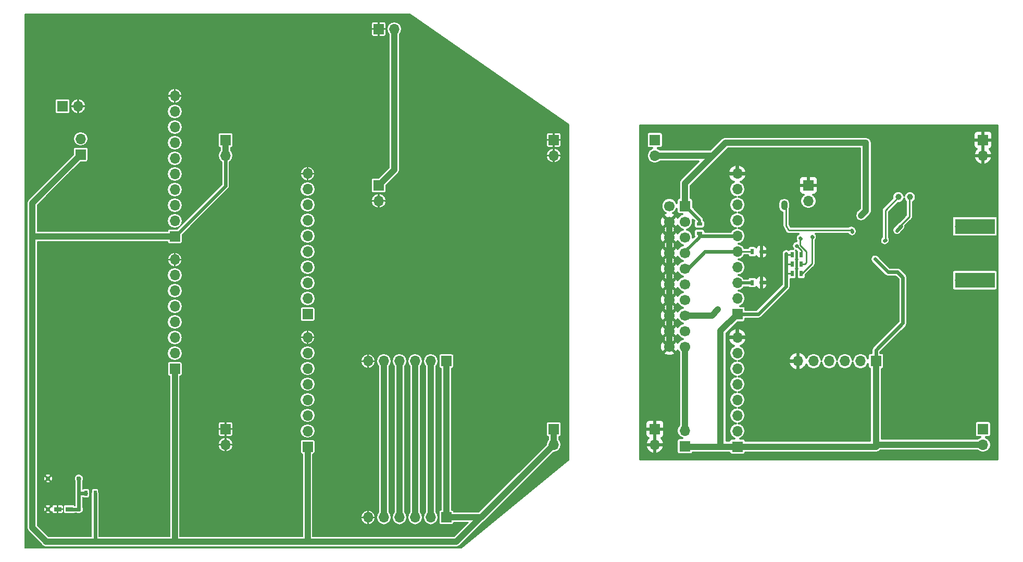
<source format=gbr>
G04 #@! TF.FileFunction,Copper,L2,Bot,Signal*
%FSLAX46Y46*%
G04 Gerber Fmt 4.6, Leading zero omitted, Abs format (unit mm)*
G04 Created by KiCad (PCBNEW 4.0.5) date 04/10/17 15:13:47*
%MOMM*%
%LPD*%
G01*
G04 APERTURE LIST*
%ADD10C,0.100000*%
%ADD11R,1.700000X1.700000*%
%ADD12O,1.700000X1.700000*%
%ADD13C,1.700000*%
%ADD14R,1.200000X0.750000*%
%ADD15C,0.787400*%
%ADD16R,6.480000X2.420000*%
%ADD17C,0.970000*%
%ADD18R,0.500000X0.900000*%
%ADD19R,0.900000X0.500000*%
%ADD20C,1.000000*%
%ADD21C,0.254000*%
%ADD22C,1.016000*%
%ADD23C,0.558800*%
%ADD24C,0.254000*%
%ADD25C,0.508000*%
%ADD26C,0.304800*%
%ADD27C,0.152400*%
G04 APERTURE END LIST*
D10*
D11*
X57594500Y59055000D03*
D12*
X57594500Y56515000D03*
D11*
X32702500Y66421000D03*
D12*
X32702500Y63881000D03*
D11*
X127444500Y59055000D03*
D12*
X127444500Y56515000D03*
D11*
X107378500Y55689500D03*
D13*
X104838500Y55689500D03*
X107378500Y53149500D03*
X104838500Y53149500D03*
X107378500Y50609500D03*
X104838500Y50609500D03*
X107378500Y48069500D03*
X104838500Y48069500D03*
X107378500Y45529500D03*
X104838500Y45529500D03*
X107378500Y42989500D03*
X104838500Y42989500D03*
X107378500Y40449500D03*
X104838500Y40449500D03*
X107378500Y37909500D03*
X104838500Y37909500D03*
X107378500Y35369500D03*
X104838500Y35369500D03*
X107378500Y32829500D03*
X104838500Y32829500D03*
D11*
X9144000Y64071500D03*
D12*
X9144000Y66611500D03*
D11*
X107378500Y16637000D03*
D12*
X107378500Y19177000D03*
D14*
X7300000Y6413500D03*
X5400000Y6413500D03*
D11*
X57594500Y84455000D03*
D12*
X60134500Y84455000D03*
D11*
X32702500Y19431000D03*
D12*
X32702500Y16891000D03*
D11*
X86042500Y19431000D03*
D12*
X86042500Y16891000D03*
D11*
X86042500Y66421000D03*
D12*
X86042500Y63881000D03*
D11*
X155829000Y66421000D03*
D12*
X155829000Y63881000D03*
D11*
X155829000Y19431000D03*
D12*
X155829000Y16891000D03*
D11*
X102489000Y19431000D03*
D12*
X102489000Y16891000D03*
D11*
X102489000Y66421000D03*
D12*
X102489000Y63881000D03*
D15*
X3848100Y11391900D03*
X8851900Y11391900D03*
X8851900Y6388100D03*
X3848100Y6388100D03*
D16*
X154499500Y43626000D03*
X154499500Y52386000D03*
D17*
X151759500Y43626000D03*
X151759500Y52386000D03*
D18*
X11494200Y9017000D03*
X9994200Y9017000D03*
X126289500Y44704000D03*
X124789500Y44704000D03*
X126289500Y46228000D03*
X124789500Y46228000D03*
X126289500Y47752000D03*
X124789500Y47752000D03*
X118312500Y43243500D03*
X119812500Y43243500D03*
X118312500Y48260000D03*
X119812500Y48260000D03*
D19*
X109728000Y51256500D03*
X109728000Y52756500D03*
D20*
X143954500Y57150000D03*
X142054500Y57150000D03*
D11*
X115887500Y38100000D03*
D12*
X115887500Y40640000D03*
X115887500Y43180000D03*
X115887500Y45720000D03*
X115887500Y48260000D03*
X115887500Y50800000D03*
X115887500Y53340000D03*
X115887500Y55880000D03*
X115887500Y58420000D03*
X115887500Y60960000D03*
D11*
X68580000Y30480000D03*
D12*
X66040000Y30480000D03*
X63500000Y30480000D03*
X60960000Y30480000D03*
X58420000Y30480000D03*
X55880000Y30480000D03*
D11*
X68580000Y5080000D03*
D12*
X66040000Y5080000D03*
X63500000Y5080000D03*
X60960000Y5080000D03*
X58420000Y5080000D03*
X55880000Y5080000D03*
D11*
X138430000Y30480000D03*
D12*
X135890000Y30480000D03*
X133350000Y30480000D03*
X130810000Y30480000D03*
X128270000Y30480000D03*
X125730000Y30480000D03*
D11*
X46037500Y16573500D03*
D12*
X46037500Y19113500D03*
X46037500Y21653500D03*
X46037500Y24193500D03*
X46037500Y26733500D03*
X46037500Y29273500D03*
X46037500Y31813500D03*
X46037500Y34353500D03*
D11*
X24447500Y29210000D03*
D12*
X24447500Y31750000D03*
X24447500Y34290000D03*
X24447500Y36830000D03*
X24447500Y39370000D03*
X24447500Y41910000D03*
X24447500Y44450000D03*
X24447500Y46990000D03*
D11*
X115887500Y16573500D03*
D12*
X115887500Y19113500D03*
X115887500Y21653500D03*
X115887500Y24193500D03*
X115887500Y26733500D03*
X115887500Y29273500D03*
X115887500Y31813500D03*
X115887500Y34353500D03*
D11*
X46037500Y38100000D03*
D12*
X46037500Y40640000D03*
X46037500Y43180000D03*
X46037500Y45720000D03*
X46037500Y48260000D03*
X46037500Y50800000D03*
X46037500Y53340000D03*
X46037500Y55880000D03*
X46037500Y58420000D03*
X46037500Y60960000D03*
D11*
X24447500Y50736500D03*
D12*
X24447500Y53276500D03*
X24447500Y55816500D03*
X24447500Y58356500D03*
X24447500Y60896500D03*
X24447500Y63436500D03*
X24447500Y65976500D03*
X24447500Y68516500D03*
X24447500Y71056500D03*
X24447500Y73596500D03*
D11*
X6197600Y71907400D03*
D12*
X8737600Y71907400D03*
D21*
X140906500Y47752000D03*
X141033500Y50165000D03*
X141986000Y50482500D03*
X144462500Y50990500D03*
X145859500Y50990500D03*
X146875500Y50165000D03*
X146875500Y49276000D03*
X149987000Y49022000D03*
X149987000Y46990000D03*
X148145500Y46164500D03*
X147256500Y46164500D03*
X146558000Y46164500D03*
X145605500Y47053500D03*
X144589500Y47053500D03*
X143891000Y46164500D03*
X142811500Y46164500D03*
X130111500Y61595000D03*
X131000500Y61595000D03*
X131889500Y61595000D03*
X132778500Y61595000D03*
X133667500Y61595000D03*
X135445500Y61595000D03*
X135509000Y56705500D03*
X134556500Y61595000D03*
X133477000Y50165000D03*
X132842000Y50165000D03*
X132207000Y50165000D03*
X131572000Y50165000D03*
X130937000Y50165000D03*
X130937000Y49530000D03*
X131572000Y49530000D03*
X132207000Y49530000D03*
X132842000Y49530000D03*
X133477000Y49530000D03*
X133477000Y48895000D03*
X132842000Y48895000D03*
X132207000Y48895000D03*
X131572000Y48895000D03*
X130937000Y48895000D03*
X130937000Y48260000D03*
X131572000Y48260000D03*
X132207000Y48260000D03*
X132842000Y48260000D03*
X133477000Y48260000D03*
X133477000Y47625000D03*
X132842000Y47625000D03*
X132207000Y47625000D03*
X131572000Y47625000D03*
X130937000Y47625000D03*
X140462000Y58293000D03*
X140462000Y59055000D03*
X140462000Y60071000D03*
X140462000Y61087000D03*
X140462000Y62103000D03*
X140462000Y63119000D03*
X140462000Y64135000D03*
X140462000Y65151000D03*
X140462000Y66675000D03*
X140462000Y66167000D03*
X143002000Y66802000D03*
X145034000Y66675000D03*
X145034000Y66167000D03*
X145034000Y65151000D03*
X145034000Y64135000D03*
X145034000Y63119000D03*
X145034000Y62103000D03*
X145034000Y61087000D03*
X145034000Y60071000D03*
X145034000Y59055000D03*
X145034000Y58039000D03*
X145161000Y57213500D03*
X145034000Y56515000D03*
X145161000Y55753000D03*
X145034000Y54737000D03*
X145034000Y53975000D03*
X140652500Y47053500D03*
X136715500Y39878000D03*
X137858500Y39878000D03*
X139001500Y43624500D03*
X139763500Y43624500D03*
X140525500Y43624500D03*
X141287500Y43624500D03*
X141287500Y42164000D03*
X141287500Y41021000D03*
X141287500Y39878000D03*
X141287500Y38735000D03*
X137858500Y38735000D03*
X136715500Y38735000D03*
X135572500Y38735000D03*
X134429500Y38735000D03*
X141287500Y37592000D03*
X140144500Y37592000D03*
X139001500Y37592000D03*
X137858500Y37592000D03*
X136715500Y37592000D03*
X135572500Y37592000D03*
X134429500Y37592000D03*
X141922500Y54292500D03*
X136144000Y42735500D03*
X138252200Y47066200D03*
X123825000Y47942500D03*
X136017000Y54165500D03*
X141795500Y51689000D03*
X128016000Y50736500D03*
X126111000Y50482500D03*
X134556500Y51498500D03*
X123507500Y56070500D03*
X112712500Y38862000D03*
X125476000Y49212500D03*
X139827000Y50038000D03*
D22*
X104838500Y53149500D02*
X104838500Y32829500D01*
X102489000Y63881000D02*
X111887000Y63881000D01*
X111887000Y63881000D02*
X113982500Y65976500D01*
D23*
X142798800Y42519600D02*
X142798800Y44069000D01*
X142798800Y44069000D02*
X141909800Y44958000D01*
X141909800Y44958000D02*
X140360400Y44958000D01*
X140360400Y44958000D02*
X138252200Y47066200D01*
X138430000Y30480000D02*
X138430000Y32283400D01*
X138430000Y32283400D02*
X142798800Y36652200D01*
X142798800Y36652200D02*
X142798800Y42519600D01*
D22*
X155829000Y16891000D02*
X138747500Y16891000D01*
X138747500Y16891000D02*
X138430000Y16573500D01*
X115887500Y38100000D02*
X113157000Y35433000D01*
X113157000Y35433000D02*
X113157000Y16637000D01*
X113157000Y16637000D02*
X113157000Y16573500D01*
D23*
X123825000Y47752000D02*
X123825000Y47942500D01*
D22*
X138430000Y30480000D02*
X138430000Y16573500D01*
X115887500Y16573500D02*
X138430000Y16573500D01*
X136779000Y65976500D02*
X136779000Y54991000D01*
X136779000Y54991000D02*
X136779000Y54927500D01*
X136779000Y54927500D02*
X136017000Y54165500D01*
X107378500Y55689500D02*
X107378500Y59372500D01*
X107378500Y59372500D02*
X113982500Y65976500D01*
X113982500Y65976500D02*
X136779000Y65976500D01*
X115887500Y16573500D02*
X113157000Y16573500D01*
X113157000Y16573500D02*
X107378500Y16573500D01*
X107378500Y16573500D02*
X107315000Y16637000D01*
X107315000Y16637000D02*
X107378500Y16637000D01*
D24*
X124789500Y44704000D02*
X123888500Y44704000D01*
X123888500Y44704000D02*
X123825000Y44704000D01*
X124789500Y46228000D02*
X123825000Y46228000D01*
X124789500Y47752000D02*
X123825000Y47752000D01*
D23*
X115887500Y38100000D02*
X119316500Y38100000D01*
X119316500Y38100000D02*
X123825000Y42608500D01*
X123825000Y42608500D02*
X123825000Y44704000D01*
X123825000Y44704000D02*
X123825000Y46228000D01*
X123825000Y46228000D02*
X123825000Y46863000D01*
X123825000Y46863000D02*
X123825000Y47434500D01*
X123825000Y47434500D02*
X123825000Y47815500D01*
X123825000Y47815500D02*
X123825000Y47752000D01*
D25*
X109728000Y52756500D02*
X109728000Y53403500D01*
X109728000Y53403500D02*
X107315000Y55816500D01*
X107315000Y55816500D02*
X107315000Y55943500D01*
X107315000Y55943500D02*
X107378500Y55689500D01*
D24*
X142494000Y52451000D02*
X142494000Y52578000D01*
X142494000Y52578000D02*
X143891000Y53975000D01*
X143891000Y53975000D02*
X143891000Y57150000D01*
X143891000Y57150000D02*
X143954500Y57150000D01*
D23*
X141795500Y51689000D02*
X142494000Y52451000D01*
X142494000Y52451000D02*
X142367000Y52324000D01*
D24*
X143891000Y57150000D02*
X143954500Y57150000D01*
D23*
X9994200Y9017000D02*
X8915400Y9017000D01*
X8915400Y9017000D02*
X8851900Y9017000D01*
X8851900Y6388100D02*
X7391400Y6388100D01*
X7391400Y6388100D02*
X7366000Y6413500D01*
X7366000Y6413500D02*
X7300000Y6413500D01*
X8851900Y6388100D02*
X8851900Y9017000D01*
X8851900Y9017000D02*
X8851900Y11328400D01*
X8851900Y11328400D02*
X8890000Y11366500D01*
X8890000Y11366500D02*
X8851900Y11391900D01*
D22*
X60960000Y5080000D02*
X60960000Y30480000D01*
D23*
X115887500Y50800000D02*
X109791500Y50800000D01*
X109791500Y50800000D02*
X109728000Y50800000D01*
D24*
X128016000Y50736500D02*
X128016000Y46355000D01*
X128016000Y46355000D02*
X126301500Y44640500D01*
X126301500Y44640500D02*
X126289500Y44704000D01*
D23*
X128016000Y50736500D02*
X128016000Y50673000D01*
X128016000Y50673000D02*
X128079500Y50673000D01*
D25*
X109728000Y51256500D02*
X109728000Y50800000D01*
X109728000Y50800000D02*
X109728000Y50609500D01*
X109728000Y50609500D02*
X107378500Y48260000D01*
X107378500Y48260000D02*
X107378500Y48069500D01*
D24*
X115887500Y48260000D02*
X118300500Y48260000D01*
X118300500Y48260000D02*
X118364000Y48196500D01*
X118364000Y48196500D02*
X118312500Y48260000D01*
D23*
X107378500Y45529500D02*
X107886500Y45529500D01*
X107886500Y45529500D02*
X110617000Y48260000D01*
X110617000Y48260000D02*
X115887500Y48260000D01*
D24*
X126111000Y50482500D02*
X126111000Y49276000D01*
X126111000Y49276000D02*
X127127000Y48260000D01*
X127127000Y48260000D02*
X127127000Y46545500D01*
X127127000Y46545500D02*
X126809500Y46228000D01*
X126809500Y46228000D02*
X126301500Y46228000D01*
X126301500Y46228000D02*
X126289500Y46228000D01*
D23*
X126111000Y50482500D02*
X126174500Y50419000D01*
D24*
X124650500Y51752500D02*
X134429500Y51752500D01*
D23*
X134429500Y51752500D02*
X134556500Y51625500D01*
X134556500Y51625500D02*
X134556500Y51498500D01*
D22*
X107378500Y37909500D02*
X111760000Y37909500D01*
D24*
X124206000Y51752500D02*
X124650500Y51752500D01*
X123825000Y52514500D02*
X124206000Y51752500D01*
X123825000Y55245000D02*
X123825000Y52514500D01*
X123507500Y55562500D02*
X123825000Y55245000D01*
D22*
X123507500Y56070500D02*
X123507500Y55562500D01*
X111760000Y37909500D02*
X112712500Y38862000D01*
D23*
X32702500Y63881000D02*
X32702500Y58928000D01*
X32702500Y58928000D02*
X24511000Y50736500D01*
X24511000Y50736500D02*
X24447500Y50736500D01*
D22*
X24447500Y50736500D02*
X1397000Y50736500D01*
X1397000Y50736500D02*
X1270000Y50736500D01*
X46037500Y16573500D02*
X46037500Y1333500D01*
X46037500Y1333500D02*
X46037500Y1143000D01*
X24447500Y29210000D02*
X24447500Y1270000D01*
X24447500Y1270000D02*
X24447500Y1143000D01*
D23*
X11494200Y9017000D02*
X11494200Y1207200D01*
X11494200Y1207200D02*
X11493500Y1206500D01*
X11493500Y1206500D02*
X11493500Y1143000D01*
D22*
X74168000Y5080000D02*
X70231000Y1143000D01*
X70231000Y1143000D02*
X46037500Y1143000D01*
X46037500Y1143000D02*
X24447500Y1143000D01*
X24447500Y1143000D02*
X11493500Y1143000D01*
X11493500Y1143000D02*
X3683000Y1143000D01*
X3683000Y1143000D02*
X3619500Y1143000D01*
X3619500Y1143000D02*
X3492500Y1143000D01*
X3492500Y1143000D02*
X3492500Y1206500D01*
X3492500Y1206500D02*
X1270000Y3429000D01*
X1270000Y3429000D02*
X1270000Y50736500D01*
X1270000Y50736500D02*
X1270000Y56197500D01*
X1270000Y56197500D02*
X9144000Y64071500D01*
X68580000Y5080000D02*
X74168000Y5080000D01*
X74168000Y5080000D02*
X74104500Y5080000D01*
X74104500Y5080000D02*
X74231500Y5080000D01*
X74231500Y5080000D02*
X86042500Y16891000D01*
X86042500Y16891000D02*
X86042500Y19367500D01*
X68897500Y30797500D02*
X68580000Y30480000D01*
X32702500Y63881000D02*
X32702500Y66421000D01*
X68580000Y30480000D02*
X68580000Y5016500D01*
X68580000Y5016500D02*
X68580000Y5080000D01*
D25*
X115887500Y43180000D02*
X118300500Y43180000D01*
D24*
X125476000Y49212500D02*
X125539500Y49212500D01*
X125539500Y49212500D02*
X126301500Y48450500D01*
X126301500Y48450500D02*
X126301500Y47752000D01*
X126301500Y47752000D02*
X126289500Y47752000D01*
D23*
X125476000Y49212500D02*
X125539500Y49212500D01*
X139827000Y50038000D02*
X139954000Y50165000D01*
D24*
X139954000Y50165000D02*
X139954000Y54991000D01*
X139954000Y54991000D02*
X142113000Y57150000D01*
X142113000Y57150000D02*
X142054500Y57150000D01*
D22*
X57594500Y59055000D02*
X60134500Y61595000D01*
X60134500Y61595000D02*
X60134500Y84455000D01*
X66040000Y5080000D02*
X66040000Y30480000D01*
X63500000Y30480000D02*
X63500000Y5080000D01*
X58420000Y30480000D02*
X58420000Y5080000D01*
X107378500Y32829500D02*
X107378500Y19177000D01*
D26*
G36*
X158216600Y14503400D02*
X100101400Y14503400D01*
X100101400Y16554907D01*
X101016468Y16554907D01*
X101210103Y16087411D01*
X101614973Y15659168D01*
X102152906Y15418460D01*
X102387400Y15549113D01*
X102387400Y16789400D01*
X102590600Y16789400D01*
X102590600Y15549113D01*
X102825094Y15418460D01*
X103363027Y15659168D01*
X103767897Y16087411D01*
X103961532Y16554907D01*
X103830458Y16789400D01*
X102590600Y16789400D01*
X102387400Y16789400D01*
X101147542Y16789400D01*
X101016468Y16554907D01*
X100101400Y16554907D01*
X100101400Y19164300D01*
X100978600Y19164300D01*
X100978600Y18449639D01*
X101079140Y18206914D01*
X101264913Y18021140D01*
X101447377Y17945561D01*
X101210103Y17694589D01*
X101016468Y17227093D01*
X101147542Y16992600D01*
X102387400Y16992600D01*
X102387400Y19329400D01*
X102590600Y19329400D01*
X102590600Y16992600D01*
X103830458Y16992600D01*
X103961532Y17227093D01*
X103767897Y17694589D01*
X103530623Y17945561D01*
X103713087Y18021140D01*
X103898860Y18206914D01*
X103999400Y18449639D01*
X103999400Y19164300D01*
X103834300Y19329400D01*
X102590600Y19329400D01*
X102387400Y19329400D01*
X101143700Y19329400D01*
X100978600Y19164300D01*
X100101400Y19164300D01*
X100101400Y20412361D01*
X100978600Y20412361D01*
X100978600Y19697700D01*
X101143700Y19532600D01*
X102387400Y19532600D01*
X102387400Y20776300D01*
X102590600Y20776300D01*
X102590600Y19532600D01*
X103834300Y19532600D01*
X103999400Y19697700D01*
X103999400Y20412361D01*
X103898860Y20655086D01*
X103713087Y20840860D01*
X103470362Y20941400D01*
X102755700Y20941400D01*
X102590600Y20776300D01*
X102387400Y20776300D01*
X102222300Y20941400D01*
X101507638Y20941400D01*
X101264913Y20840860D01*
X101079140Y20655086D01*
X100978600Y20412361D01*
X100101400Y20412361D01*
X100101400Y31788122D01*
X103940806Y31788122D01*
X104017485Y31526617D01*
X104578572Y31311604D01*
X105179232Y31327677D01*
X105659515Y31526617D01*
X105736194Y31788122D01*
X104838500Y32685816D01*
X103940806Y31788122D01*
X100101400Y31788122D01*
X100101400Y33089428D01*
X103320604Y33089428D01*
X103336677Y32488768D01*
X103535617Y32008485D01*
X103797122Y31931806D01*
X104694816Y32829500D01*
X103797122Y33727194D01*
X103535617Y33650515D01*
X103320604Y33089428D01*
X100101400Y33089428D01*
X100101400Y34328122D01*
X103940806Y34328122D01*
X104007843Y34099500D01*
X103940806Y33870878D01*
X104838500Y32973184D01*
X105736194Y33870878D01*
X105669157Y34099500D01*
X105736194Y34328122D01*
X104838500Y35225816D01*
X103940806Y34328122D01*
X100101400Y34328122D01*
X100101400Y35629428D01*
X103320604Y35629428D01*
X103336677Y35028768D01*
X103535617Y34548485D01*
X103797122Y34471806D01*
X104694816Y35369500D01*
X103797122Y36267194D01*
X103535617Y36190515D01*
X103320604Y35629428D01*
X100101400Y35629428D01*
X100101400Y36868122D01*
X103940806Y36868122D01*
X104007843Y36639500D01*
X103940806Y36410878D01*
X104838500Y35513184D01*
X105736194Y36410878D01*
X105669157Y36639500D01*
X105736194Y36868122D01*
X104838500Y37765816D01*
X103940806Y36868122D01*
X100101400Y36868122D01*
X100101400Y38169428D01*
X103320604Y38169428D01*
X103336677Y37568768D01*
X103535617Y37088485D01*
X103797122Y37011806D01*
X104694816Y37909500D01*
X103797122Y38807194D01*
X103535617Y38730515D01*
X103320604Y38169428D01*
X100101400Y38169428D01*
X100101400Y39408122D01*
X103940806Y39408122D01*
X104007843Y39179500D01*
X103940806Y38950878D01*
X104838500Y38053184D01*
X105736194Y38950878D01*
X105669157Y39179500D01*
X105736194Y39408122D01*
X104838500Y40305816D01*
X103940806Y39408122D01*
X100101400Y39408122D01*
X100101400Y40709428D01*
X103320604Y40709428D01*
X103336677Y40108768D01*
X103535617Y39628485D01*
X103797122Y39551806D01*
X104694816Y40449500D01*
X103797122Y41347194D01*
X103535617Y41270515D01*
X103320604Y40709428D01*
X100101400Y40709428D01*
X100101400Y41948122D01*
X103940806Y41948122D01*
X104007843Y41719500D01*
X103940806Y41490878D01*
X104838500Y40593184D01*
X105736194Y41490878D01*
X105669157Y41719500D01*
X105736194Y41948122D01*
X104838500Y42845816D01*
X103940806Y41948122D01*
X100101400Y41948122D01*
X100101400Y43249428D01*
X103320604Y43249428D01*
X103336677Y42648768D01*
X103535617Y42168485D01*
X103797122Y42091806D01*
X104694816Y42989500D01*
X103797122Y43887194D01*
X103535617Y43810515D01*
X103320604Y43249428D01*
X100101400Y43249428D01*
X100101400Y44488122D01*
X103940806Y44488122D01*
X104007843Y44259500D01*
X103940806Y44030878D01*
X104838500Y43133184D01*
X105736194Y44030878D01*
X105669157Y44259500D01*
X105736194Y44488122D01*
X104838500Y45385816D01*
X103940806Y44488122D01*
X100101400Y44488122D01*
X100101400Y45789428D01*
X103320604Y45789428D01*
X103336677Y45188768D01*
X103535617Y44708485D01*
X103797122Y44631806D01*
X104694816Y45529500D01*
X103797122Y46427194D01*
X103535617Y46350515D01*
X103320604Y45789428D01*
X100101400Y45789428D01*
X100101400Y47028122D01*
X103940806Y47028122D01*
X104007843Y46799500D01*
X103940806Y46570878D01*
X104838500Y45673184D01*
X105736194Y46570878D01*
X105669157Y46799500D01*
X105736194Y47028122D01*
X104838500Y47925816D01*
X103940806Y47028122D01*
X100101400Y47028122D01*
X100101400Y48329428D01*
X103320604Y48329428D01*
X103336677Y47728768D01*
X103535617Y47248485D01*
X103797122Y47171806D01*
X104694816Y48069500D01*
X103797122Y48967194D01*
X103535617Y48890515D01*
X103320604Y48329428D01*
X100101400Y48329428D01*
X100101400Y49568122D01*
X103940806Y49568122D01*
X104007843Y49339500D01*
X103940806Y49110878D01*
X104838500Y48213184D01*
X105736194Y49110878D01*
X105669157Y49339500D01*
X105736194Y49568122D01*
X104838500Y50465816D01*
X103940806Y49568122D01*
X100101400Y49568122D01*
X100101400Y50869428D01*
X103320604Y50869428D01*
X103336677Y50268768D01*
X103535617Y49788485D01*
X103797122Y49711806D01*
X104694816Y50609500D01*
X103797122Y51507194D01*
X103535617Y51430515D01*
X103320604Y50869428D01*
X100101400Y50869428D01*
X100101400Y52108122D01*
X103940806Y52108122D01*
X104007843Y51879500D01*
X103940806Y51650878D01*
X104838500Y50753184D01*
X105736194Y51650878D01*
X105669157Y51879500D01*
X105736194Y52108122D01*
X104838500Y53005816D01*
X103940806Y52108122D01*
X100101400Y52108122D01*
X100101400Y53409428D01*
X103320604Y53409428D01*
X103336677Y52808768D01*
X103535617Y52328485D01*
X103797122Y52251806D01*
X104694816Y53149500D01*
X103797122Y54047194D01*
X103535617Y53970515D01*
X103320604Y53409428D01*
X100101400Y53409428D01*
X100101400Y63881000D01*
X101156190Y63881000D01*
X101255695Y63380756D01*
X101539060Y62956670D01*
X101963146Y62673305D01*
X102463390Y62573800D01*
X102514610Y62573800D01*
X103014854Y62673305D01*
X103377774Y62915800D01*
X109556802Y62915800D01*
X106696001Y60054999D01*
X106486771Y59741866D01*
X106413300Y59372500D01*
X106413300Y56983981D01*
X106359072Y56973777D01*
X106203462Y56873645D01*
X106099070Y56720861D01*
X106062343Y56539500D01*
X106062343Y56150666D01*
X105947337Y56429002D01*
X105579936Y56797044D01*
X105099659Y56996473D01*
X104579623Y56996927D01*
X104098998Y56798337D01*
X103730956Y56430936D01*
X103531527Y55950659D01*
X103531073Y55430623D01*
X103729663Y54949998D01*
X104097064Y54581956D01*
X104213539Y54533591D01*
X104017485Y54452383D01*
X103940806Y54190878D01*
X104838500Y53293184D01*
X105736194Y54190878D01*
X105659515Y54452383D01*
X105456149Y54530314D01*
X105578002Y54580663D01*
X105946044Y54948064D01*
X106062343Y55228142D01*
X106062343Y54839500D01*
X106094223Y54670072D01*
X106194355Y54514462D01*
X106347139Y54410070D01*
X106528500Y54373343D01*
X106917334Y54373343D01*
X106638998Y54258337D01*
X106270956Y53890936D01*
X106222591Y53774461D01*
X106141383Y53970515D01*
X105879878Y54047194D01*
X104982184Y53149500D01*
X105879878Y52251806D01*
X106141383Y52328485D01*
X106219314Y52531851D01*
X106269663Y52409998D01*
X106637064Y52041956D01*
X107028671Y51879346D01*
X106638998Y51718337D01*
X106270956Y51350936D01*
X106222591Y51234461D01*
X106141383Y51430515D01*
X105879878Y51507194D01*
X104982184Y50609500D01*
X105879878Y49711806D01*
X106141383Y49788485D01*
X106219314Y49991851D01*
X106269663Y49869998D01*
X106637064Y49501956D01*
X107028671Y49339346D01*
X106638998Y49178337D01*
X106270956Y48810936D01*
X106222591Y48694461D01*
X106141383Y48890515D01*
X105879878Y48967194D01*
X104982184Y48069500D01*
X105879878Y47171806D01*
X106141383Y47248485D01*
X106219314Y47451851D01*
X106269663Y47329998D01*
X106637064Y46961956D01*
X107028671Y46799346D01*
X106638998Y46638337D01*
X106270956Y46270936D01*
X106222591Y46154461D01*
X106141383Y46350515D01*
X105879878Y46427194D01*
X104982184Y45529500D01*
X105879878Y44631806D01*
X106141383Y44708485D01*
X106219314Y44911851D01*
X106269663Y44789998D01*
X106637064Y44421956D01*
X107028671Y44259346D01*
X106638998Y44098337D01*
X106270956Y43730936D01*
X106222591Y43614461D01*
X106141383Y43810515D01*
X105879878Y43887194D01*
X104982184Y42989500D01*
X105879878Y42091806D01*
X106141383Y42168485D01*
X106219314Y42371851D01*
X106269663Y42249998D01*
X106637064Y41881956D01*
X107028671Y41719346D01*
X106638998Y41558337D01*
X106270956Y41190936D01*
X106222591Y41074461D01*
X106141383Y41270515D01*
X105879878Y41347194D01*
X104982184Y40449500D01*
X105879878Y39551806D01*
X106141383Y39628485D01*
X106219314Y39831851D01*
X106269663Y39709998D01*
X106637064Y39341956D01*
X107028671Y39179346D01*
X106638998Y39018337D01*
X106270956Y38650936D01*
X106222591Y38534461D01*
X106141383Y38730515D01*
X105879878Y38807194D01*
X104982184Y37909500D01*
X105879878Y37011806D01*
X106141383Y37088485D01*
X106219314Y37291851D01*
X106269663Y37169998D01*
X106637064Y36801956D01*
X107028671Y36639346D01*
X106638998Y36478337D01*
X106270956Y36110936D01*
X106222591Y35994461D01*
X106141383Y36190515D01*
X105879878Y36267194D01*
X104982184Y35369500D01*
X105879878Y34471806D01*
X106141383Y34548485D01*
X106219314Y34751851D01*
X106269663Y34629998D01*
X106637064Y34261956D01*
X107028671Y34099346D01*
X106638998Y33938337D01*
X106270956Y33570936D01*
X106222591Y33454461D01*
X106141383Y33650515D01*
X105879878Y33727194D01*
X104982184Y32829500D01*
X105879878Y31931806D01*
X106141383Y32008485D01*
X106219314Y32211851D01*
X106269663Y32089998D01*
X106413300Y31946110D01*
X106413300Y20078492D01*
X106145195Y19677244D01*
X106045690Y19177000D01*
X106145195Y18676756D01*
X106428560Y18252670D01*
X106852646Y17969305D01*
X106933827Y17953157D01*
X106528500Y17953157D01*
X106359072Y17921277D01*
X106203462Y17821145D01*
X106099070Y17668361D01*
X106062343Y17487000D01*
X106062343Y15787000D01*
X106094223Y15617572D01*
X106194355Y15461962D01*
X106347139Y15357570D01*
X106528500Y15320843D01*
X108228500Y15320843D01*
X108397928Y15352723D01*
X108553538Y15452855D01*
X108657930Y15605639D01*
X108658469Y15608300D01*
X114593019Y15608300D01*
X114603223Y15554072D01*
X114703355Y15398462D01*
X114856139Y15294070D01*
X115037500Y15257343D01*
X116737500Y15257343D01*
X116906928Y15289223D01*
X117062538Y15389355D01*
X117166930Y15542139D01*
X117180328Y15608300D01*
X138430000Y15608300D01*
X138799366Y15681771D01*
X139112499Y15891001D01*
X139147298Y15925800D01*
X154940226Y15925800D01*
X155303146Y15683305D01*
X155803390Y15583800D01*
X155854610Y15583800D01*
X156354854Y15683305D01*
X156778940Y15966670D01*
X157062305Y16390756D01*
X157161810Y16891000D01*
X157062305Y17391244D01*
X156778940Y17815330D01*
X156354854Y18098695D01*
X156273673Y18114843D01*
X156679000Y18114843D01*
X156848428Y18146723D01*
X157004038Y18246855D01*
X157108430Y18399639D01*
X157145157Y18581000D01*
X157145157Y20281000D01*
X157113277Y20450428D01*
X157013145Y20606038D01*
X156860361Y20710430D01*
X156679000Y20747157D01*
X154979000Y20747157D01*
X154809572Y20715277D01*
X154653962Y20615145D01*
X154549570Y20462361D01*
X154512843Y20281000D01*
X154512843Y18581000D01*
X154544723Y18411572D01*
X154644855Y18255962D01*
X154797639Y18151570D01*
X154979000Y18114843D01*
X155384327Y18114843D01*
X155303146Y18098695D01*
X154940226Y17856200D01*
X139395200Y17856200D01*
X139395200Y29185519D01*
X139449428Y29195723D01*
X139605038Y29295855D01*
X139709430Y29448639D01*
X139746157Y29630000D01*
X139746157Y31330000D01*
X139714277Y31499428D01*
X139614145Y31655038D01*
X139461361Y31759430D01*
X139280000Y31796157D01*
X139166600Y31796157D01*
X139166600Y31978290D01*
X143319655Y36131345D01*
X143479330Y36370315D01*
X143535400Y36652200D01*
X143535400Y44069000D01*
X143479330Y44350885D01*
X143319655Y44589855D01*
X143073510Y44836000D01*
X150793343Y44836000D01*
X150793343Y42416000D01*
X150825223Y42246572D01*
X150925355Y42090962D01*
X151078139Y41986570D01*
X151259500Y41949843D01*
X157739500Y41949843D01*
X157908928Y41981723D01*
X158064538Y42081855D01*
X158168930Y42234639D01*
X158205657Y42416000D01*
X158205657Y44836000D01*
X158173777Y45005428D01*
X158073645Y45161038D01*
X157920861Y45265430D01*
X157739500Y45302157D01*
X151259500Y45302157D01*
X151090072Y45270277D01*
X150934462Y45170145D01*
X150830070Y45017361D01*
X150793343Y44836000D01*
X143073510Y44836000D01*
X142430655Y45478855D01*
X142191685Y45638530D01*
X141909800Y45694600D01*
X140665510Y45694600D01*
X138773055Y47587055D01*
X138534085Y47746730D01*
X138252200Y47802800D01*
X137970315Y47746730D01*
X137731345Y47587055D01*
X137571670Y47348085D01*
X137515600Y47066200D01*
X137571670Y46784315D01*
X137731345Y46545345D01*
X139839545Y44437145D01*
X140078515Y44277470D01*
X140360400Y44221400D01*
X141604690Y44221400D01*
X142062200Y43763890D01*
X142062200Y36957310D01*
X137909145Y32804255D01*
X137749470Y32565285D01*
X137693400Y32283400D01*
X137693400Y31796157D01*
X137580000Y31796157D01*
X137410572Y31764277D01*
X137254962Y31664145D01*
X137150570Y31511361D01*
X137113843Y31330000D01*
X137113843Y30924673D01*
X137097695Y31005854D01*
X136814330Y31429940D01*
X136390244Y31713305D01*
X135890000Y31812810D01*
X135389756Y31713305D01*
X134965670Y31429940D01*
X134682305Y31005854D01*
X134620000Y30692626D01*
X134557695Y31005854D01*
X134274330Y31429940D01*
X133850244Y31713305D01*
X133350000Y31812810D01*
X132849756Y31713305D01*
X132425670Y31429940D01*
X132142305Y31005854D01*
X132080000Y30692626D01*
X132017695Y31005854D01*
X131734330Y31429940D01*
X131310244Y31713305D01*
X130810000Y31812810D01*
X130309756Y31713305D01*
X129885670Y31429940D01*
X129602305Y31005854D01*
X129540000Y30692626D01*
X129477695Y31005854D01*
X129194330Y31429940D01*
X128770244Y31713305D01*
X128270000Y31812810D01*
X127769756Y31713305D01*
X127345670Y31429940D01*
X127095439Y31055443D01*
X126961832Y31354027D01*
X126533589Y31758897D01*
X126066093Y31952532D01*
X125831600Y31821458D01*
X125831600Y30581600D01*
X125851600Y30581600D01*
X125851600Y30378400D01*
X125831600Y30378400D01*
X125831600Y29138542D01*
X126066093Y29007468D01*
X126533589Y29201103D01*
X126961832Y29605973D01*
X127095439Y29904557D01*
X127345670Y29530060D01*
X127769756Y29246695D01*
X128270000Y29147190D01*
X128770244Y29246695D01*
X129194330Y29530060D01*
X129477695Y29954146D01*
X129540000Y30267374D01*
X129602305Y29954146D01*
X129885670Y29530060D01*
X130309756Y29246695D01*
X130810000Y29147190D01*
X131310244Y29246695D01*
X131734330Y29530060D01*
X132017695Y29954146D01*
X132080000Y30267374D01*
X132142305Y29954146D01*
X132425670Y29530060D01*
X132849756Y29246695D01*
X133350000Y29147190D01*
X133850244Y29246695D01*
X134274330Y29530060D01*
X134557695Y29954146D01*
X134620000Y30267374D01*
X134682305Y29954146D01*
X134965670Y29530060D01*
X135389756Y29246695D01*
X135890000Y29147190D01*
X136390244Y29246695D01*
X136814330Y29530060D01*
X137097695Y29954146D01*
X137113843Y30035327D01*
X137113843Y29630000D01*
X137145723Y29460572D01*
X137245855Y29304962D01*
X137398639Y29200570D01*
X137464800Y29187172D01*
X137464800Y17538700D01*
X117181981Y17538700D01*
X117171777Y17592928D01*
X117071645Y17748538D01*
X116918861Y17852930D01*
X116737500Y17889657D01*
X116332173Y17889657D01*
X116413354Y17905805D01*
X116837440Y18189170D01*
X117120805Y18613256D01*
X117220310Y19113500D01*
X117120805Y19613744D01*
X116837440Y20037830D01*
X116413354Y20321195D01*
X116100126Y20383500D01*
X116413354Y20445805D01*
X116837440Y20729170D01*
X117120805Y21153256D01*
X117220310Y21653500D01*
X117120805Y22153744D01*
X116837440Y22577830D01*
X116413354Y22861195D01*
X116100126Y22923500D01*
X116413354Y22985805D01*
X116837440Y23269170D01*
X117120805Y23693256D01*
X117220310Y24193500D01*
X117120805Y24693744D01*
X116837440Y25117830D01*
X116413354Y25401195D01*
X116100126Y25463500D01*
X116413354Y25525805D01*
X116837440Y25809170D01*
X117120805Y26233256D01*
X117220310Y26733500D01*
X117120805Y27233744D01*
X116837440Y27657830D01*
X116413354Y27941195D01*
X116100126Y28003500D01*
X116413354Y28065805D01*
X116837440Y28349170D01*
X117120805Y28773256D01*
X117220310Y29273500D01*
X117120805Y29773744D01*
X116873471Y30143906D01*
X124257460Y30143906D01*
X124498168Y29605973D01*
X124926411Y29201103D01*
X125393907Y29007468D01*
X125628400Y29138542D01*
X125628400Y30378400D01*
X124388113Y30378400D01*
X124257460Y30143906D01*
X116873471Y30143906D01*
X116837440Y30197830D01*
X116413354Y30481195D01*
X116100126Y30543500D01*
X116413354Y30605805D01*
X116728073Y30816094D01*
X124257460Y30816094D01*
X124388113Y30581600D01*
X125628400Y30581600D01*
X125628400Y31821458D01*
X125393907Y31952532D01*
X124926411Y31758897D01*
X124498168Y31354027D01*
X124257460Y30816094D01*
X116728073Y30816094D01*
X116837440Y30889170D01*
X117120805Y31313256D01*
X117220310Y31813500D01*
X117120805Y32313744D01*
X116837440Y32737830D01*
X116462943Y32988061D01*
X116761527Y33121668D01*
X117166397Y33549911D01*
X117360032Y34017407D01*
X117228958Y34251900D01*
X115989100Y34251900D01*
X115989100Y34231900D01*
X115785900Y34231900D01*
X115785900Y34251900D01*
X114546042Y34251900D01*
X114414968Y34017407D01*
X114608603Y33549911D01*
X115013473Y33121668D01*
X115312057Y32988061D01*
X114937560Y32737830D01*
X114654195Y32313744D01*
X114554690Y31813500D01*
X114654195Y31313256D01*
X114937560Y30889170D01*
X115361646Y30605805D01*
X115674874Y30543500D01*
X115361646Y30481195D01*
X114937560Y30197830D01*
X114654195Y29773744D01*
X114554690Y29273500D01*
X114654195Y28773256D01*
X114937560Y28349170D01*
X115361646Y28065805D01*
X115674874Y28003500D01*
X115361646Y27941195D01*
X114937560Y27657830D01*
X114654195Y27233744D01*
X114554690Y26733500D01*
X114654195Y26233256D01*
X114937560Y25809170D01*
X115361646Y25525805D01*
X115674874Y25463500D01*
X115361646Y25401195D01*
X114937560Y25117830D01*
X114654195Y24693744D01*
X114554690Y24193500D01*
X114654195Y23693256D01*
X114937560Y23269170D01*
X115361646Y22985805D01*
X115674874Y22923500D01*
X115361646Y22861195D01*
X114937560Y22577830D01*
X114654195Y22153744D01*
X114554690Y21653500D01*
X114654195Y21153256D01*
X114937560Y20729170D01*
X115361646Y20445805D01*
X115674874Y20383500D01*
X115361646Y20321195D01*
X114937560Y20037830D01*
X114654195Y19613744D01*
X114554690Y19113500D01*
X114654195Y18613256D01*
X114937560Y18189170D01*
X115361646Y17905805D01*
X115442827Y17889657D01*
X115037500Y17889657D01*
X114868072Y17857777D01*
X114712462Y17757645D01*
X114608070Y17604861D01*
X114594672Y17538700D01*
X114122200Y17538700D01*
X114122200Y34689593D01*
X114414968Y34689593D01*
X114546042Y34455100D01*
X115785900Y34455100D01*
X115785900Y35695387D01*
X115989100Y35695387D01*
X115989100Y34455100D01*
X117228958Y34455100D01*
X117360032Y34689593D01*
X117166397Y35157089D01*
X116761527Y35585332D01*
X116223594Y35826040D01*
X115989100Y35695387D01*
X115785900Y35695387D01*
X115551406Y35826040D01*
X115013473Y35585332D01*
X114608603Y35157089D01*
X114414968Y34689593D01*
X114122200Y34689593D01*
X114122200Y35026534D01*
X115921350Y36783843D01*
X116737500Y36783843D01*
X116906928Y36815723D01*
X117062538Y36915855D01*
X117166930Y37068639D01*
X117203657Y37250000D01*
X117203657Y37363400D01*
X119316500Y37363400D01*
X119598385Y37419470D01*
X119837355Y37579145D01*
X124345855Y42087645D01*
X124376227Y42133100D01*
X124505530Y42326615D01*
X124561600Y42608500D01*
X124561600Y43787843D01*
X125039500Y43787843D01*
X125208928Y43819723D01*
X125364538Y43919855D01*
X125468930Y44072639D01*
X125505657Y44254000D01*
X125505657Y45154000D01*
X125473777Y45323428D01*
X125380887Y45467783D01*
X125468930Y45596639D01*
X125505657Y45778000D01*
X125505657Y46678000D01*
X125473777Y46847428D01*
X125380887Y46991783D01*
X125468930Y47120639D01*
X125505657Y47302000D01*
X125505657Y48202000D01*
X125473777Y48371428D01*
X125396357Y48491742D01*
X125443439Y48482377D01*
X125598683Y48327133D01*
X125573343Y48202000D01*
X125573343Y47302000D01*
X125605223Y47132572D01*
X125698113Y46988217D01*
X125610070Y46859361D01*
X125573343Y46678000D01*
X125573343Y45778000D01*
X125605223Y45608572D01*
X125698113Y45464217D01*
X125610070Y45335361D01*
X125573343Y45154000D01*
X125573343Y44254000D01*
X125605223Y44084572D01*
X125705355Y43928962D01*
X125858139Y43824570D01*
X126039500Y43787843D01*
X126539500Y43787843D01*
X126708928Y43819723D01*
X126864538Y43919855D01*
X126968930Y44072639D01*
X127005657Y44254000D01*
X127005657Y44518473D01*
X128429092Y45941908D01*
X128442049Y45961300D01*
X128555730Y46131436D01*
X128600200Y46355000D01*
X128600200Y50038000D01*
X139090400Y50038000D01*
X139146470Y49756115D01*
X139306145Y49517145D01*
X139545115Y49357470D01*
X139827000Y49301400D01*
X140108885Y49357470D01*
X140347855Y49517145D01*
X140474855Y49644145D01*
X140634530Y49883115D01*
X140690600Y50165000D01*
X140634530Y50446884D01*
X140538200Y50591052D01*
X140538200Y54749016D01*
X141982046Y56192862D01*
X142244064Y56192634D01*
X142596002Y56338052D01*
X142865502Y56607082D01*
X143004662Y56942217D01*
X143142552Y56608498D01*
X143306800Y56443963D01*
X143306800Y54216984D01*
X142223638Y53133822D01*
X142212115Y53131530D01*
X142198604Y53122502D01*
X142182821Y53118643D01*
X142079581Y53042973D01*
X141973145Y52971855D01*
X141846145Y52844855D01*
X141820223Y52806060D01*
X141252512Y52186739D01*
X141103368Y51941058D01*
X141059595Y51657004D01*
X141127856Y51377821D01*
X141297761Y51146012D01*
X141543442Y50996868D01*
X141827496Y50953095D01*
X142106679Y51021356D01*
X142338488Y51191261D01*
X143036988Y51953261D01*
X143103413Y52062681D01*
X143174530Y52169115D01*
X143177700Y52185052D01*
X143186132Y52198942D01*
X143205628Y52325456D01*
X143230600Y52451000D01*
X143227430Y52466936D01*
X143229905Y52482996D01*
X143228977Y52486793D01*
X144304092Y53561908D01*
X144326871Y53596000D01*
X150793343Y53596000D01*
X150793343Y51176000D01*
X150825223Y51006572D01*
X150925355Y50850962D01*
X151078139Y50746570D01*
X151259500Y50709843D01*
X157739500Y50709843D01*
X157908928Y50741723D01*
X158064538Y50841855D01*
X158168930Y50994639D01*
X158205657Y51176000D01*
X158205657Y53596000D01*
X158173777Y53765428D01*
X158073645Y53921038D01*
X157920861Y54025430D01*
X157739500Y54062157D01*
X151259500Y54062157D01*
X151090072Y54030277D01*
X150934462Y53930145D01*
X150830070Y53777361D01*
X150793343Y53596000D01*
X144326871Y53596000D01*
X144430730Y53751436D01*
X144475200Y53975000D01*
X144475200Y56329457D01*
X144496002Y56338052D01*
X144765502Y56607082D01*
X144911534Y56958766D01*
X144911866Y57339564D01*
X144766448Y57691502D01*
X144497418Y57961002D01*
X144145734Y58107034D01*
X143764936Y58107366D01*
X143412998Y57961948D01*
X143143498Y57692918D01*
X143004338Y57357783D01*
X142866448Y57691502D01*
X142597418Y57961002D01*
X142245734Y58107034D01*
X141864936Y58107366D01*
X141512998Y57961948D01*
X141243498Y57692918D01*
X141097466Y57341234D01*
X141097134Y56960436D01*
X141097169Y56960353D01*
X139540908Y55404092D01*
X139414270Y55214564D01*
X139369800Y54991000D01*
X139369800Y50622510D01*
X139306145Y50558855D01*
X139146470Y50319885D01*
X139090400Y50038000D01*
X128600200Y50038000D01*
X128600200Y50152041D01*
X128600355Y50152145D01*
X128760030Y50391115D01*
X128816100Y50673000D01*
X128760030Y50954885D01*
X128617430Y51168300D01*
X133908253Y51168300D01*
X134035645Y50977645D01*
X134274615Y50817970D01*
X134556500Y50761900D01*
X134838385Y50817970D01*
X135077355Y50977645D01*
X135237030Y51216615D01*
X135293100Y51498500D01*
X135293100Y51625500D01*
X135237030Y51907385D01*
X135077355Y52146355D01*
X134950355Y52273355D01*
X134711385Y52433030D01*
X134429500Y52489100D01*
X134147615Y52433030D01*
X134003447Y52336700D01*
X124567055Y52336700D01*
X124409200Y52652410D01*
X124409200Y55243262D01*
X124472700Y55562500D01*
X124472700Y56070500D01*
X124399229Y56439866D01*
X124189999Y56752999D01*
X123876866Y56962229D01*
X123507500Y57035700D01*
X123138134Y56962229D01*
X122825001Y56752999D01*
X122615771Y56439866D01*
X122542300Y56070500D01*
X122542300Y55562500D01*
X122615771Y55193134D01*
X122825001Y54880001D01*
X123138134Y54670771D01*
X123240800Y54650350D01*
X123240800Y52514500D01*
X123244895Y52493912D01*
X123242270Y52473087D01*
X123267002Y52382777D01*
X123285270Y52290936D01*
X123296932Y52273482D01*
X123302476Y52253238D01*
X123683476Y51491238D01*
X123740881Y51417273D01*
X123792908Y51339408D01*
X123810364Y51327744D01*
X123823232Y51311164D01*
X123904576Y51264794D01*
X123982436Y51212770D01*
X124003023Y51208675D01*
X124021260Y51198279D01*
X124114164Y51186567D01*
X124206000Y51168300D01*
X125855609Y51168300D01*
X125829115Y51163030D01*
X125590145Y51003355D01*
X125430470Y50764385D01*
X125374400Y50482500D01*
X125430470Y50200615D01*
X125526800Y50056447D01*
X125526800Y49949100D01*
X125476000Y49949100D01*
X125194115Y49893030D01*
X124955145Y49733355D01*
X124795470Y49494385D01*
X124739400Y49212500D01*
X124795470Y48930615D01*
X124955145Y48691645D01*
X124990297Y48668157D01*
X124539500Y48668157D01*
X124370072Y48636277D01*
X124225901Y48543506D01*
X124106885Y48623030D01*
X123825000Y48679100D01*
X123543115Y48623030D01*
X123304145Y48463355D01*
X123144470Y48224385D01*
X123088400Y47942500D01*
X123088400Y42913610D01*
X119011390Y38836600D01*
X117203657Y38836600D01*
X117203657Y38950000D01*
X117171777Y39119428D01*
X117071645Y39275038D01*
X116918861Y39379430D01*
X116737500Y39416157D01*
X116332173Y39416157D01*
X116413354Y39432305D01*
X116837440Y39715670D01*
X117120805Y40139756D01*
X117220310Y40640000D01*
X117120805Y41140244D01*
X116837440Y41564330D01*
X116413354Y41847695D01*
X116100126Y41910000D01*
X116413354Y41972305D01*
X116837440Y42255670D01*
X116979849Y42468800D01*
X117728138Y42468800D01*
X117728355Y42468462D01*
X117881139Y42364070D01*
X118062500Y42327343D01*
X118562500Y42327343D01*
X118731928Y42359223D01*
X118887538Y42459355D01*
X118948898Y42549159D01*
X119002640Y42419414D01*
X119188413Y42233640D01*
X119431138Y42133100D01*
X119545800Y42133100D01*
X119710900Y42298200D01*
X119710900Y43141900D01*
X119914100Y43141900D01*
X119914100Y42298200D01*
X120079200Y42133100D01*
X120193862Y42133100D01*
X120436587Y42233640D01*
X120622360Y42419414D01*
X120722900Y42662139D01*
X120722900Y42976800D01*
X120557800Y43141900D01*
X119914100Y43141900D01*
X119710900Y43141900D01*
X119690900Y43141900D01*
X119690900Y43345100D01*
X119710900Y43345100D01*
X119710900Y44188800D01*
X119914100Y44188800D01*
X119914100Y43345100D01*
X120557800Y43345100D01*
X120722900Y43510200D01*
X120722900Y43824861D01*
X120622360Y44067586D01*
X120436587Y44253360D01*
X120193862Y44353900D01*
X120079200Y44353900D01*
X119914100Y44188800D01*
X119710900Y44188800D01*
X119545800Y44353900D01*
X119431138Y44353900D01*
X119188413Y44253360D01*
X119002640Y44067586D01*
X118948770Y43937533D01*
X118896645Y44018538D01*
X118743861Y44122930D01*
X118562500Y44159657D01*
X118062500Y44159657D01*
X117893072Y44127777D01*
X117737462Y44027645D01*
X117644234Y43891200D01*
X116979849Y43891200D01*
X116837440Y44104330D01*
X116413354Y44387695D01*
X116100126Y44450000D01*
X116413354Y44512305D01*
X116837440Y44795670D01*
X117120805Y45219756D01*
X117220310Y45720000D01*
X117120805Y46220244D01*
X116837440Y46644330D01*
X116413354Y46927695D01*
X116100126Y46990000D01*
X116413354Y47052305D01*
X116837440Y47335670D01*
X117064707Y47675800D01*
X117621594Y47675800D01*
X117628223Y47640572D01*
X117728355Y47484962D01*
X117881139Y47380570D01*
X118062500Y47343843D01*
X118562500Y47343843D01*
X118731928Y47375723D01*
X118887538Y47475855D01*
X118948898Y47565659D01*
X119002640Y47435914D01*
X119188413Y47250140D01*
X119431138Y47149600D01*
X119545800Y47149600D01*
X119710900Y47314700D01*
X119710900Y48158400D01*
X119914100Y48158400D01*
X119914100Y47314700D01*
X120079200Y47149600D01*
X120193862Y47149600D01*
X120436587Y47250140D01*
X120622360Y47435914D01*
X120722900Y47678639D01*
X120722900Y47993300D01*
X120557800Y48158400D01*
X119914100Y48158400D01*
X119710900Y48158400D01*
X119690900Y48158400D01*
X119690900Y48361600D01*
X119710900Y48361600D01*
X119710900Y49205300D01*
X119914100Y49205300D01*
X119914100Y48361600D01*
X120557800Y48361600D01*
X120722900Y48526700D01*
X120722900Y48841361D01*
X120622360Y49084086D01*
X120436587Y49269860D01*
X120193862Y49370400D01*
X120079200Y49370400D01*
X119914100Y49205300D01*
X119710900Y49205300D01*
X119545800Y49370400D01*
X119431138Y49370400D01*
X119188413Y49269860D01*
X119002640Y49084086D01*
X118948770Y48954033D01*
X118896645Y49035038D01*
X118743861Y49139430D01*
X118562500Y49176157D01*
X118062500Y49176157D01*
X117893072Y49144277D01*
X117737462Y49044145D01*
X117633070Y48891361D01*
X117623520Y48844200D01*
X117064707Y48844200D01*
X116837440Y49184330D01*
X116413354Y49467695D01*
X116100126Y49530000D01*
X116413354Y49592305D01*
X116837440Y49875670D01*
X117120805Y50299756D01*
X117220310Y50800000D01*
X117120805Y51300244D01*
X116837440Y51724330D01*
X116413354Y52007695D01*
X116100126Y52070000D01*
X116413354Y52132305D01*
X116837440Y52415670D01*
X117120805Y52839756D01*
X117220310Y53340000D01*
X117120805Y53840244D01*
X116837440Y54264330D01*
X116413354Y54547695D01*
X116100126Y54610000D01*
X116413354Y54672305D01*
X116837440Y54955670D01*
X117120805Y55379756D01*
X117220310Y55880000D01*
X117120805Y56380244D01*
X116837440Y56804330D01*
X116413354Y57087695D01*
X116100126Y57150000D01*
X116413354Y57212305D01*
X116837440Y57495670D01*
X117120805Y57919756D01*
X117220310Y58420000D01*
X117147051Y58788300D01*
X125934100Y58788300D01*
X125934100Y58073639D01*
X126034640Y57830914D01*
X126220413Y57645140D01*
X126463138Y57544600D01*
X126652108Y57544600D01*
X126494560Y57439330D01*
X126211195Y57015244D01*
X126111690Y56515000D01*
X126211195Y56014756D01*
X126494560Y55590670D01*
X126918646Y55307305D01*
X127418890Y55207800D01*
X127470110Y55207800D01*
X127970354Y55307305D01*
X128394440Y55590670D01*
X128677805Y56014756D01*
X128777310Y56515000D01*
X128677805Y57015244D01*
X128394440Y57439330D01*
X128236892Y57544600D01*
X128425862Y57544600D01*
X128668587Y57645140D01*
X128854360Y57830914D01*
X128954900Y58073639D01*
X128954900Y58788300D01*
X128789800Y58953400D01*
X127546100Y58953400D01*
X127546100Y58933400D01*
X127342900Y58933400D01*
X127342900Y58953400D01*
X126099200Y58953400D01*
X125934100Y58788300D01*
X117147051Y58788300D01*
X117120805Y58920244D01*
X116837440Y59344330D01*
X116462943Y59594561D01*
X116761527Y59728168D01*
X117052899Y60036361D01*
X125934100Y60036361D01*
X125934100Y59321700D01*
X126099200Y59156600D01*
X127342900Y59156600D01*
X127342900Y60400300D01*
X127546100Y60400300D01*
X127546100Y59156600D01*
X128789800Y59156600D01*
X128954900Y59321700D01*
X128954900Y60036361D01*
X128854360Y60279086D01*
X128668587Y60464860D01*
X128425862Y60565400D01*
X127711200Y60565400D01*
X127546100Y60400300D01*
X127342900Y60400300D01*
X127177800Y60565400D01*
X126463138Y60565400D01*
X126220413Y60464860D01*
X126034640Y60279086D01*
X125934100Y60036361D01*
X117052899Y60036361D01*
X117166397Y60156411D01*
X117360032Y60623907D01*
X117228958Y60858400D01*
X115989100Y60858400D01*
X115989100Y60838400D01*
X115785900Y60838400D01*
X115785900Y60858400D01*
X114546042Y60858400D01*
X114414968Y60623907D01*
X114608603Y60156411D01*
X115013473Y59728168D01*
X115312057Y59594561D01*
X114937560Y59344330D01*
X114654195Y58920244D01*
X114554690Y58420000D01*
X114654195Y57919756D01*
X114937560Y57495670D01*
X115361646Y57212305D01*
X115674874Y57150000D01*
X115361646Y57087695D01*
X114937560Y56804330D01*
X114654195Y56380244D01*
X114554690Y55880000D01*
X114654195Y55379756D01*
X114937560Y54955670D01*
X115361646Y54672305D01*
X115674874Y54610000D01*
X115361646Y54547695D01*
X114937560Y54264330D01*
X114654195Y53840244D01*
X114554690Y53340000D01*
X114654195Y52839756D01*
X114937560Y52415670D01*
X115361646Y52132305D01*
X115674874Y52070000D01*
X115361646Y52007695D01*
X114937560Y51724330D01*
X114812123Y51536600D01*
X110638493Y51536600D01*
X110612277Y51675928D01*
X110512145Y51831538D01*
X110359361Y51935930D01*
X110178000Y51972657D01*
X109278000Y51972657D01*
X109108572Y51940777D01*
X108952962Y51840645D01*
X108848570Y51687861D01*
X108811843Y51506500D01*
X108811843Y51006500D01*
X108843723Y50837072D01*
X108885249Y50772538D01*
X108685669Y50572958D01*
X108685927Y50868377D01*
X108487337Y51349002D01*
X108119936Y51717044D01*
X107728329Y51879654D01*
X108118002Y52040663D01*
X108486044Y52408064D01*
X108685473Y52888341D01*
X108685927Y53408377D01*
X108663812Y53461899D01*
X108884810Y53240901D01*
X108848570Y53187861D01*
X108811843Y53006500D01*
X108811843Y52506500D01*
X108843723Y52337072D01*
X108943855Y52181462D01*
X109096639Y52077070D01*
X109278000Y52040343D01*
X110178000Y52040343D01*
X110347428Y52072223D01*
X110503038Y52172355D01*
X110607430Y52325139D01*
X110644157Y52506500D01*
X110644157Y53006500D01*
X110612277Y53175928D01*
X110512145Y53331538D01*
X110439200Y53381379D01*
X110439200Y53403500D01*
X110385063Y53675664D01*
X110317111Y53777361D01*
X110230894Y53906395D01*
X108694657Y55442631D01*
X108694657Y56539500D01*
X108662777Y56708928D01*
X108562645Y56864538D01*
X108409861Y56968930D01*
X108343700Y56982328D01*
X108343700Y58972702D01*
X110667091Y61296093D01*
X114414968Y61296093D01*
X114546042Y61061600D01*
X115785900Y61061600D01*
X115785900Y62301887D01*
X115989100Y62301887D01*
X115989100Y61061600D01*
X117228958Y61061600D01*
X117360032Y61296093D01*
X117166397Y61763589D01*
X116761527Y62191832D01*
X116223594Y62432540D01*
X115989100Y62301887D01*
X115785900Y62301887D01*
X115551406Y62432540D01*
X115013473Y62191832D01*
X114608603Y61763589D01*
X114414968Y61296093D01*
X110667091Y61296093D01*
X114382299Y65011300D01*
X135813800Y65011300D01*
X135813800Y55327299D01*
X135334501Y54847999D01*
X135125271Y54534866D01*
X135051801Y54165500D01*
X135125271Y53796134D01*
X135334501Y53483001D01*
X135647634Y53273771D01*
X136017000Y53200301D01*
X136386366Y53273771D01*
X136699499Y53483001D01*
X137461500Y54245001D01*
X137670729Y54558134D01*
X137744200Y54927500D01*
X137744200Y63544907D01*
X154356468Y63544907D01*
X154550103Y63077411D01*
X154954973Y62649168D01*
X155492906Y62408460D01*
X155727400Y62539113D01*
X155727400Y63779400D01*
X155930600Y63779400D01*
X155930600Y62539113D01*
X156165094Y62408460D01*
X156703027Y62649168D01*
X157107897Y63077411D01*
X157301532Y63544907D01*
X157170458Y63779400D01*
X155930600Y63779400D01*
X155727400Y63779400D01*
X154487542Y63779400D01*
X154356468Y63544907D01*
X137744200Y63544907D01*
X137744200Y65976500D01*
X137708834Y66154300D01*
X154318600Y66154300D01*
X154318600Y65439639D01*
X154419140Y65196914D01*
X154604913Y65011140D01*
X154787377Y64935561D01*
X154550103Y64684589D01*
X154356468Y64217093D01*
X154487542Y63982600D01*
X155727400Y63982600D01*
X155727400Y66319400D01*
X155930600Y66319400D01*
X155930600Y63982600D01*
X157170458Y63982600D01*
X157301532Y64217093D01*
X157107897Y64684589D01*
X156870623Y64935561D01*
X157053087Y65011140D01*
X157238860Y65196914D01*
X157339400Y65439639D01*
X157339400Y66154300D01*
X157174300Y66319400D01*
X155930600Y66319400D01*
X155727400Y66319400D01*
X154483700Y66319400D01*
X154318600Y66154300D01*
X137708834Y66154300D01*
X137670729Y66345866D01*
X137461499Y66658999D01*
X137148366Y66868229D01*
X136779000Y66941700D01*
X113982500Y66941700D01*
X113674415Y66880418D01*
X113613133Y66868229D01*
X113300000Y66658999D01*
X111487201Y64846200D01*
X103377774Y64846200D01*
X103014854Y65088695D01*
X102933673Y65104843D01*
X103339000Y65104843D01*
X103508428Y65136723D01*
X103664038Y65236855D01*
X103768430Y65389639D01*
X103805157Y65571000D01*
X103805157Y67271000D01*
X103780440Y67402361D01*
X154318600Y67402361D01*
X154318600Y66687700D01*
X154483700Y66522600D01*
X155727400Y66522600D01*
X155727400Y67766300D01*
X155930600Y67766300D01*
X155930600Y66522600D01*
X157174300Y66522600D01*
X157339400Y66687700D01*
X157339400Y67402361D01*
X157238860Y67645086D01*
X157053087Y67830860D01*
X156810362Y67931400D01*
X156095700Y67931400D01*
X155930600Y67766300D01*
X155727400Y67766300D01*
X155562300Y67931400D01*
X154847638Y67931400D01*
X154604913Y67830860D01*
X154419140Y67645086D01*
X154318600Y67402361D01*
X103780440Y67402361D01*
X103773277Y67440428D01*
X103673145Y67596038D01*
X103520361Y67700430D01*
X103339000Y67737157D01*
X101639000Y67737157D01*
X101469572Y67705277D01*
X101313962Y67605145D01*
X101209570Y67452361D01*
X101172843Y67271000D01*
X101172843Y65571000D01*
X101204723Y65401572D01*
X101304855Y65245962D01*
X101457639Y65141570D01*
X101639000Y65104843D01*
X102044327Y65104843D01*
X101963146Y65088695D01*
X101539060Y64805330D01*
X101255695Y64381244D01*
X101156190Y63881000D01*
X100101400Y63881000D01*
X100101400Y68808600D01*
X158216600Y68808600D01*
X158216600Y14503400D01*
X158216600Y14503400D01*
G37*
X158216600Y14503400D02*
X100101400Y14503400D01*
X100101400Y16554907D01*
X101016468Y16554907D01*
X101210103Y16087411D01*
X101614973Y15659168D01*
X102152906Y15418460D01*
X102387400Y15549113D01*
X102387400Y16789400D01*
X102590600Y16789400D01*
X102590600Y15549113D01*
X102825094Y15418460D01*
X103363027Y15659168D01*
X103767897Y16087411D01*
X103961532Y16554907D01*
X103830458Y16789400D01*
X102590600Y16789400D01*
X102387400Y16789400D01*
X101147542Y16789400D01*
X101016468Y16554907D01*
X100101400Y16554907D01*
X100101400Y19164300D01*
X100978600Y19164300D01*
X100978600Y18449639D01*
X101079140Y18206914D01*
X101264913Y18021140D01*
X101447377Y17945561D01*
X101210103Y17694589D01*
X101016468Y17227093D01*
X101147542Y16992600D01*
X102387400Y16992600D01*
X102387400Y19329400D01*
X102590600Y19329400D01*
X102590600Y16992600D01*
X103830458Y16992600D01*
X103961532Y17227093D01*
X103767897Y17694589D01*
X103530623Y17945561D01*
X103713087Y18021140D01*
X103898860Y18206914D01*
X103999400Y18449639D01*
X103999400Y19164300D01*
X103834300Y19329400D01*
X102590600Y19329400D01*
X102387400Y19329400D01*
X101143700Y19329400D01*
X100978600Y19164300D01*
X100101400Y19164300D01*
X100101400Y20412361D01*
X100978600Y20412361D01*
X100978600Y19697700D01*
X101143700Y19532600D01*
X102387400Y19532600D01*
X102387400Y20776300D01*
X102590600Y20776300D01*
X102590600Y19532600D01*
X103834300Y19532600D01*
X103999400Y19697700D01*
X103999400Y20412361D01*
X103898860Y20655086D01*
X103713087Y20840860D01*
X103470362Y20941400D01*
X102755700Y20941400D01*
X102590600Y20776300D01*
X102387400Y20776300D01*
X102222300Y20941400D01*
X101507638Y20941400D01*
X101264913Y20840860D01*
X101079140Y20655086D01*
X100978600Y20412361D01*
X100101400Y20412361D01*
X100101400Y31788122D01*
X103940806Y31788122D01*
X104017485Y31526617D01*
X104578572Y31311604D01*
X105179232Y31327677D01*
X105659515Y31526617D01*
X105736194Y31788122D01*
X104838500Y32685816D01*
X103940806Y31788122D01*
X100101400Y31788122D01*
X100101400Y33089428D01*
X103320604Y33089428D01*
X103336677Y32488768D01*
X103535617Y32008485D01*
X103797122Y31931806D01*
X104694816Y32829500D01*
X103797122Y33727194D01*
X103535617Y33650515D01*
X103320604Y33089428D01*
X100101400Y33089428D01*
X100101400Y34328122D01*
X103940806Y34328122D01*
X104007843Y34099500D01*
X103940806Y33870878D01*
X104838500Y32973184D01*
X105736194Y33870878D01*
X105669157Y34099500D01*
X105736194Y34328122D01*
X104838500Y35225816D01*
X103940806Y34328122D01*
X100101400Y34328122D01*
X100101400Y35629428D01*
X103320604Y35629428D01*
X103336677Y35028768D01*
X103535617Y34548485D01*
X103797122Y34471806D01*
X104694816Y35369500D01*
X103797122Y36267194D01*
X103535617Y36190515D01*
X103320604Y35629428D01*
X100101400Y35629428D01*
X100101400Y36868122D01*
X103940806Y36868122D01*
X104007843Y36639500D01*
X103940806Y36410878D01*
X104838500Y35513184D01*
X105736194Y36410878D01*
X105669157Y36639500D01*
X105736194Y36868122D01*
X104838500Y37765816D01*
X103940806Y36868122D01*
X100101400Y36868122D01*
X100101400Y38169428D01*
X103320604Y38169428D01*
X103336677Y37568768D01*
X103535617Y37088485D01*
X103797122Y37011806D01*
X104694816Y37909500D01*
X103797122Y38807194D01*
X103535617Y38730515D01*
X103320604Y38169428D01*
X100101400Y38169428D01*
X100101400Y39408122D01*
X103940806Y39408122D01*
X104007843Y39179500D01*
X103940806Y38950878D01*
X104838500Y38053184D01*
X105736194Y38950878D01*
X105669157Y39179500D01*
X105736194Y39408122D01*
X104838500Y40305816D01*
X103940806Y39408122D01*
X100101400Y39408122D01*
X100101400Y40709428D01*
X103320604Y40709428D01*
X103336677Y40108768D01*
X103535617Y39628485D01*
X103797122Y39551806D01*
X104694816Y40449500D01*
X103797122Y41347194D01*
X103535617Y41270515D01*
X103320604Y40709428D01*
X100101400Y40709428D01*
X100101400Y41948122D01*
X103940806Y41948122D01*
X104007843Y41719500D01*
X103940806Y41490878D01*
X104838500Y40593184D01*
X105736194Y41490878D01*
X105669157Y41719500D01*
X105736194Y41948122D01*
X104838500Y42845816D01*
X103940806Y41948122D01*
X100101400Y41948122D01*
X100101400Y43249428D01*
X103320604Y43249428D01*
X103336677Y42648768D01*
X103535617Y42168485D01*
X103797122Y42091806D01*
X104694816Y42989500D01*
X103797122Y43887194D01*
X103535617Y43810515D01*
X103320604Y43249428D01*
X100101400Y43249428D01*
X100101400Y44488122D01*
X103940806Y44488122D01*
X104007843Y44259500D01*
X103940806Y44030878D01*
X104838500Y43133184D01*
X105736194Y44030878D01*
X105669157Y44259500D01*
X105736194Y44488122D01*
X104838500Y45385816D01*
X103940806Y44488122D01*
X100101400Y44488122D01*
X100101400Y45789428D01*
X103320604Y45789428D01*
X103336677Y45188768D01*
X103535617Y44708485D01*
X103797122Y44631806D01*
X104694816Y45529500D01*
X103797122Y46427194D01*
X103535617Y46350515D01*
X103320604Y45789428D01*
X100101400Y45789428D01*
X100101400Y47028122D01*
X103940806Y47028122D01*
X104007843Y46799500D01*
X103940806Y46570878D01*
X104838500Y45673184D01*
X105736194Y46570878D01*
X105669157Y46799500D01*
X105736194Y47028122D01*
X104838500Y47925816D01*
X103940806Y47028122D01*
X100101400Y47028122D01*
X100101400Y48329428D01*
X103320604Y48329428D01*
X103336677Y47728768D01*
X103535617Y47248485D01*
X103797122Y47171806D01*
X104694816Y48069500D01*
X103797122Y48967194D01*
X103535617Y48890515D01*
X103320604Y48329428D01*
X100101400Y48329428D01*
X100101400Y49568122D01*
X103940806Y49568122D01*
X104007843Y49339500D01*
X103940806Y49110878D01*
X104838500Y48213184D01*
X105736194Y49110878D01*
X105669157Y49339500D01*
X105736194Y49568122D01*
X104838500Y50465816D01*
X103940806Y49568122D01*
X100101400Y49568122D01*
X100101400Y50869428D01*
X103320604Y50869428D01*
X103336677Y50268768D01*
X103535617Y49788485D01*
X103797122Y49711806D01*
X104694816Y50609500D01*
X103797122Y51507194D01*
X103535617Y51430515D01*
X103320604Y50869428D01*
X100101400Y50869428D01*
X100101400Y52108122D01*
X103940806Y52108122D01*
X104007843Y51879500D01*
X103940806Y51650878D01*
X104838500Y50753184D01*
X105736194Y51650878D01*
X105669157Y51879500D01*
X105736194Y52108122D01*
X104838500Y53005816D01*
X103940806Y52108122D01*
X100101400Y52108122D01*
X100101400Y53409428D01*
X103320604Y53409428D01*
X103336677Y52808768D01*
X103535617Y52328485D01*
X103797122Y52251806D01*
X104694816Y53149500D01*
X103797122Y54047194D01*
X103535617Y53970515D01*
X103320604Y53409428D01*
X100101400Y53409428D01*
X100101400Y63881000D01*
X101156190Y63881000D01*
X101255695Y63380756D01*
X101539060Y62956670D01*
X101963146Y62673305D01*
X102463390Y62573800D01*
X102514610Y62573800D01*
X103014854Y62673305D01*
X103377774Y62915800D01*
X109556802Y62915800D01*
X106696001Y60054999D01*
X106486771Y59741866D01*
X106413300Y59372500D01*
X106413300Y56983981D01*
X106359072Y56973777D01*
X106203462Y56873645D01*
X106099070Y56720861D01*
X106062343Y56539500D01*
X106062343Y56150666D01*
X105947337Y56429002D01*
X105579936Y56797044D01*
X105099659Y56996473D01*
X104579623Y56996927D01*
X104098998Y56798337D01*
X103730956Y56430936D01*
X103531527Y55950659D01*
X103531073Y55430623D01*
X103729663Y54949998D01*
X104097064Y54581956D01*
X104213539Y54533591D01*
X104017485Y54452383D01*
X103940806Y54190878D01*
X104838500Y53293184D01*
X105736194Y54190878D01*
X105659515Y54452383D01*
X105456149Y54530314D01*
X105578002Y54580663D01*
X105946044Y54948064D01*
X106062343Y55228142D01*
X106062343Y54839500D01*
X106094223Y54670072D01*
X106194355Y54514462D01*
X106347139Y54410070D01*
X106528500Y54373343D01*
X106917334Y54373343D01*
X106638998Y54258337D01*
X106270956Y53890936D01*
X106222591Y53774461D01*
X106141383Y53970515D01*
X105879878Y54047194D01*
X104982184Y53149500D01*
X105879878Y52251806D01*
X106141383Y52328485D01*
X106219314Y52531851D01*
X106269663Y52409998D01*
X106637064Y52041956D01*
X107028671Y51879346D01*
X106638998Y51718337D01*
X106270956Y51350936D01*
X106222591Y51234461D01*
X106141383Y51430515D01*
X105879878Y51507194D01*
X104982184Y50609500D01*
X105879878Y49711806D01*
X106141383Y49788485D01*
X106219314Y49991851D01*
X106269663Y49869998D01*
X106637064Y49501956D01*
X107028671Y49339346D01*
X106638998Y49178337D01*
X106270956Y48810936D01*
X106222591Y48694461D01*
X106141383Y48890515D01*
X105879878Y48967194D01*
X104982184Y48069500D01*
X105879878Y47171806D01*
X106141383Y47248485D01*
X106219314Y47451851D01*
X106269663Y47329998D01*
X106637064Y46961956D01*
X107028671Y46799346D01*
X106638998Y46638337D01*
X106270956Y46270936D01*
X106222591Y46154461D01*
X106141383Y46350515D01*
X105879878Y46427194D01*
X104982184Y45529500D01*
X105879878Y44631806D01*
X106141383Y44708485D01*
X106219314Y44911851D01*
X106269663Y44789998D01*
X106637064Y44421956D01*
X107028671Y44259346D01*
X106638998Y44098337D01*
X106270956Y43730936D01*
X106222591Y43614461D01*
X106141383Y43810515D01*
X105879878Y43887194D01*
X104982184Y42989500D01*
X105879878Y42091806D01*
X106141383Y42168485D01*
X106219314Y42371851D01*
X106269663Y42249998D01*
X106637064Y41881956D01*
X107028671Y41719346D01*
X106638998Y41558337D01*
X106270956Y41190936D01*
X106222591Y41074461D01*
X106141383Y41270515D01*
X105879878Y41347194D01*
X104982184Y40449500D01*
X105879878Y39551806D01*
X106141383Y39628485D01*
X106219314Y39831851D01*
X106269663Y39709998D01*
X106637064Y39341956D01*
X107028671Y39179346D01*
X106638998Y39018337D01*
X106270956Y38650936D01*
X106222591Y38534461D01*
X106141383Y38730515D01*
X105879878Y38807194D01*
X104982184Y37909500D01*
X105879878Y37011806D01*
X106141383Y37088485D01*
X106219314Y37291851D01*
X106269663Y37169998D01*
X106637064Y36801956D01*
X107028671Y36639346D01*
X106638998Y36478337D01*
X106270956Y36110936D01*
X106222591Y35994461D01*
X106141383Y36190515D01*
X105879878Y36267194D01*
X104982184Y35369500D01*
X105879878Y34471806D01*
X106141383Y34548485D01*
X106219314Y34751851D01*
X106269663Y34629998D01*
X106637064Y34261956D01*
X107028671Y34099346D01*
X106638998Y33938337D01*
X106270956Y33570936D01*
X106222591Y33454461D01*
X106141383Y33650515D01*
X105879878Y33727194D01*
X104982184Y32829500D01*
X105879878Y31931806D01*
X106141383Y32008485D01*
X106219314Y32211851D01*
X106269663Y32089998D01*
X106413300Y31946110D01*
X106413300Y20078492D01*
X106145195Y19677244D01*
X106045690Y19177000D01*
X106145195Y18676756D01*
X106428560Y18252670D01*
X106852646Y17969305D01*
X106933827Y17953157D01*
X106528500Y17953157D01*
X106359072Y17921277D01*
X106203462Y17821145D01*
X106099070Y17668361D01*
X106062343Y17487000D01*
X106062343Y15787000D01*
X106094223Y15617572D01*
X106194355Y15461962D01*
X106347139Y15357570D01*
X106528500Y15320843D01*
X108228500Y15320843D01*
X108397928Y15352723D01*
X108553538Y15452855D01*
X108657930Y15605639D01*
X108658469Y15608300D01*
X114593019Y15608300D01*
X114603223Y15554072D01*
X114703355Y15398462D01*
X114856139Y15294070D01*
X115037500Y15257343D01*
X116737500Y15257343D01*
X116906928Y15289223D01*
X117062538Y15389355D01*
X117166930Y15542139D01*
X117180328Y15608300D01*
X138430000Y15608300D01*
X138799366Y15681771D01*
X139112499Y15891001D01*
X139147298Y15925800D01*
X154940226Y15925800D01*
X155303146Y15683305D01*
X155803390Y15583800D01*
X155854610Y15583800D01*
X156354854Y15683305D01*
X156778940Y15966670D01*
X157062305Y16390756D01*
X157161810Y16891000D01*
X157062305Y17391244D01*
X156778940Y17815330D01*
X156354854Y18098695D01*
X156273673Y18114843D01*
X156679000Y18114843D01*
X156848428Y18146723D01*
X157004038Y18246855D01*
X157108430Y18399639D01*
X157145157Y18581000D01*
X157145157Y20281000D01*
X157113277Y20450428D01*
X157013145Y20606038D01*
X156860361Y20710430D01*
X156679000Y20747157D01*
X154979000Y20747157D01*
X154809572Y20715277D01*
X154653962Y20615145D01*
X154549570Y20462361D01*
X154512843Y20281000D01*
X154512843Y18581000D01*
X154544723Y18411572D01*
X154644855Y18255962D01*
X154797639Y18151570D01*
X154979000Y18114843D01*
X155384327Y18114843D01*
X155303146Y18098695D01*
X154940226Y17856200D01*
X139395200Y17856200D01*
X139395200Y29185519D01*
X139449428Y29195723D01*
X139605038Y29295855D01*
X139709430Y29448639D01*
X139746157Y29630000D01*
X139746157Y31330000D01*
X139714277Y31499428D01*
X139614145Y31655038D01*
X139461361Y31759430D01*
X139280000Y31796157D01*
X139166600Y31796157D01*
X139166600Y31978290D01*
X143319655Y36131345D01*
X143479330Y36370315D01*
X143535400Y36652200D01*
X143535400Y44069000D01*
X143479330Y44350885D01*
X143319655Y44589855D01*
X143073510Y44836000D01*
X150793343Y44836000D01*
X150793343Y42416000D01*
X150825223Y42246572D01*
X150925355Y42090962D01*
X151078139Y41986570D01*
X151259500Y41949843D01*
X157739500Y41949843D01*
X157908928Y41981723D01*
X158064538Y42081855D01*
X158168930Y42234639D01*
X158205657Y42416000D01*
X158205657Y44836000D01*
X158173777Y45005428D01*
X158073645Y45161038D01*
X157920861Y45265430D01*
X157739500Y45302157D01*
X151259500Y45302157D01*
X151090072Y45270277D01*
X150934462Y45170145D01*
X150830070Y45017361D01*
X150793343Y44836000D01*
X143073510Y44836000D01*
X142430655Y45478855D01*
X142191685Y45638530D01*
X141909800Y45694600D01*
X140665510Y45694600D01*
X138773055Y47587055D01*
X138534085Y47746730D01*
X138252200Y47802800D01*
X137970315Y47746730D01*
X137731345Y47587055D01*
X137571670Y47348085D01*
X137515600Y47066200D01*
X137571670Y46784315D01*
X137731345Y46545345D01*
X139839545Y44437145D01*
X140078515Y44277470D01*
X140360400Y44221400D01*
X141604690Y44221400D01*
X142062200Y43763890D01*
X142062200Y36957310D01*
X137909145Y32804255D01*
X137749470Y32565285D01*
X137693400Y32283400D01*
X137693400Y31796157D01*
X137580000Y31796157D01*
X137410572Y31764277D01*
X137254962Y31664145D01*
X137150570Y31511361D01*
X137113843Y31330000D01*
X137113843Y30924673D01*
X137097695Y31005854D01*
X136814330Y31429940D01*
X136390244Y31713305D01*
X135890000Y31812810D01*
X135389756Y31713305D01*
X134965670Y31429940D01*
X134682305Y31005854D01*
X134620000Y30692626D01*
X134557695Y31005854D01*
X134274330Y31429940D01*
X133850244Y31713305D01*
X133350000Y31812810D01*
X132849756Y31713305D01*
X132425670Y31429940D01*
X132142305Y31005854D01*
X132080000Y30692626D01*
X132017695Y31005854D01*
X131734330Y31429940D01*
X131310244Y31713305D01*
X130810000Y31812810D01*
X130309756Y31713305D01*
X129885670Y31429940D01*
X129602305Y31005854D01*
X129540000Y30692626D01*
X129477695Y31005854D01*
X129194330Y31429940D01*
X128770244Y31713305D01*
X128270000Y31812810D01*
X127769756Y31713305D01*
X127345670Y31429940D01*
X127095439Y31055443D01*
X126961832Y31354027D01*
X126533589Y31758897D01*
X126066093Y31952532D01*
X125831600Y31821458D01*
X125831600Y30581600D01*
X125851600Y30581600D01*
X125851600Y30378400D01*
X125831600Y30378400D01*
X125831600Y29138542D01*
X126066093Y29007468D01*
X126533589Y29201103D01*
X126961832Y29605973D01*
X127095439Y29904557D01*
X127345670Y29530060D01*
X127769756Y29246695D01*
X128270000Y29147190D01*
X128770244Y29246695D01*
X129194330Y29530060D01*
X129477695Y29954146D01*
X129540000Y30267374D01*
X129602305Y29954146D01*
X129885670Y29530060D01*
X130309756Y29246695D01*
X130810000Y29147190D01*
X131310244Y29246695D01*
X131734330Y29530060D01*
X132017695Y29954146D01*
X132080000Y30267374D01*
X132142305Y29954146D01*
X132425670Y29530060D01*
X132849756Y29246695D01*
X133350000Y29147190D01*
X133850244Y29246695D01*
X134274330Y29530060D01*
X134557695Y29954146D01*
X134620000Y30267374D01*
X134682305Y29954146D01*
X134965670Y29530060D01*
X135389756Y29246695D01*
X135890000Y29147190D01*
X136390244Y29246695D01*
X136814330Y29530060D01*
X137097695Y29954146D01*
X137113843Y30035327D01*
X137113843Y29630000D01*
X137145723Y29460572D01*
X137245855Y29304962D01*
X137398639Y29200570D01*
X137464800Y29187172D01*
X137464800Y17538700D01*
X117181981Y17538700D01*
X117171777Y17592928D01*
X117071645Y17748538D01*
X116918861Y17852930D01*
X116737500Y17889657D01*
X116332173Y17889657D01*
X116413354Y17905805D01*
X116837440Y18189170D01*
X117120805Y18613256D01*
X117220310Y19113500D01*
X117120805Y19613744D01*
X116837440Y20037830D01*
X116413354Y20321195D01*
X116100126Y20383500D01*
X116413354Y20445805D01*
X116837440Y20729170D01*
X117120805Y21153256D01*
X117220310Y21653500D01*
X117120805Y22153744D01*
X116837440Y22577830D01*
X116413354Y22861195D01*
X116100126Y22923500D01*
X116413354Y22985805D01*
X116837440Y23269170D01*
X117120805Y23693256D01*
X117220310Y24193500D01*
X117120805Y24693744D01*
X116837440Y25117830D01*
X116413354Y25401195D01*
X116100126Y25463500D01*
X116413354Y25525805D01*
X116837440Y25809170D01*
X117120805Y26233256D01*
X117220310Y26733500D01*
X117120805Y27233744D01*
X116837440Y27657830D01*
X116413354Y27941195D01*
X116100126Y28003500D01*
X116413354Y28065805D01*
X116837440Y28349170D01*
X117120805Y28773256D01*
X117220310Y29273500D01*
X117120805Y29773744D01*
X116873471Y30143906D01*
X124257460Y30143906D01*
X124498168Y29605973D01*
X124926411Y29201103D01*
X125393907Y29007468D01*
X125628400Y29138542D01*
X125628400Y30378400D01*
X124388113Y30378400D01*
X124257460Y30143906D01*
X116873471Y30143906D01*
X116837440Y30197830D01*
X116413354Y30481195D01*
X116100126Y30543500D01*
X116413354Y30605805D01*
X116728073Y30816094D01*
X124257460Y30816094D01*
X124388113Y30581600D01*
X125628400Y30581600D01*
X125628400Y31821458D01*
X125393907Y31952532D01*
X124926411Y31758897D01*
X124498168Y31354027D01*
X124257460Y30816094D01*
X116728073Y30816094D01*
X116837440Y30889170D01*
X117120805Y31313256D01*
X117220310Y31813500D01*
X117120805Y32313744D01*
X116837440Y32737830D01*
X116462943Y32988061D01*
X116761527Y33121668D01*
X117166397Y33549911D01*
X117360032Y34017407D01*
X117228958Y34251900D01*
X115989100Y34251900D01*
X115989100Y34231900D01*
X115785900Y34231900D01*
X115785900Y34251900D01*
X114546042Y34251900D01*
X114414968Y34017407D01*
X114608603Y33549911D01*
X115013473Y33121668D01*
X115312057Y32988061D01*
X114937560Y32737830D01*
X114654195Y32313744D01*
X114554690Y31813500D01*
X114654195Y31313256D01*
X114937560Y30889170D01*
X115361646Y30605805D01*
X115674874Y30543500D01*
X115361646Y30481195D01*
X114937560Y30197830D01*
X114654195Y29773744D01*
X114554690Y29273500D01*
X114654195Y28773256D01*
X114937560Y28349170D01*
X115361646Y28065805D01*
X115674874Y28003500D01*
X115361646Y27941195D01*
X114937560Y27657830D01*
X114654195Y27233744D01*
X114554690Y26733500D01*
X114654195Y26233256D01*
X114937560Y25809170D01*
X115361646Y25525805D01*
X115674874Y25463500D01*
X115361646Y25401195D01*
X114937560Y25117830D01*
X114654195Y24693744D01*
X114554690Y24193500D01*
X114654195Y23693256D01*
X114937560Y23269170D01*
X115361646Y22985805D01*
X115674874Y22923500D01*
X115361646Y22861195D01*
X114937560Y22577830D01*
X114654195Y22153744D01*
X114554690Y21653500D01*
X114654195Y21153256D01*
X114937560Y20729170D01*
X115361646Y20445805D01*
X115674874Y20383500D01*
X115361646Y20321195D01*
X114937560Y20037830D01*
X114654195Y19613744D01*
X114554690Y19113500D01*
X114654195Y18613256D01*
X114937560Y18189170D01*
X115361646Y17905805D01*
X115442827Y17889657D01*
X115037500Y17889657D01*
X114868072Y17857777D01*
X114712462Y17757645D01*
X114608070Y17604861D01*
X114594672Y17538700D01*
X114122200Y17538700D01*
X114122200Y34689593D01*
X114414968Y34689593D01*
X114546042Y34455100D01*
X115785900Y34455100D01*
X115785900Y35695387D01*
X115989100Y35695387D01*
X115989100Y34455100D01*
X117228958Y34455100D01*
X117360032Y34689593D01*
X117166397Y35157089D01*
X116761527Y35585332D01*
X116223594Y35826040D01*
X115989100Y35695387D01*
X115785900Y35695387D01*
X115551406Y35826040D01*
X115013473Y35585332D01*
X114608603Y35157089D01*
X114414968Y34689593D01*
X114122200Y34689593D01*
X114122200Y35026534D01*
X115921350Y36783843D01*
X116737500Y36783843D01*
X116906928Y36815723D01*
X117062538Y36915855D01*
X117166930Y37068639D01*
X117203657Y37250000D01*
X117203657Y37363400D01*
X119316500Y37363400D01*
X119598385Y37419470D01*
X119837355Y37579145D01*
X124345855Y42087645D01*
X124376227Y42133100D01*
X124505530Y42326615D01*
X124561600Y42608500D01*
X124561600Y43787843D01*
X125039500Y43787843D01*
X125208928Y43819723D01*
X125364538Y43919855D01*
X125468930Y44072639D01*
X125505657Y44254000D01*
X125505657Y45154000D01*
X125473777Y45323428D01*
X125380887Y45467783D01*
X125468930Y45596639D01*
X125505657Y45778000D01*
X125505657Y46678000D01*
X125473777Y46847428D01*
X125380887Y46991783D01*
X125468930Y47120639D01*
X125505657Y47302000D01*
X125505657Y48202000D01*
X125473777Y48371428D01*
X125396357Y48491742D01*
X125443439Y48482377D01*
X125598683Y48327133D01*
X125573343Y48202000D01*
X125573343Y47302000D01*
X125605223Y47132572D01*
X125698113Y46988217D01*
X125610070Y46859361D01*
X125573343Y46678000D01*
X125573343Y45778000D01*
X125605223Y45608572D01*
X125698113Y45464217D01*
X125610070Y45335361D01*
X125573343Y45154000D01*
X125573343Y44254000D01*
X125605223Y44084572D01*
X125705355Y43928962D01*
X125858139Y43824570D01*
X126039500Y43787843D01*
X126539500Y43787843D01*
X126708928Y43819723D01*
X126864538Y43919855D01*
X126968930Y44072639D01*
X127005657Y44254000D01*
X127005657Y44518473D01*
X128429092Y45941908D01*
X128442049Y45961300D01*
X128555730Y46131436D01*
X128600200Y46355000D01*
X128600200Y50038000D01*
X139090400Y50038000D01*
X139146470Y49756115D01*
X139306145Y49517145D01*
X139545115Y49357470D01*
X139827000Y49301400D01*
X140108885Y49357470D01*
X140347855Y49517145D01*
X140474855Y49644145D01*
X140634530Y49883115D01*
X140690600Y50165000D01*
X140634530Y50446884D01*
X140538200Y50591052D01*
X140538200Y54749016D01*
X141982046Y56192862D01*
X142244064Y56192634D01*
X142596002Y56338052D01*
X142865502Y56607082D01*
X143004662Y56942217D01*
X143142552Y56608498D01*
X143306800Y56443963D01*
X143306800Y54216984D01*
X142223638Y53133822D01*
X142212115Y53131530D01*
X142198604Y53122502D01*
X142182821Y53118643D01*
X142079581Y53042973D01*
X141973145Y52971855D01*
X141846145Y52844855D01*
X141820223Y52806060D01*
X141252512Y52186739D01*
X141103368Y51941058D01*
X141059595Y51657004D01*
X141127856Y51377821D01*
X141297761Y51146012D01*
X141543442Y50996868D01*
X141827496Y50953095D01*
X142106679Y51021356D01*
X142338488Y51191261D01*
X143036988Y51953261D01*
X143103413Y52062681D01*
X143174530Y52169115D01*
X143177700Y52185052D01*
X143186132Y52198942D01*
X143205628Y52325456D01*
X143230600Y52451000D01*
X143227430Y52466936D01*
X143229905Y52482996D01*
X143228977Y52486793D01*
X144304092Y53561908D01*
X144326871Y53596000D01*
X150793343Y53596000D01*
X150793343Y51176000D01*
X150825223Y51006572D01*
X150925355Y50850962D01*
X151078139Y50746570D01*
X151259500Y50709843D01*
X157739500Y50709843D01*
X157908928Y50741723D01*
X158064538Y50841855D01*
X158168930Y50994639D01*
X158205657Y51176000D01*
X158205657Y53596000D01*
X158173777Y53765428D01*
X158073645Y53921038D01*
X157920861Y54025430D01*
X157739500Y54062157D01*
X151259500Y54062157D01*
X151090072Y54030277D01*
X150934462Y53930145D01*
X150830070Y53777361D01*
X150793343Y53596000D01*
X144326871Y53596000D01*
X144430730Y53751436D01*
X144475200Y53975000D01*
X144475200Y56329457D01*
X144496002Y56338052D01*
X144765502Y56607082D01*
X144911534Y56958766D01*
X144911866Y57339564D01*
X144766448Y57691502D01*
X144497418Y57961002D01*
X144145734Y58107034D01*
X143764936Y58107366D01*
X143412998Y57961948D01*
X143143498Y57692918D01*
X143004338Y57357783D01*
X142866448Y57691502D01*
X142597418Y57961002D01*
X142245734Y58107034D01*
X141864936Y58107366D01*
X141512998Y57961948D01*
X141243498Y57692918D01*
X141097466Y57341234D01*
X141097134Y56960436D01*
X141097169Y56960353D01*
X139540908Y55404092D01*
X139414270Y55214564D01*
X139369800Y54991000D01*
X139369800Y50622510D01*
X139306145Y50558855D01*
X139146470Y50319885D01*
X139090400Y50038000D01*
X128600200Y50038000D01*
X128600200Y50152041D01*
X128600355Y50152145D01*
X128760030Y50391115D01*
X128816100Y50673000D01*
X128760030Y50954885D01*
X128617430Y51168300D01*
X133908253Y51168300D01*
X134035645Y50977645D01*
X134274615Y50817970D01*
X134556500Y50761900D01*
X134838385Y50817970D01*
X135077355Y50977645D01*
X135237030Y51216615D01*
X135293100Y51498500D01*
X135293100Y51625500D01*
X135237030Y51907385D01*
X135077355Y52146355D01*
X134950355Y52273355D01*
X134711385Y52433030D01*
X134429500Y52489100D01*
X134147615Y52433030D01*
X134003447Y52336700D01*
X124567055Y52336700D01*
X124409200Y52652410D01*
X124409200Y55243262D01*
X124472700Y55562500D01*
X124472700Y56070500D01*
X124399229Y56439866D01*
X124189999Y56752999D01*
X123876866Y56962229D01*
X123507500Y57035700D01*
X123138134Y56962229D01*
X122825001Y56752999D01*
X122615771Y56439866D01*
X122542300Y56070500D01*
X122542300Y55562500D01*
X122615771Y55193134D01*
X122825001Y54880001D01*
X123138134Y54670771D01*
X123240800Y54650350D01*
X123240800Y52514500D01*
X123244895Y52493912D01*
X123242270Y52473087D01*
X123267002Y52382777D01*
X123285270Y52290936D01*
X123296932Y52273482D01*
X123302476Y52253238D01*
X123683476Y51491238D01*
X123740881Y51417273D01*
X123792908Y51339408D01*
X123810364Y51327744D01*
X123823232Y51311164D01*
X123904576Y51264794D01*
X123982436Y51212770D01*
X124003023Y51208675D01*
X124021260Y51198279D01*
X124114164Y51186567D01*
X124206000Y51168300D01*
X125855609Y51168300D01*
X125829115Y51163030D01*
X125590145Y51003355D01*
X125430470Y50764385D01*
X125374400Y50482500D01*
X125430470Y50200615D01*
X125526800Y50056447D01*
X125526800Y49949100D01*
X125476000Y49949100D01*
X125194115Y49893030D01*
X124955145Y49733355D01*
X124795470Y49494385D01*
X124739400Y49212500D01*
X124795470Y48930615D01*
X124955145Y48691645D01*
X124990297Y48668157D01*
X124539500Y48668157D01*
X124370072Y48636277D01*
X124225901Y48543506D01*
X124106885Y48623030D01*
X123825000Y48679100D01*
X123543115Y48623030D01*
X123304145Y48463355D01*
X123144470Y48224385D01*
X123088400Y47942500D01*
X123088400Y42913610D01*
X119011390Y38836600D01*
X117203657Y38836600D01*
X117203657Y38950000D01*
X117171777Y39119428D01*
X117071645Y39275038D01*
X116918861Y39379430D01*
X116737500Y39416157D01*
X116332173Y39416157D01*
X116413354Y39432305D01*
X116837440Y39715670D01*
X117120805Y40139756D01*
X117220310Y40640000D01*
X117120805Y41140244D01*
X116837440Y41564330D01*
X116413354Y41847695D01*
X116100126Y41910000D01*
X116413354Y41972305D01*
X116837440Y42255670D01*
X116979849Y42468800D01*
X117728138Y42468800D01*
X117728355Y42468462D01*
X117881139Y42364070D01*
X118062500Y42327343D01*
X118562500Y42327343D01*
X118731928Y42359223D01*
X118887538Y42459355D01*
X118948898Y42549159D01*
X119002640Y42419414D01*
X119188413Y42233640D01*
X119431138Y42133100D01*
X119545800Y42133100D01*
X119710900Y42298200D01*
X119710900Y43141900D01*
X119914100Y43141900D01*
X119914100Y42298200D01*
X120079200Y42133100D01*
X120193862Y42133100D01*
X120436587Y42233640D01*
X120622360Y42419414D01*
X120722900Y42662139D01*
X120722900Y42976800D01*
X120557800Y43141900D01*
X119914100Y43141900D01*
X119710900Y43141900D01*
X119690900Y43141900D01*
X119690900Y43345100D01*
X119710900Y43345100D01*
X119710900Y44188800D01*
X119914100Y44188800D01*
X119914100Y43345100D01*
X120557800Y43345100D01*
X120722900Y43510200D01*
X120722900Y43824861D01*
X120622360Y44067586D01*
X120436587Y44253360D01*
X120193862Y44353900D01*
X120079200Y44353900D01*
X119914100Y44188800D01*
X119710900Y44188800D01*
X119545800Y44353900D01*
X119431138Y44353900D01*
X119188413Y44253360D01*
X119002640Y44067586D01*
X118948770Y43937533D01*
X118896645Y44018538D01*
X118743861Y44122930D01*
X118562500Y44159657D01*
X118062500Y44159657D01*
X117893072Y44127777D01*
X117737462Y44027645D01*
X117644234Y43891200D01*
X116979849Y43891200D01*
X116837440Y44104330D01*
X116413354Y44387695D01*
X116100126Y44450000D01*
X116413354Y44512305D01*
X116837440Y44795670D01*
X117120805Y45219756D01*
X117220310Y45720000D01*
X117120805Y46220244D01*
X116837440Y46644330D01*
X116413354Y46927695D01*
X116100126Y46990000D01*
X116413354Y47052305D01*
X116837440Y47335670D01*
X117064707Y47675800D01*
X117621594Y47675800D01*
X117628223Y47640572D01*
X117728355Y47484962D01*
X117881139Y47380570D01*
X118062500Y47343843D01*
X118562500Y47343843D01*
X118731928Y47375723D01*
X118887538Y47475855D01*
X118948898Y47565659D01*
X119002640Y47435914D01*
X119188413Y47250140D01*
X119431138Y47149600D01*
X119545800Y47149600D01*
X119710900Y47314700D01*
X119710900Y48158400D01*
X119914100Y48158400D01*
X119914100Y47314700D01*
X120079200Y47149600D01*
X120193862Y47149600D01*
X120436587Y47250140D01*
X120622360Y47435914D01*
X120722900Y47678639D01*
X120722900Y47993300D01*
X120557800Y48158400D01*
X119914100Y48158400D01*
X119710900Y48158400D01*
X119690900Y48158400D01*
X119690900Y48361600D01*
X119710900Y48361600D01*
X119710900Y49205300D01*
X119914100Y49205300D01*
X119914100Y48361600D01*
X120557800Y48361600D01*
X120722900Y48526700D01*
X120722900Y48841361D01*
X120622360Y49084086D01*
X120436587Y49269860D01*
X120193862Y49370400D01*
X120079200Y49370400D01*
X119914100Y49205300D01*
X119710900Y49205300D01*
X119545800Y49370400D01*
X119431138Y49370400D01*
X119188413Y49269860D01*
X119002640Y49084086D01*
X118948770Y48954033D01*
X118896645Y49035038D01*
X118743861Y49139430D01*
X118562500Y49176157D01*
X118062500Y49176157D01*
X117893072Y49144277D01*
X117737462Y49044145D01*
X117633070Y48891361D01*
X117623520Y48844200D01*
X117064707Y48844200D01*
X116837440Y49184330D01*
X116413354Y49467695D01*
X116100126Y49530000D01*
X116413354Y49592305D01*
X116837440Y49875670D01*
X117120805Y50299756D01*
X117220310Y50800000D01*
X117120805Y51300244D01*
X116837440Y51724330D01*
X116413354Y52007695D01*
X116100126Y52070000D01*
X116413354Y52132305D01*
X116837440Y52415670D01*
X117120805Y52839756D01*
X117220310Y53340000D01*
X117120805Y53840244D01*
X116837440Y54264330D01*
X116413354Y54547695D01*
X116100126Y54610000D01*
X116413354Y54672305D01*
X116837440Y54955670D01*
X117120805Y55379756D01*
X117220310Y55880000D01*
X117120805Y56380244D01*
X116837440Y56804330D01*
X116413354Y57087695D01*
X116100126Y57150000D01*
X116413354Y57212305D01*
X116837440Y57495670D01*
X117120805Y57919756D01*
X117220310Y58420000D01*
X117147051Y58788300D01*
X125934100Y58788300D01*
X125934100Y58073639D01*
X126034640Y57830914D01*
X126220413Y57645140D01*
X126463138Y57544600D01*
X126652108Y57544600D01*
X126494560Y57439330D01*
X126211195Y57015244D01*
X126111690Y56515000D01*
X126211195Y56014756D01*
X126494560Y55590670D01*
X126918646Y55307305D01*
X127418890Y55207800D01*
X127470110Y55207800D01*
X127970354Y55307305D01*
X128394440Y55590670D01*
X128677805Y56014756D01*
X128777310Y56515000D01*
X128677805Y57015244D01*
X128394440Y57439330D01*
X128236892Y57544600D01*
X128425862Y57544600D01*
X128668587Y57645140D01*
X128854360Y57830914D01*
X128954900Y58073639D01*
X128954900Y58788300D01*
X128789800Y58953400D01*
X127546100Y58953400D01*
X127546100Y58933400D01*
X127342900Y58933400D01*
X127342900Y58953400D01*
X126099200Y58953400D01*
X125934100Y58788300D01*
X117147051Y58788300D01*
X117120805Y58920244D01*
X116837440Y59344330D01*
X116462943Y59594561D01*
X116761527Y59728168D01*
X117052899Y60036361D01*
X125934100Y60036361D01*
X125934100Y59321700D01*
X126099200Y59156600D01*
X127342900Y59156600D01*
X127342900Y60400300D01*
X127546100Y60400300D01*
X127546100Y59156600D01*
X128789800Y59156600D01*
X128954900Y59321700D01*
X128954900Y60036361D01*
X128854360Y60279086D01*
X128668587Y60464860D01*
X128425862Y60565400D01*
X127711200Y60565400D01*
X127546100Y60400300D01*
X127342900Y60400300D01*
X127177800Y60565400D01*
X126463138Y60565400D01*
X126220413Y60464860D01*
X126034640Y60279086D01*
X125934100Y60036361D01*
X117052899Y60036361D01*
X117166397Y60156411D01*
X117360032Y60623907D01*
X117228958Y60858400D01*
X115989100Y60858400D01*
X115989100Y60838400D01*
X115785900Y60838400D01*
X115785900Y60858400D01*
X114546042Y60858400D01*
X114414968Y60623907D01*
X114608603Y60156411D01*
X115013473Y59728168D01*
X115312057Y59594561D01*
X114937560Y59344330D01*
X114654195Y58920244D01*
X114554690Y58420000D01*
X114654195Y57919756D01*
X114937560Y57495670D01*
X115361646Y57212305D01*
X115674874Y57150000D01*
X115361646Y57087695D01*
X114937560Y56804330D01*
X114654195Y56380244D01*
X114554690Y55880000D01*
X114654195Y55379756D01*
X114937560Y54955670D01*
X115361646Y54672305D01*
X115674874Y54610000D01*
X115361646Y54547695D01*
X114937560Y54264330D01*
X114654195Y53840244D01*
X114554690Y53340000D01*
X114654195Y52839756D01*
X114937560Y52415670D01*
X115361646Y52132305D01*
X115674874Y52070000D01*
X115361646Y52007695D01*
X114937560Y51724330D01*
X114812123Y51536600D01*
X110638493Y51536600D01*
X110612277Y51675928D01*
X110512145Y51831538D01*
X110359361Y51935930D01*
X110178000Y51972657D01*
X109278000Y51972657D01*
X109108572Y51940777D01*
X108952962Y51840645D01*
X108848570Y51687861D01*
X108811843Y51506500D01*
X108811843Y51006500D01*
X108843723Y50837072D01*
X108885249Y50772538D01*
X108685669Y50572958D01*
X108685927Y50868377D01*
X108487337Y51349002D01*
X108119936Y51717044D01*
X107728329Y51879654D01*
X108118002Y52040663D01*
X108486044Y52408064D01*
X108685473Y52888341D01*
X108685927Y53408377D01*
X108663812Y53461899D01*
X108884810Y53240901D01*
X108848570Y53187861D01*
X108811843Y53006500D01*
X108811843Y52506500D01*
X108843723Y52337072D01*
X108943855Y52181462D01*
X109096639Y52077070D01*
X109278000Y52040343D01*
X110178000Y52040343D01*
X110347428Y52072223D01*
X110503038Y52172355D01*
X110607430Y52325139D01*
X110644157Y52506500D01*
X110644157Y53006500D01*
X110612277Y53175928D01*
X110512145Y53331538D01*
X110439200Y53381379D01*
X110439200Y53403500D01*
X110385063Y53675664D01*
X110317111Y53777361D01*
X110230894Y53906395D01*
X108694657Y55442631D01*
X108694657Y56539500D01*
X108662777Y56708928D01*
X108562645Y56864538D01*
X108409861Y56968930D01*
X108343700Y56982328D01*
X108343700Y58972702D01*
X110667091Y61296093D01*
X114414968Y61296093D01*
X114546042Y61061600D01*
X115785900Y61061600D01*
X115785900Y62301887D01*
X115989100Y62301887D01*
X115989100Y61061600D01*
X117228958Y61061600D01*
X117360032Y61296093D01*
X117166397Y61763589D01*
X116761527Y62191832D01*
X116223594Y62432540D01*
X115989100Y62301887D01*
X115785900Y62301887D01*
X115551406Y62432540D01*
X115013473Y62191832D01*
X114608603Y61763589D01*
X114414968Y61296093D01*
X110667091Y61296093D01*
X114382299Y65011300D01*
X135813800Y65011300D01*
X135813800Y55327299D01*
X135334501Y54847999D01*
X135125271Y54534866D01*
X135051801Y54165500D01*
X135125271Y53796134D01*
X135334501Y53483001D01*
X135647634Y53273771D01*
X136017000Y53200301D01*
X136386366Y53273771D01*
X136699499Y53483001D01*
X137461500Y54245001D01*
X137670729Y54558134D01*
X137744200Y54927500D01*
X137744200Y63544907D01*
X154356468Y63544907D01*
X154550103Y63077411D01*
X154954973Y62649168D01*
X155492906Y62408460D01*
X155727400Y62539113D01*
X155727400Y63779400D01*
X155930600Y63779400D01*
X155930600Y62539113D01*
X156165094Y62408460D01*
X156703027Y62649168D01*
X157107897Y63077411D01*
X157301532Y63544907D01*
X157170458Y63779400D01*
X155930600Y63779400D01*
X155727400Y63779400D01*
X154487542Y63779400D01*
X154356468Y63544907D01*
X137744200Y63544907D01*
X137744200Y65976500D01*
X137708834Y66154300D01*
X154318600Y66154300D01*
X154318600Y65439639D01*
X154419140Y65196914D01*
X154604913Y65011140D01*
X154787377Y64935561D01*
X154550103Y64684589D01*
X154356468Y64217093D01*
X154487542Y63982600D01*
X155727400Y63982600D01*
X155727400Y66319400D01*
X155930600Y66319400D01*
X155930600Y63982600D01*
X157170458Y63982600D01*
X157301532Y64217093D01*
X157107897Y64684589D01*
X156870623Y64935561D01*
X157053087Y65011140D01*
X157238860Y65196914D01*
X157339400Y65439639D01*
X157339400Y66154300D01*
X157174300Y66319400D01*
X155930600Y66319400D01*
X155727400Y66319400D01*
X154483700Y66319400D01*
X154318600Y66154300D01*
X137708834Y66154300D01*
X137670729Y66345866D01*
X137461499Y66658999D01*
X137148366Y66868229D01*
X136779000Y66941700D01*
X113982500Y66941700D01*
X113674415Y66880418D01*
X113613133Y66868229D01*
X113300000Y66658999D01*
X111487201Y64846200D01*
X103377774Y64846200D01*
X103014854Y65088695D01*
X102933673Y65104843D01*
X103339000Y65104843D01*
X103508428Y65136723D01*
X103664038Y65236855D01*
X103768430Y65389639D01*
X103805157Y65571000D01*
X103805157Y67271000D01*
X103780440Y67402361D01*
X154318600Y67402361D01*
X154318600Y66687700D01*
X154483700Y66522600D01*
X155727400Y66522600D01*
X155727400Y67766300D01*
X155930600Y67766300D01*
X155930600Y66522600D01*
X157174300Y66522600D01*
X157339400Y66687700D01*
X157339400Y67402361D01*
X157238860Y67645086D01*
X157053087Y67830860D01*
X156810362Y67931400D01*
X156095700Y67931400D01*
X155930600Y67766300D01*
X155727400Y67766300D01*
X155562300Y67931400D01*
X154847638Y67931400D01*
X154604913Y67830860D01*
X154419140Y67645086D01*
X154318600Y67402361D01*
X103780440Y67402361D01*
X103773277Y67440428D01*
X103673145Y67596038D01*
X103520361Y67700430D01*
X103339000Y67737157D01*
X101639000Y67737157D01*
X101469572Y67705277D01*
X101313962Y67605145D01*
X101209570Y67452361D01*
X101172843Y67271000D01*
X101172843Y65571000D01*
X101204723Y65401572D01*
X101304855Y65245962D01*
X101457639Y65141570D01*
X101639000Y65104843D01*
X102044327Y65104843D01*
X101963146Y65088695D01*
X101539060Y64805330D01*
X101255695Y64381244D01*
X101156190Y63881000D01*
X100101400Y63881000D01*
X100101400Y68808600D01*
X158216600Y68808600D01*
X158216600Y14503400D01*
D27*
G36*
X88506300Y68921199D02*
X88506300Y14387008D01*
X71092706Y76200D01*
X76200Y76200D01*
X76200Y56197500D01*
X431800Y56197500D01*
X431800Y3429000D01*
X495604Y3108234D01*
X677303Y2836303D01*
X2771935Y741671D01*
X2899803Y550303D01*
X3171735Y368604D01*
X3492500Y304800D01*
X70231000Y304800D01*
X70551766Y368604D01*
X70823697Y550303D01*
X74632828Y4359434D01*
X74824197Y4487303D01*
X86047694Y15710800D01*
X86065621Y15710800D01*
X86517264Y15800637D01*
X86900148Y16056473D01*
X87155984Y16439357D01*
X87245821Y16891000D01*
X87155984Y17342643D01*
X86900148Y17725527D01*
X86880700Y17738522D01*
X86880700Y18244331D01*
X86892500Y18244331D01*
X87014865Y18267356D01*
X87127249Y18339673D01*
X87202644Y18450017D01*
X87229169Y18581000D01*
X87229169Y20281000D01*
X87206144Y20403365D01*
X87133827Y20515749D01*
X87023483Y20591144D01*
X86892500Y20617669D01*
X85192500Y20617669D01*
X85070135Y20594644D01*
X84957751Y20522327D01*
X84882356Y20411983D01*
X84855831Y20281000D01*
X84855831Y18581000D01*
X84878856Y18458635D01*
X84951173Y18346251D01*
X85061517Y18270856D01*
X85192500Y18244331D01*
X85204300Y18244331D01*
X85204300Y17738522D01*
X85184852Y17725527D01*
X84929016Y17342643D01*
X84839179Y16891000D01*
X84842153Y16876047D01*
X73884306Y5918200D01*
X69766669Y5918200D01*
X69766669Y5930000D01*
X69743644Y6052365D01*
X69671327Y6164749D01*
X69560983Y6240144D01*
X69430000Y6266669D01*
X69418200Y6266669D01*
X69418200Y29293331D01*
X69430000Y29293331D01*
X69552365Y29316356D01*
X69664749Y29388673D01*
X69740144Y29499017D01*
X69766669Y29630000D01*
X69766669Y31330000D01*
X69743644Y31452365D01*
X69671327Y31564749D01*
X69560983Y31640144D01*
X69430000Y31666669D01*
X67730000Y31666669D01*
X67607635Y31643644D01*
X67495251Y31571327D01*
X67419856Y31460983D01*
X67393331Y31330000D01*
X67393331Y29630000D01*
X67416356Y29507635D01*
X67488673Y29395251D01*
X67599017Y29319856D01*
X67730000Y29293331D01*
X67741800Y29293331D01*
X67741800Y6266669D01*
X67730000Y6266669D01*
X67607635Y6243644D01*
X67495251Y6171327D01*
X67419856Y6060983D01*
X67393331Y5930000D01*
X67393331Y4230000D01*
X67416356Y4107635D01*
X67488673Y3995251D01*
X67599017Y3919856D01*
X67730000Y3893331D01*
X69430000Y3893331D01*
X69552365Y3916356D01*
X69664749Y3988673D01*
X69740144Y4099017D01*
X69766669Y4230000D01*
X69766669Y4241800D01*
X72144406Y4241800D01*
X69883806Y1981200D01*
X46875700Y1981200D01*
X46875700Y4845372D01*
X54723353Y4845372D01*
X54901186Y4420602D01*
X55228034Y4096220D01*
X55645373Y3923358D01*
X55829200Y3983526D01*
X55829200Y5029200D01*
X55930800Y5029200D01*
X55930800Y3983526D01*
X56114627Y3923358D01*
X56531966Y4096220D01*
X56858814Y4420602D01*
X57036647Y4845372D01*
X56976561Y5029200D01*
X55930800Y5029200D01*
X55829200Y5029200D01*
X54783439Y5029200D01*
X54723353Y4845372D01*
X46875700Y4845372D01*
X46875700Y5314628D01*
X54723353Y5314628D01*
X54783439Y5130800D01*
X55829200Y5130800D01*
X55829200Y6176474D01*
X55930800Y6176474D01*
X55930800Y5130800D01*
X56976561Y5130800D01*
X57036647Y5314628D01*
X56858814Y5739398D01*
X56531966Y6063780D01*
X56114627Y6236642D01*
X55930800Y6176474D01*
X55829200Y6176474D01*
X55645373Y6236642D01*
X55228034Y6063780D01*
X54901186Y5739398D01*
X54723353Y5314628D01*
X46875700Y5314628D01*
X46875700Y15386831D01*
X46887500Y15386831D01*
X47009865Y15409856D01*
X47122249Y15482173D01*
X47197644Y15592517D01*
X47224169Y15723500D01*
X47224169Y17423500D01*
X47201144Y17545865D01*
X47128827Y17658249D01*
X47018483Y17733644D01*
X46887500Y17760169D01*
X45187500Y17760169D01*
X45065135Y17737144D01*
X44952751Y17664827D01*
X44877356Y17554483D01*
X44850831Y17423500D01*
X44850831Y15723500D01*
X44873856Y15601135D01*
X44946173Y15488751D01*
X45056517Y15413356D01*
X45187500Y15386831D01*
X45199300Y15386831D01*
X45199300Y1981200D01*
X25285700Y1981200D01*
X25285700Y16656373D01*
X31545858Y16656373D01*
X31718720Y16239034D01*
X32043102Y15912186D01*
X32467872Y15734353D01*
X32651700Y15794439D01*
X32651700Y16840200D01*
X32753300Y16840200D01*
X32753300Y15794439D01*
X32937128Y15734353D01*
X33361898Y15912186D01*
X33686280Y16239034D01*
X33859142Y16656373D01*
X33798974Y16840200D01*
X32753300Y16840200D01*
X32651700Y16840200D01*
X31606026Y16840200D01*
X31545858Y16656373D01*
X25285700Y16656373D01*
X25285700Y17125627D01*
X31545858Y17125627D01*
X31606026Y16941800D01*
X32651700Y16941800D01*
X32651700Y17987561D01*
X32753300Y17987561D01*
X32753300Y16941800D01*
X33798974Y16941800D01*
X33859142Y17125627D01*
X33686280Y17542966D01*
X33361898Y17869814D01*
X32937128Y18047647D01*
X32753300Y17987561D01*
X32651700Y17987561D01*
X32467872Y18047647D01*
X32043102Y17869814D01*
X31718720Y17542966D01*
X31545858Y17125627D01*
X25285700Y17125627D01*
X25285700Y19297650D01*
X31522300Y19297650D01*
X31522300Y18515319D01*
X31572570Y18393957D01*
X31665457Y18301070D01*
X31786819Y18250800D01*
X32569150Y18250800D01*
X32651700Y18333350D01*
X32651700Y19380200D01*
X32753300Y19380200D01*
X32753300Y18333350D01*
X32835850Y18250800D01*
X33618181Y18250800D01*
X33739543Y18301070D01*
X33832430Y18393957D01*
X33882700Y18515319D01*
X33882700Y19113500D01*
X44834179Y19113500D01*
X44924016Y18661857D01*
X45179852Y18278973D01*
X45562736Y18023137D01*
X46014379Y17933300D01*
X46060621Y17933300D01*
X46512264Y18023137D01*
X46895148Y18278973D01*
X47150984Y18661857D01*
X47240821Y19113500D01*
X47150984Y19565143D01*
X46895148Y19948027D01*
X46512264Y20203863D01*
X46060621Y20293700D01*
X46014379Y20293700D01*
X45562736Y20203863D01*
X45179852Y19948027D01*
X44924016Y19565143D01*
X44834179Y19113500D01*
X33882700Y19113500D01*
X33882700Y19297650D01*
X33800150Y19380200D01*
X32753300Y19380200D01*
X32651700Y19380200D01*
X31604850Y19380200D01*
X31522300Y19297650D01*
X25285700Y19297650D01*
X25285700Y20346681D01*
X31522300Y20346681D01*
X31522300Y19564350D01*
X31604850Y19481800D01*
X32651700Y19481800D01*
X32651700Y20528650D01*
X32753300Y20528650D01*
X32753300Y19481800D01*
X33800150Y19481800D01*
X33882700Y19564350D01*
X33882700Y20346681D01*
X33832430Y20468043D01*
X33739543Y20560930D01*
X33618181Y20611200D01*
X32835850Y20611200D01*
X32753300Y20528650D01*
X32651700Y20528650D01*
X32569150Y20611200D01*
X31786819Y20611200D01*
X31665457Y20560930D01*
X31572570Y20468043D01*
X31522300Y20346681D01*
X25285700Y20346681D01*
X25285700Y21653500D01*
X44834179Y21653500D01*
X44924016Y21201857D01*
X45179852Y20818973D01*
X45562736Y20563137D01*
X46014379Y20473300D01*
X46060621Y20473300D01*
X46512264Y20563137D01*
X46895148Y20818973D01*
X47150984Y21201857D01*
X47240821Y21653500D01*
X47150984Y22105143D01*
X46895148Y22488027D01*
X46512264Y22743863D01*
X46060621Y22833700D01*
X46014379Y22833700D01*
X45562736Y22743863D01*
X45179852Y22488027D01*
X44924016Y22105143D01*
X44834179Y21653500D01*
X25285700Y21653500D01*
X25285700Y24193500D01*
X44834179Y24193500D01*
X44924016Y23741857D01*
X45179852Y23358973D01*
X45562736Y23103137D01*
X46014379Y23013300D01*
X46060621Y23013300D01*
X46512264Y23103137D01*
X46895148Y23358973D01*
X47150984Y23741857D01*
X47240821Y24193500D01*
X47150984Y24645143D01*
X46895148Y25028027D01*
X46512264Y25283863D01*
X46060621Y25373700D01*
X46014379Y25373700D01*
X45562736Y25283863D01*
X45179852Y25028027D01*
X44924016Y24645143D01*
X44834179Y24193500D01*
X25285700Y24193500D01*
X25285700Y26733500D01*
X44834179Y26733500D01*
X44924016Y26281857D01*
X45179852Y25898973D01*
X45562736Y25643137D01*
X46014379Y25553300D01*
X46060621Y25553300D01*
X46512264Y25643137D01*
X46895148Y25898973D01*
X47150984Y26281857D01*
X47240821Y26733500D01*
X47150984Y27185143D01*
X46895148Y27568027D01*
X46512264Y27823863D01*
X46060621Y27913700D01*
X46014379Y27913700D01*
X45562736Y27823863D01*
X45179852Y27568027D01*
X44924016Y27185143D01*
X44834179Y26733500D01*
X25285700Y26733500D01*
X25285700Y28023331D01*
X25297500Y28023331D01*
X25419865Y28046356D01*
X25532249Y28118673D01*
X25607644Y28229017D01*
X25634169Y28360000D01*
X25634169Y29273500D01*
X44834179Y29273500D01*
X44924016Y28821857D01*
X45179852Y28438973D01*
X45562736Y28183137D01*
X46014379Y28093300D01*
X46060621Y28093300D01*
X46512264Y28183137D01*
X46895148Y28438973D01*
X47150984Y28821857D01*
X47240821Y29273500D01*
X47150984Y29725143D01*
X46895148Y30108027D01*
X46689598Y30245372D01*
X54723353Y30245372D01*
X54901186Y29820602D01*
X55228034Y29496220D01*
X55645373Y29323358D01*
X55829200Y29383526D01*
X55829200Y30429200D01*
X55930800Y30429200D01*
X55930800Y29383526D01*
X56114627Y29323358D01*
X56531966Y29496220D01*
X56858814Y29820602D01*
X57036647Y30245372D01*
X56976561Y30429200D01*
X55930800Y30429200D01*
X55829200Y30429200D01*
X54783439Y30429200D01*
X54723353Y30245372D01*
X46689598Y30245372D01*
X46512264Y30363863D01*
X46060621Y30453700D01*
X46014379Y30453700D01*
X45562736Y30363863D01*
X45179852Y30108027D01*
X44924016Y29725143D01*
X44834179Y29273500D01*
X25634169Y29273500D01*
X25634169Y30060000D01*
X25611144Y30182365D01*
X25538827Y30294749D01*
X25428483Y30370144D01*
X25297500Y30396669D01*
X23597500Y30396669D01*
X23475135Y30373644D01*
X23362751Y30301327D01*
X23287356Y30190983D01*
X23260831Y30060000D01*
X23260831Y28360000D01*
X23283856Y28237635D01*
X23356173Y28125251D01*
X23466517Y28049856D01*
X23597500Y28023331D01*
X23609300Y28023331D01*
X23609300Y1981200D01*
X12103800Y1981200D01*
X12103800Y9017000D01*
X12080869Y9132282D01*
X12080869Y9467000D01*
X12057844Y9589365D01*
X11985527Y9701749D01*
X11875183Y9777144D01*
X11744200Y9803669D01*
X11244200Y9803669D01*
X11121835Y9780644D01*
X11009451Y9708327D01*
X10934056Y9597983D01*
X10907531Y9467000D01*
X10907531Y9132282D01*
X10884600Y9017000D01*
X10884600Y1981200D01*
X3903194Y1981200D01*
X2108200Y3776194D01*
X2108200Y5890042D01*
X3421884Y5890042D01*
X3456393Y5762535D01*
X3725602Y5660254D01*
X4013461Y5668780D01*
X4239807Y5762535D01*
X4274316Y5890042D01*
X3848100Y6316258D01*
X3421884Y5890042D01*
X2108200Y5890042D01*
X2108200Y6510598D01*
X3120254Y6510598D01*
X3128780Y6222739D01*
X3222535Y5996393D01*
X3350042Y5961884D01*
X3776258Y6388100D01*
X3919942Y6388100D01*
X4346158Y5961884D01*
X4469800Y5995347D01*
X4469800Y5972819D01*
X4520070Y5851457D01*
X4612957Y5758570D01*
X4734319Y5708300D01*
X5266650Y5708300D01*
X5349200Y5790850D01*
X5349200Y6362700D01*
X5450800Y6362700D01*
X5450800Y5790850D01*
X5533350Y5708300D01*
X6065681Y5708300D01*
X6187043Y5758570D01*
X6279930Y5851457D01*
X6330200Y5972819D01*
X6330200Y6280150D01*
X6247650Y6362700D01*
X5450800Y6362700D01*
X5349200Y6362700D01*
X5329200Y6362700D01*
X5329200Y6464300D01*
X5349200Y6464300D01*
X5349200Y7036150D01*
X5450800Y7036150D01*
X5450800Y6464300D01*
X6247650Y6464300D01*
X6330200Y6546850D01*
X6330200Y6788500D01*
X6363331Y6788500D01*
X6363331Y6038500D01*
X6386356Y5916135D01*
X6458673Y5803751D01*
X6569017Y5728356D01*
X6700000Y5701831D01*
X7900000Y5701831D01*
X8022365Y5724856D01*
X8105730Y5778500D01*
X8437580Y5778500D01*
X8441308Y5774765D01*
X8707276Y5664326D01*
X8995261Y5664075D01*
X9261421Y5774050D01*
X9465235Y5977508D01*
X9575674Y6243476D01*
X9575925Y6531461D01*
X9465950Y6797621D01*
X9461500Y6802079D01*
X9461500Y8396547D01*
X9502873Y8332251D01*
X9613217Y8256856D01*
X9744200Y8230331D01*
X10244200Y8230331D01*
X10366565Y8253356D01*
X10478949Y8325673D01*
X10554344Y8436017D01*
X10580869Y8567000D01*
X10580869Y8901718D01*
X10603800Y9017000D01*
X10580869Y9132282D01*
X10580869Y9467000D01*
X10557844Y9589365D01*
X10485527Y9701749D01*
X10375183Y9777144D01*
X10244200Y9803669D01*
X9744200Y9803669D01*
X9621835Y9780644D01*
X9509451Y9708327D01*
X9461500Y9638149D01*
X9461500Y10977580D01*
X9465235Y10981308D01*
X9575674Y11247276D01*
X9575925Y11535261D01*
X9465950Y11801421D01*
X9262492Y12005235D01*
X8996524Y12115674D01*
X8708539Y12115925D01*
X8442379Y12005950D01*
X8238565Y11802492D01*
X8128126Y11536524D01*
X8127875Y11248539D01*
X8237850Y10982379D01*
X8242300Y10977921D01*
X8242300Y6997700D01*
X8157767Y6997700D01*
X8141327Y7023249D01*
X8030983Y7098644D01*
X7900000Y7125169D01*
X6700000Y7125169D01*
X6577635Y7102144D01*
X6465251Y7029827D01*
X6389856Y6919483D01*
X6363331Y6788500D01*
X6330200Y6788500D01*
X6330200Y6854181D01*
X6279930Y6975543D01*
X6187043Y7068430D01*
X6065681Y7118700D01*
X5533350Y7118700D01*
X5450800Y7036150D01*
X5349200Y7036150D01*
X5266650Y7118700D01*
X4734319Y7118700D01*
X4612957Y7068430D01*
X4520070Y6975543D01*
X4469800Y6854181D01*
X4469800Y6780853D01*
X4346158Y6814316D01*
X3919942Y6388100D01*
X3776258Y6388100D01*
X3350042Y6814316D01*
X3222535Y6779807D01*
X3120254Y6510598D01*
X2108200Y6510598D01*
X2108200Y6886158D01*
X3421884Y6886158D01*
X3848100Y6459942D01*
X4274316Y6886158D01*
X4239807Y7013665D01*
X3970598Y7115946D01*
X3682739Y7107420D01*
X3456393Y7013665D01*
X3421884Y6886158D01*
X2108200Y6886158D01*
X2108200Y10893842D01*
X3421884Y10893842D01*
X3456393Y10766335D01*
X3725602Y10664054D01*
X4013461Y10672580D01*
X4239807Y10766335D01*
X4274316Y10893842D01*
X3848100Y11320058D01*
X3421884Y10893842D01*
X2108200Y10893842D01*
X2108200Y11514398D01*
X3120254Y11514398D01*
X3128780Y11226539D01*
X3222535Y11000193D01*
X3350042Y10965684D01*
X3776258Y11391900D01*
X3919942Y11391900D01*
X4346158Y10965684D01*
X4473665Y11000193D01*
X4575946Y11269402D01*
X4567420Y11557261D01*
X4473665Y11783607D01*
X4346158Y11818116D01*
X3919942Y11391900D01*
X3776258Y11391900D01*
X3350042Y11818116D01*
X3222535Y11783607D01*
X3120254Y11514398D01*
X2108200Y11514398D01*
X2108200Y11889958D01*
X3421884Y11889958D01*
X3848100Y11463742D01*
X4274316Y11889958D01*
X4239807Y12017465D01*
X3970598Y12119746D01*
X3682739Y12111220D01*
X3456393Y12017465D01*
X3421884Y11889958D01*
X2108200Y11889958D01*
X2108200Y30503121D01*
X57239800Y30503121D01*
X57239800Y30456879D01*
X57329637Y30005236D01*
X57581800Y29627849D01*
X57581800Y5932151D01*
X57329637Y5554764D01*
X57239800Y5103121D01*
X57239800Y5056879D01*
X57329637Y4605236D01*
X57585473Y4222352D01*
X57968357Y3966516D01*
X58420000Y3876679D01*
X58871643Y3966516D01*
X59254527Y4222352D01*
X59510363Y4605236D01*
X59600200Y5056879D01*
X59600200Y5103121D01*
X59510363Y5554764D01*
X59258200Y5932151D01*
X59258200Y29627849D01*
X59510363Y30005236D01*
X59600200Y30456879D01*
X59600200Y30503121D01*
X59779800Y30503121D01*
X59779800Y30456879D01*
X59869637Y30005236D01*
X60121800Y29627849D01*
X60121800Y5932151D01*
X59869637Y5554764D01*
X59779800Y5103121D01*
X59779800Y5056879D01*
X59869637Y4605236D01*
X60125473Y4222352D01*
X60508357Y3966516D01*
X60960000Y3876679D01*
X61411643Y3966516D01*
X61794527Y4222352D01*
X62050363Y4605236D01*
X62140200Y5056879D01*
X62140200Y5103121D01*
X62050363Y5554764D01*
X61798200Y5932151D01*
X61798200Y29627849D01*
X62050363Y30005236D01*
X62140200Y30456879D01*
X62140200Y30503121D01*
X62319800Y30503121D01*
X62319800Y30456879D01*
X62409637Y30005236D01*
X62661800Y29627849D01*
X62661800Y5932151D01*
X62409637Y5554764D01*
X62319800Y5103121D01*
X62319800Y5056879D01*
X62409637Y4605236D01*
X62665473Y4222352D01*
X63048357Y3966516D01*
X63500000Y3876679D01*
X63951643Y3966516D01*
X64334527Y4222352D01*
X64590363Y4605236D01*
X64680200Y5056879D01*
X64680200Y5103121D01*
X64590363Y5554764D01*
X64338200Y5932151D01*
X64338200Y29627849D01*
X64590363Y30005236D01*
X64680200Y30456879D01*
X64680200Y30503121D01*
X64859800Y30503121D01*
X64859800Y30456879D01*
X64949637Y30005236D01*
X65201800Y29627849D01*
X65201800Y5932151D01*
X64949637Y5554764D01*
X64859800Y5103121D01*
X64859800Y5056879D01*
X64949637Y4605236D01*
X65205473Y4222352D01*
X65588357Y3966516D01*
X66040000Y3876679D01*
X66491643Y3966516D01*
X66874527Y4222352D01*
X67130363Y4605236D01*
X67220200Y5056879D01*
X67220200Y5103121D01*
X67130363Y5554764D01*
X66878200Y5932151D01*
X66878200Y29627849D01*
X67130363Y30005236D01*
X67220200Y30456879D01*
X67220200Y30503121D01*
X67130363Y30954764D01*
X66874527Y31337648D01*
X66491643Y31593484D01*
X66040000Y31683321D01*
X65588357Y31593484D01*
X65205473Y31337648D01*
X64949637Y30954764D01*
X64859800Y30503121D01*
X64680200Y30503121D01*
X64590363Y30954764D01*
X64334527Y31337648D01*
X63951643Y31593484D01*
X63500000Y31683321D01*
X63048357Y31593484D01*
X62665473Y31337648D01*
X62409637Y30954764D01*
X62319800Y30503121D01*
X62140200Y30503121D01*
X62050363Y30954764D01*
X61794527Y31337648D01*
X61411643Y31593484D01*
X60960000Y31683321D01*
X60508357Y31593484D01*
X60125473Y31337648D01*
X59869637Y30954764D01*
X59779800Y30503121D01*
X59600200Y30503121D01*
X59510363Y30954764D01*
X59254527Y31337648D01*
X58871643Y31593484D01*
X58420000Y31683321D01*
X57968357Y31593484D01*
X57585473Y31337648D01*
X57329637Y30954764D01*
X57239800Y30503121D01*
X2108200Y30503121D01*
X2108200Y31750000D01*
X23244179Y31750000D01*
X23334016Y31298357D01*
X23589852Y30915473D01*
X23972736Y30659637D01*
X24424379Y30569800D01*
X24470621Y30569800D01*
X24922264Y30659637D01*
X25305148Y30915473D01*
X25560984Y31298357D01*
X25650821Y31750000D01*
X25638191Y31813500D01*
X44834179Y31813500D01*
X44924016Y31361857D01*
X45179852Y30978973D01*
X45562736Y30723137D01*
X46014379Y30633300D01*
X46060621Y30633300D01*
X46469486Y30714628D01*
X54723353Y30714628D01*
X54783439Y30530800D01*
X55829200Y30530800D01*
X55829200Y31576474D01*
X55930800Y31576474D01*
X55930800Y30530800D01*
X56976561Y30530800D01*
X57036647Y30714628D01*
X56858814Y31139398D01*
X56531966Y31463780D01*
X56114627Y31636642D01*
X55930800Y31576474D01*
X55829200Y31576474D01*
X55645373Y31636642D01*
X55228034Y31463780D01*
X54901186Y31139398D01*
X54723353Y30714628D01*
X46469486Y30714628D01*
X46512264Y30723137D01*
X46895148Y30978973D01*
X47150984Y31361857D01*
X47240821Y31813500D01*
X47150984Y32265143D01*
X46895148Y32648027D01*
X46512264Y32903863D01*
X46060621Y32993700D01*
X46014379Y32993700D01*
X45562736Y32903863D01*
X45179852Y32648027D01*
X44924016Y32265143D01*
X44834179Y31813500D01*
X25638191Y31813500D01*
X25560984Y32201643D01*
X25305148Y32584527D01*
X24922264Y32840363D01*
X24470621Y32930200D01*
X24424379Y32930200D01*
X23972736Y32840363D01*
X23589852Y32584527D01*
X23334016Y32201643D01*
X23244179Y31750000D01*
X2108200Y31750000D01*
X2108200Y34290000D01*
X23244179Y34290000D01*
X23334016Y33838357D01*
X23589852Y33455473D01*
X23972736Y33199637D01*
X24424379Y33109800D01*
X24470621Y33109800D01*
X24922264Y33199637D01*
X25305148Y33455473D01*
X25560984Y33838357D01*
X25616781Y34118873D01*
X44880858Y34118873D01*
X45053720Y33701534D01*
X45378102Y33374686D01*
X45802872Y33196853D01*
X45986700Y33256939D01*
X45986700Y34302700D01*
X46088300Y34302700D01*
X46088300Y33256939D01*
X46272128Y33196853D01*
X46696898Y33374686D01*
X47021280Y33701534D01*
X47194142Y34118873D01*
X47133974Y34302700D01*
X46088300Y34302700D01*
X45986700Y34302700D01*
X44941026Y34302700D01*
X44880858Y34118873D01*
X25616781Y34118873D01*
X25650821Y34290000D01*
X25591521Y34588127D01*
X44880858Y34588127D01*
X44941026Y34404300D01*
X45986700Y34404300D01*
X45986700Y35450061D01*
X46088300Y35450061D01*
X46088300Y34404300D01*
X47133974Y34404300D01*
X47194142Y34588127D01*
X47021280Y35005466D01*
X46696898Y35332314D01*
X46272128Y35510147D01*
X46088300Y35450061D01*
X45986700Y35450061D01*
X45802872Y35510147D01*
X45378102Y35332314D01*
X45053720Y35005466D01*
X44880858Y34588127D01*
X25591521Y34588127D01*
X25560984Y34741643D01*
X25305148Y35124527D01*
X24922264Y35380363D01*
X24470621Y35470200D01*
X24424379Y35470200D01*
X23972736Y35380363D01*
X23589852Y35124527D01*
X23334016Y34741643D01*
X23244179Y34290000D01*
X2108200Y34290000D01*
X2108200Y36830000D01*
X23244179Y36830000D01*
X23334016Y36378357D01*
X23589852Y35995473D01*
X23972736Y35739637D01*
X24424379Y35649800D01*
X24470621Y35649800D01*
X24922264Y35739637D01*
X25305148Y35995473D01*
X25560984Y36378357D01*
X25650821Y36830000D01*
X25560984Y37281643D01*
X25305148Y37664527D01*
X24922264Y37920363D01*
X24470621Y38010200D01*
X24424379Y38010200D01*
X23972736Y37920363D01*
X23589852Y37664527D01*
X23334016Y37281643D01*
X23244179Y36830000D01*
X2108200Y36830000D01*
X2108200Y39370000D01*
X23244179Y39370000D01*
X23334016Y38918357D01*
X23589852Y38535473D01*
X23972736Y38279637D01*
X24424379Y38189800D01*
X24470621Y38189800D01*
X24922264Y38279637D01*
X25305148Y38535473D01*
X25560984Y38918357D01*
X25567278Y38950000D01*
X44850831Y38950000D01*
X44850831Y37250000D01*
X44873856Y37127635D01*
X44946173Y37015251D01*
X45056517Y36939856D01*
X45187500Y36913331D01*
X46887500Y36913331D01*
X47009865Y36936356D01*
X47122249Y37008673D01*
X47197644Y37119017D01*
X47224169Y37250000D01*
X47224169Y38950000D01*
X47201144Y39072365D01*
X47128827Y39184749D01*
X47018483Y39260144D01*
X46887500Y39286669D01*
X45187500Y39286669D01*
X45065135Y39263644D01*
X44952751Y39191327D01*
X44877356Y39080983D01*
X44850831Y38950000D01*
X25567278Y38950000D01*
X25650821Y39370000D01*
X25560984Y39821643D01*
X25305148Y40204527D01*
X24922264Y40460363D01*
X24470621Y40550200D01*
X24424379Y40550200D01*
X23972736Y40460363D01*
X23589852Y40204527D01*
X23334016Y39821643D01*
X23244179Y39370000D01*
X2108200Y39370000D01*
X2108200Y40640000D01*
X44834179Y40640000D01*
X44924016Y40188357D01*
X45179852Y39805473D01*
X45562736Y39549637D01*
X46014379Y39459800D01*
X46060621Y39459800D01*
X46512264Y39549637D01*
X46895148Y39805473D01*
X47150984Y40188357D01*
X47240821Y40640000D01*
X47150984Y41091643D01*
X46895148Y41474527D01*
X46512264Y41730363D01*
X46060621Y41820200D01*
X46014379Y41820200D01*
X45562736Y41730363D01*
X45179852Y41474527D01*
X44924016Y41091643D01*
X44834179Y40640000D01*
X2108200Y40640000D01*
X2108200Y41910000D01*
X23244179Y41910000D01*
X23334016Y41458357D01*
X23589852Y41075473D01*
X23972736Y40819637D01*
X24424379Y40729800D01*
X24470621Y40729800D01*
X24922264Y40819637D01*
X25305148Y41075473D01*
X25560984Y41458357D01*
X25650821Y41910000D01*
X25560984Y42361643D01*
X25305148Y42744527D01*
X24922264Y43000363D01*
X24470621Y43090200D01*
X24424379Y43090200D01*
X23972736Y43000363D01*
X23589852Y42744527D01*
X23334016Y42361643D01*
X23244179Y41910000D01*
X2108200Y41910000D01*
X2108200Y43180000D01*
X44834179Y43180000D01*
X44924016Y42728357D01*
X45179852Y42345473D01*
X45562736Y42089637D01*
X46014379Y41999800D01*
X46060621Y41999800D01*
X46512264Y42089637D01*
X46895148Y42345473D01*
X47150984Y42728357D01*
X47240821Y43180000D01*
X47150984Y43631643D01*
X46895148Y44014527D01*
X46512264Y44270363D01*
X46060621Y44360200D01*
X46014379Y44360200D01*
X45562736Y44270363D01*
X45179852Y44014527D01*
X44924016Y43631643D01*
X44834179Y43180000D01*
X2108200Y43180000D01*
X2108200Y44450000D01*
X23244179Y44450000D01*
X23334016Y43998357D01*
X23589852Y43615473D01*
X23972736Y43359637D01*
X24424379Y43269800D01*
X24470621Y43269800D01*
X24922264Y43359637D01*
X25305148Y43615473D01*
X25560984Y43998357D01*
X25650821Y44450000D01*
X25560984Y44901643D01*
X25305148Y45284527D01*
X24922264Y45540363D01*
X24470621Y45630200D01*
X24424379Y45630200D01*
X23972736Y45540363D01*
X23589852Y45284527D01*
X23334016Y44901643D01*
X23244179Y44450000D01*
X2108200Y44450000D01*
X2108200Y45720000D01*
X44834179Y45720000D01*
X44924016Y45268357D01*
X45179852Y44885473D01*
X45562736Y44629637D01*
X46014379Y44539800D01*
X46060621Y44539800D01*
X46512264Y44629637D01*
X46895148Y44885473D01*
X47150984Y45268357D01*
X47240821Y45720000D01*
X47150984Y46171643D01*
X46895148Y46554527D01*
X46512264Y46810363D01*
X46060621Y46900200D01*
X46014379Y46900200D01*
X45562736Y46810363D01*
X45179852Y46554527D01*
X44924016Y46171643D01*
X44834179Y45720000D01*
X2108200Y45720000D01*
X2108200Y46755373D01*
X23290858Y46755373D01*
X23463720Y46338034D01*
X23788102Y46011186D01*
X24212872Y45833353D01*
X24396700Y45893439D01*
X24396700Y46939200D01*
X24498300Y46939200D01*
X24498300Y45893439D01*
X24682128Y45833353D01*
X25106898Y46011186D01*
X25431280Y46338034D01*
X25604142Y46755373D01*
X25543974Y46939200D01*
X24498300Y46939200D01*
X24396700Y46939200D01*
X23351026Y46939200D01*
X23290858Y46755373D01*
X2108200Y46755373D01*
X2108200Y47224627D01*
X23290858Y47224627D01*
X23351026Y47040800D01*
X24396700Y47040800D01*
X24396700Y48086561D01*
X24498300Y48086561D01*
X24498300Y47040800D01*
X25543974Y47040800D01*
X25604142Y47224627D01*
X25431280Y47641966D01*
X25106898Y47968814D01*
X24682128Y48146647D01*
X24498300Y48086561D01*
X24396700Y48086561D01*
X24212872Y48146647D01*
X23788102Y47968814D01*
X23463720Y47641966D01*
X23290858Y47224627D01*
X2108200Y47224627D01*
X2108200Y48260000D01*
X44834179Y48260000D01*
X44924016Y47808357D01*
X45179852Y47425473D01*
X45562736Y47169637D01*
X46014379Y47079800D01*
X46060621Y47079800D01*
X46512264Y47169637D01*
X46895148Y47425473D01*
X47150984Y47808357D01*
X47240821Y48260000D01*
X47150984Y48711643D01*
X46895148Y49094527D01*
X46512264Y49350363D01*
X46060621Y49440200D01*
X46014379Y49440200D01*
X45562736Y49350363D01*
X45179852Y49094527D01*
X44924016Y48711643D01*
X44834179Y48260000D01*
X2108200Y48260000D01*
X2108200Y49898300D01*
X23260831Y49898300D01*
X23260831Y49886500D01*
X23283856Y49764135D01*
X23356173Y49651751D01*
X23466517Y49576356D01*
X23597500Y49549831D01*
X25297500Y49549831D01*
X25419865Y49572856D01*
X25532249Y49645173D01*
X25607644Y49755517D01*
X25634169Y49886500D01*
X25634169Y50800000D01*
X44834179Y50800000D01*
X44924016Y50348357D01*
X45179852Y49965473D01*
X45562736Y49709637D01*
X46014379Y49619800D01*
X46060621Y49619800D01*
X46512264Y49709637D01*
X46895148Y49965473D01*
X47150984Y50348357D01*
X47240821Y50800000D01*
X47150984Y51251643D01*
X46895148Y51634527D01*
X46512264Y51890363D01*
X46060621Y51980200D01*
X46014379Y51980200D01*
X45562736Y51890363D01*
X45179852Y51634527D01*
X44924016Y51251643D01*
X44834179Y50800000D01*
X25634169Y50800000D01*
X25634169Y50997565D01*
X27976604Y53340000D01*
X44834179Y53340000D01*
X44924016Y52888357D01*
X45179852Y52505473D01*
X45562736Y52249637D01*
X46014379Y52159800D01*
X46060621Y52159800D01*
X46512264Y52249637D01*
X46895148Y52505473D01*
X47150984Y52888357D01*
X47240821Y53340000D01*
X47150984Y53791643D01*
X46895148Y54174527D01*
X46512264Y54430363D01*
X46060621Y54520200D01*
X46014379Y54520200D01*
X45562736Y54430363D01*
X45179852Y54174527D01*
X44924016Y53791643D01*
X44834179Y53340000D01*
X27976604Y53340000D01*
X30516604Y55880000D01*
X44834179Y55880000D01*
X44924016Y55428357D01*
X45179852Y55045473D01*
X45562736Y54789637D01*
X46014379Y54699800D01*
X46060621Y54699800D01*
X46512264Y54789637D01*
X46895148Y55045473D01*
X47150984Y55428357D01*
X47240821Y55880000D01*
X47161183Y56280373D01*
X56437858Y56280373D01*
X56610720Y55863034D01*
X56935102Y55536186D01*
X57359872Y55358353D01*
X57543700Y55418439D01*
X57543700Y56464200D01*
X57645300Y56464200D01*
X57645300Y55418439D01*
X57829128Y55358353D01*
X58253898Y55536186D01*
X58578280Y55863034D01*
X58751142Y56280373D01*
X58690974Y56464200D01*
X57645300Y56464200D01*
X57543700Y56464200D01*
X56498026Y56464200D01*
X56437858Y56280373D01*
X47161183Y56280373D01*
X47150984Y56331643D01*
X46895148Y56714527D01*
X46842618Y56749627D01*
X56437858Y56749627D01*
X56498026Y56565800D01*
X57543700Y56565800D01*
X57543700Y57611561D01*
X57645300Y57611561D01*
X57645300Y56565800D01*
X58690974Y56565800D01*
X58751142Y56749627D01*
X58578280Y57166966D01*
X58253898Y57493814D01*
X57829128Y57671647D01*
X57645300Y57611561D01*
X57543700Y57611561D01*
X57359872Y57671647D01*
X56935102Y57493814D01*
X56610720Y57166966D01*
X56437858Y56749627D01*
X46842618Y56749627D01*
X46512264Y56970363D01*
X46060621Y57060200D01*
X46014379Y57060200D01*
X45562736Y56970363D01*
X45179852Y56714527D01*
X44924016Y56331643D01*
X44834179Y55880000D01*
X30516604Y55880000D01*
X33056604Y58420000D01*
X44834179Y58420000D01*
X44924016Y57968357D01*
X45179852Y57585473D01*
X45562736Y57329637D01*
X46014379Y57239800D01*
X46060621Y57239800D01*
X46512264Y57329637D01*
X46895148Y57585473D01*
X47150984Y57968357D01*
X47240821Y58420000D01*
X47150984Y58871643D01*
X46895148Y59254527D01*
X46512264Y59510363D01*
X46060621Y59600200D01*
X46014379Y59600200D01*
X45562736Y59510363D01*
X45179852Y59254527D01*
X44924016Y58871643D01*
X44834179Y58420000D01*
X33056604Y58420000D01*
X33133552Y58496947D01*
X33265697Y58694716D01*
X33312100Y58928000D01*
X33312100Y60725373D01*
X44880858Y60725373D01*
X45053720Y60308034D01*
X45378102Y59981186D01*
X45802872Y59803353D01*
X45986700Y59863439D01*
X45986700Y60909200D01*
X46088300Y60909200D01*
X46088300Y59863439D01*
X46272128Y59803353D01*
X46514920Y59905000D01*
X56407831Y59905000D01*
X56407831Y58205000D01*
X56430856Y58082635D01*
X56503173Y57970251D01*
X56613517Y57894856D01*
X56744500Y57868331D01*
X58444500Y57868331D01*
X58566865Y57891356D01*
X58679249Y57963673D01*
X58754644Y58074017D01*
X58781169Y58205000D01*
X58781169Y59056275D01*
X60727197Y61002303D01*
X60908896Y61274235D01*
X60972700Y61595000D01*
X60972700Y63646373D01*
X84885858Y63646373D01*
X85058720Y63229034D01*
X85383102Y62902186D01*
X85807872Y62724353D01*
X85991700Y62784439D01*
X85991700Y63830200D01*
X86093300Y63830200D01*
X86093300Y62784439D01*
X86277128Y62724353D01*
X86701898Y62902186D01*
X87026280Y63229034D01*
X87199142Y63646373D01*
X87138974Y63830200D01*
X86093300Y63830200D01*
X85991700Y63830200D01*
X84946026Y63830200D01*
X84885858Y63646373D01*
X60972700Y63646373D01*
X60972700Y64115627D01*
X84885858Y64115627D01*
X84946026Y63931800D01*
X85991700Y63931800D01*
X85991700Y64977561D01*
X86093300Y64977561D01*
X86093300Y63931800D01*
X87138974Y63931800D01*
X87199142Y64115627D01*
X87026280Y64532966D01*
X86701898Y64859814D01*
X86277128Y65037647D01*
X86093300Y64977561D01*
X85991700Y64977561D01*
X85807872Y65037647D01*
X85383102Y64859814D01*
X85058720Y64532966D01*
X84885858Y64115627D01*
X60972700Y64115627D01*
X60972700Y66287650D01*
X84862300Y66287650D01*
X84862300Y65505319D01*
X84912570Y65383957D01*
X85005457Y65291070D01*
X85126819Y65240800D01*
X85909150Y65240800D01*
X85991700Y65323350D01*
X85991700Y66370200D01*
X86093300Y66370200D01*
X86093300Y65323350D01*
X86175850Y65240800D01*
X86958181Y65240800D01*
X87079543Y65291070D01*
X87172430Y65383957D01*
X87222700Y65505319D01*
X87222700Y66287650D01*
X87140150Y66370200D01*
X86093300Y66370200D01*
X85991700Y66370200D01*
X84944850Y66370200D01*
X84862300Y66287650D01*
X60972700Y66287650D01*
X60972700Y67336681D01*
X84862300Y67336681D01*
X84862300Y66554350D01*
X84944850Y66471800D01*
X85991700Y66471800D01*
X85991700Y67518650D01*
X86093300Y67518650D01*
X86093300Y66471800D01*
X87140150Y66471800D01*
X87222700Y66554350D01*
X87222700Y67336681D01*
X87172430Y67458043D01*
X87079543Y67550930D01*
X86958181Y67601200D01*
X86175850Y67601200D01*
X86093300Y67518650D01*
X85991700Y67518650D01*
X85909150Y67601200D01*
X85126819Y67601200D01*
X85005457Y67550930D01*
X84912570Y67458043D01*
X84862300Y67336681D01*
X60972700Y67336681D01*
X60972700Y83602849D01*
X61224863Y83980236D01*
X61314700Y84431879D01*
X61314700Y84478121D01*
X61224863Y84929764D01*
X60969027Y85312648D01*
X60586143Y85568484D01*
X60134500Y85658321D01*
X59682857Y85568484D01*
X59299973Y85312648D01*
X59044137Y84929764D01*
X58954300Y84478121D01*
X58954300Y84431879D01*
X59044137Y83980236D01*
X59296300Y83602849D01*
X59296300Y61942194D01*
X57595775Y60241669D01*
X56744500Y60241669D01*
X56622135Y60218644D01*
X56509751Y60146327D01*
X56434356Y60035983D01*
X56407831Y59905000D01*
X46514920Y59905000D01*
X46696898Y59981186D01*
X47021280Y60308034D01*
X47194142Y60725373D01*
X47133974Y60909200D01*
X46088300Y60909200D01*
X45986700Y60909200D01*
X44941026Y60909200D01*
X44880858Y60725373D01*
X33312100Y60725373D01*
X33312100Y61194627D01*
X44880858Y61194627D01*
X44941026Y61010800D01*
X45986700Y61010800D01*
X45986700Y62056561D01*
X46088300Y62056561D01*
X46088300Y61010800D01*
X47133974Y61010800D01*
X47194142Y61194627D01*
X47021280Y61611966D01*
X46696898Y61938814D01*
X46272128Y62116647D01*
X46088300Y62056561D01*
X45986700Y62056561D01*
X45802872Y62116647D01*
X45378102Y61938814D01*
X45053720Y61611966D01*
X44880858Y61194627D01*
X33312100Y61194627D01*
X33312100Y62880732D01*
X33560148Y63046473D01*
X33815984Y63429357D01*
X33905821Y63881000D01*
X33815984Y64332643D01*
X33560148Y64715527D01*
X33540700Y64728522D01*
X33540700Y65234331D01*
X33552500Y65234331D01*
X33674865Y65257356D01*
X33787249Y65329673D01*
X33862644Y65440017D01*
X33889169Y65571000D01*
X33889169Y67271000D01*
X33866144Y67393365D01*
X33793827Y67505749D01*
X33683483Y67581144D01*
X33552500Y67607669D01*
X31852500Y67607669D01*
X31730135Y67584644D01*
X31617751Y67512327D01*
X31542356Y67401983D01*
X31515831Y67271000D01*
X31515831Y65571000D01*
X31538856Y65448635D01*
X31611173Y65336251D01*
X31721517Y65260856D01*
X31852500Y65234331D01*
X31864300Y65234331D01*
X31864300Y64728522D01*
X31844852Y64715527D01*
X31589016Y64332643D01*
X31499179Y63881000D01*
X31589016Y63429357D01*
X31844852Y63046473D01*
X32092900Y62880732D01*
X32092900Y59180505D01*
X24835565Y51923169D01*
X23597500Y51923169D01*
X23475135Y51900144D01*
X23362751Y51827827D01*
X23287356Y51717483D01*
X23260831Y51586500D01*
X23260831Y51574700D01*
X2108200Y51574700D01*
X2108200Y53276500D01*
X23244179Y53276500D01*
X23334016Y52824857D01*
X23589852Y52441973D01*
X23972736Y52186137D01*
X24424379Y52096300D01*
X24470621Y52096300D01*
X24922264Y52186137D01*
X25305148Y52441973D01*
X25560984Y52824857D01*
X25650821Y53276500D01*
X25560984Y53728143D01*
X25305148Y54111027D01*
X24922264Y54366863D01*
X24470621Y54456700D01*
X24424379Y54456700D01*
X23972736Y54366863D01*
X23589852Y54111027D01*
X23334016Y53728143D01*
X23244179Y53276500D01*
X2108200Y53276500D01*
X2108200Y55816500D01*
X23244179Y55816500D01*
X23334016Y55364857D01*
X23589852Y54981973D01*
X23972736Y54726137D01*
X24424379Y54636300D01*
X24470621Y54636300D01*
X24922264Y54726137D01*
X25305148Y54981973D01*
X25560984Y55364857D01*
X25650821Y55816500D01*
X25560984Y56268143D01*
X25305148Y56651027D01*
X24922264Y56906863D01*
X24470621Y56996700D01*
X24424379Y56996700D01*
X23972736Y56906863D01*
X23589852Y56651027D01*
X23334016Y56268143D01*
X23244179Y55816500D01*
X2108200Y55816500D01*
X2108200Y55850306D01*
X4614394Y58356500D01*
X23244179Y58356500D01*
X23334016Y57904857D01*
X23589852Y57521973D01*
X23972736Y57266137D01*
X24424379Y57176300D01*
X24470621Y57176300D01*
X24922264Y57266137D01*
X25305148Y57521973D01*
X25560984Y57904857D01*
X25650821Y58356500D01*
X25560984Y58808143D01*
X25305148Y59191027D01*
X24922264Y59446863D01*
X24470621Y59536700D01*
X24424379Y59536700D01*
X23972736Y59446863D01*
X23589852Y59191027D01*
X23334016Y58808143D01*
X23244179Y58356500D01*
X4614394Y58356500D01*
X7154394Y60896500D01*
X23244179Y60896500D01*
X23334016Y60444857D01*
X23589852Y60061973D01*
X23972736Y59806137D01*
X24424379Y59716300D01*
X24470621Y59716300D01*
X24922264Y59806137D01*
X25305148Y60061973D01*
X25560984Y60444857D01*
X25650821Y60896500D01*
X25560984Y61348143D01*
X25305148Y61731027D01*
X24922264Y61986863D01*
X24470621Y62076700D01*
X24424379Y62076700D01*
X23972736Y61986863D01*
X23589852Y61731027D01*
X23334016Y61348143D01*
X23244179Y60896500D01*
X7154394Y60896500D01*
X9142725Y62884831D01*
X9994000Y62884831D01*
X10116365Y62907856D01*
X10228749Y62980173D01*
X10304144Y63090517D01*
X10330669Y63221500D01*
X10330669Y63436500D01*
X23244179Y63436500D01*
X23334016Y62984857D01*
X23589852Y62601973D01*
X23972736Y62346137D01*
X24424379Y62256300D01*
X24470621Y62256300D01*
X24922264Y62346137D01*
X25305148Y62601973D01*
X25560984Y62984857D01*
X25650821Y63436500D01*
X25560984Y63888143D01*
X25305148Y64271027D01*
X24922264Y64526863D01*
X24470621Y64616700D01*
X24424379Y64616700D01*
X23972736Y64526863D01*
X23589852Y64271027D01*
X23334016Y63888143D01*
X23244179Y63436500D01*
X10330669Y63436500D01*
X10330669Y64921500D01*
X10307644Y65043865D01*
X10235327Y65156249D01*
X10124983Y65231644D01*
X9994000Y65258169D01*
X8294000Y65258169D01*
X8171635Y65235144D01*
X8059251Y65162827D01*
X7983856Y65052483D01*
X7957331Y64921500D01*
X7957331Y64070225D01*
X677303Y56790197D01*
X495604Y56518266D01*
X495604Y56518265D01*
X431800Y56197500D01*
X76200Y56197500D01*
X76200Y66611500D01*
X7940679Y66611500D01*
X8030516Y66159857D01*
X8286352Y65776973D01*
X8669236Y65521137D01*
X9120879Y65431300D01*
X9167121Y65431300D01*
X9618764Y65521137D01*
X10001648Y65776973D01*
X10134968Y65976500D01*
X23244179Y65976500D01*
X23334016Y65524857D01*
X23589852Y65141973D01*
X23972736Y64886137D01*
X24424379Y64796300D01*
X24470621Y64796300D01*
X24922264Y64886137D01*
X25305148Y65141973D01*
X25560984Y65524857D01*
X25650821Y65976500D01*
X25560984Y66428143D01*
X25305148Y66811027D01*
X24922264Y67066863D01*
X24470621Y67156700D01*
X24424379Y67156700D01*
X23972736Y67066863D01*
X23589852Y66811027D01*
X23334016Y66428143D01*
X23244179Y65976500D01*
X10134968Y65976500D01*
X10257484Y66159857D01*
X10347321Y66611500D01*
X10257484Y67063143D01*
X10001648Y67446027D01*
X9618764Y67701863D01*
X9167121Y67791700D01*
X9120879Y67791700D01*
X8669236Y67701863D01*
X8286352Y67446027D01*
X8030516Y67063143D01*
X7940679Y66611500D01*
X76200Y66611500D01*
X76200Y68516500D01*
X23244179Y68516500D01*
X23334016Y68064857D01*
X23589852Y67681973D01*
X23972736Y67426137D01*
X24424379Y67336300D01*
X24470621Y67336300D01*
X24922264Y67426137D01*
X25305148Y67681973D01*
X25560984Y68064857D01*
X25650821Y68516500D01*
X25560984Y68968143D01*
X25305148Y69351027D01*
X24922264Y69606863D01*
X24470621Y69696700D01*
X24424379Y69696700D01*
X23972736Y69606863D01*
X23589852Y69351027D01*
X23334016Y68968143D01*
X23244179Y68516500D01*
X76200Y68516500D01*
X76200Y72757400D01*
X5010931Y72757400D01*
X5010931Y71057400D01*
X5033956Y70935035D01*
X5106273Y70822651D01*
X5216617Y70747256D01*
X5347600Y70720731D01*
X7047600Y70720731D01*
X7169965Y70743756D01*
X7282349Y70816073D01*
X7357744Y70926417D01*
X7384269Y71057400D01*
X7384269Y71672772D01*
X7580953Y71672772D01*
X7758786Y71248002D01*
X8085634Y70923620D01*
X8502973Y70750758D01*
X8686800Y70810926D01*
X8686800Y71856600D01*
X8788400Y71856600D01*
X8788400Y70810926D01*
X8972227Y70750758D01*
X9389566Y70923620D01*
X9523456Y71056500D01*
X23244179Y71056500D01*
X23334016Y70604857D01*
X23589852Y70221973D01*
X23972736Y69966137D01*
X24424379Y69876300D01*
X24470621Y69876300D01*
X24922264Y69966137D01*
X25305148Y70221973D01*
X25560984Y70604857D01*
X25650821Y71056500D01*
X25560984Y71508143D01*
X25305148Y71891027D01*
X24922264Y72146863D01*
X24470621Y72236700D01*
X24424379Y72236700D01*
X23972736Y72146863D01*
X23589852Y71891027D01*
X23334016Y71508143D01*
X23244179Y71056500D01*
X9523456Y71056500D01*
X9716414Y71248002D01*
X9894247Y71672772D01*
X9834161Y71856600D01*
X8788400Y71856600D01*
X8686800Y71856600D01*
X7641039Y71856600D01*
X7580953Y71672772D01*
X7384269Y71672772D01*
X7384269Y72142028D01*
X7580953Y72142028D01*
X7641039Y71958200D01*
X8686800Y71958200D01*
X8686800Y73003874D01*
X8788400Y73003874D01*
X8788400Y71958200D01*
X9834161Y71958200D01*
X9894247Y72142028D01*
X9716414Y72566798D01*
X9389566Y72891180D01*
X8972227Y73064042D01*
X8788400Y73003874D01*
X8686800Y73003874D01*
X8502973Y73064042D01*
X8085634Y72891180D01*
X7758786Y72566798D01*
X7580953Y72142028D01*
X7384269Y72142028D01*
X7384269Y72757400D01*
X7361244Y72879765D01*
X7288927Y72992149D01*
X7178583Y73067544D01*
X7047600Y73094069D01*
X5347600Y73094069D01*
X5225235Y73071044D01*
X5112851Y72998727D01*
X5037456Y72888383D01*
X5010931Y72757400D01*
X76200Y72757400D01*
X76200Y73361873D01*
X23290858Y73361873D01*
X23463720Y72944534D01*
X23788102Y72617686D01*
X24212872Y72439853D01*
X24396700Y72499939D01*
X24396700Y73545700D01*
X24498300Y73545700D01*
X24498300Y72499939D01*
X24682128Y72439853D01*
X25106898Y72617686D01*
X25431280Y72944534D01*
X25604142Y73361873D01*
X25543974Y73545700D01*
X24498300Y73545700D01*
X24396700Y73545700D01*
X23351026Y73545700D01*
X23290858Y73361873D01*
X76200Y73361873D01*
X76200Y73831127D01*
X23290858Y73831127D01*
X23351026Y73647300D01*
X24396700Y73647300D01*
X24396700Y74693061D01*
X24498300Y74693061D01*
X24498300Y73647300D01*
X25543974Y73647300D01*
X25604142Y73831127D01*
X25431280Y74248466D01*
X25106898Y74575314D01*
X24682128Y74753147D01*
X24498300Y74693061D01*
X24396700Y74693061D01*
X24212872Y74753147D01*
X23788102Y74575314D01*
X23463720Y74248466D01*
X23290858Y73831127D01*
X76200Y73831127D01*
X76200Y84321650D01*
X56414300Y84321650D01*
X56414300Y83539319D01*
X56464570Y83417957D01*
X56557457Y83325070D01*
X56678819Y83274800D01*
X57461150Y83274800D01*
X57543700Y83357350D01*
X57543700Y84404200D01*
X57645300Y84404200D01*
X57645300Y83357350D01*
X57727850Y83274800D01*
X58510181Y83274800D01*
X58631543Y83325070D01*
X58724430Y83417957D01*
X58774700Y83539319D01*
X58774700Y84321650D01*
X58692150Y84404200D01*
X57645300Y84404200D01*
X57543700Y84404200D01*
X56496850Y84404200D01*
X56414300Y84321650D01*
X76200Y84321650D01*
X76200Y85370681D01*
X56414300Y85370681D01*
X56414300Y84588350D01*
X56496850Y84505800D01*
X57543700Y84505800D01*
X57543700Y85552650D01*
X57645300Y85552650D01*
X57645300Y84505800D01*
X58692150Y84505800D01*
X58774700Y84588350D01*
X58774700Y85370681D01*
X58724430Y85492043D01*
X58631543Y85584930D01*
X58510181Y85635200D01*
X57727850Y85635200D01*
X57645300Y85552650D01*
X57543700Y85552650D01*
X57461150Y85635200D01*
X56678819Y85635200D01*
X56557457Y85584930D01*
X56464570Y85492043D01*
X56414300Y85370681D01*
X76200Y85370681D01*
X76200Y86918800D01*
X62650591Y86918800D01*
X88506300Y68921199D01*
X88506300Y68921199D01*
G37*
X88506300Y68921199D02*
X88506300Y14387008D01*
X71092706Y76200D01*
X76200Y76200D01*
X76200Y56197500D01*
X431800Y56197500D01*
X431800Y3429000D01*
X495604Y3108234D01*
X677303Y2836303D01*
X2771935Y741671D01*
X2899803Y550303D01*
X3171735Y368604D01*
X3492500Y304800D01*
X70231000Y304800D01*
X70551766Y368604D01*
X70823697Y550303D01*
X74632828Y4359434D01*
X74824197Y4487303D01*
X86047694Y15710800D01*
X86065621Y15710800D01*
X86517264Y15800637D01*
X86900148Y16056473D01*
X87155984Y16439357D01*
X87245821Y16891000D01*
X87155984Y17342643D01*
X86900148Y17725527D01*
X86880700Y17738522D01*
X86880700Y18244331D01*
X86892500Y18244331D01*
X87014865Y18267356D01*
X87127249Y18339673D01*
X87202644Y18450017D01*
X87229169Y18581000D01*
X87229169Y20281000D01*
X87206144Y20403365D01*
X87133827Y20515749D01*
X87023483Y20591144D01*
X86892500Y20617669D01*
X85192500Y20617669D01*
X85070135Y20594644D01*
X84957751Y20522327D01*
X84882356Y20411983D01*
X84855831Y20281000D01*
X84855831Y18581000D01*
X84878856Y18458635D01*
X84951173Y18346251D01*
X85061517Y18270856D01*
X85192500Y18244331D01*
X85204300Y18244331D01*
X85204300Y17738522D01*
X85184852Y17725527D01*
X84929016Y17342643D01*
X84839179Y16891000D01*
X84842153Y16876047D01*
X73884306Y5918200D01*
X69766669Y5918200D01*
X69766669Y5930000D01*
X69743644Y6052365D01*
X69671327Y6164749D01*
X69560983Y6240144D01*
X69430000Y6266669D01*
X69418200Y6266669D01*
X69418200Y29293331D01*
X69430000Y29293331D01*
X69552365Y29316356D01*
X69664749Y29388673D01*
X69740144Y29499017D01*
X69766669Y29630000D01*
X69766669Y31330000D01*
X69743644Y31452365D01*
X69671327Y31564749D01*
X69560983Y31640144D01*
X69430000Y31666669D01*
X67730000Y31666669D01*
X67607635Y31643644D01*
X67495251Y31571327D01*
X67419856Y31460983D01*
X67393331Y31330000D01*
X67393331Y29630000D01*
X67416356Y29507635D01*
X67488673Y29395251D01*
X67599017Y29319856D01*
X67730000Y29293331D01*
X67741800Y29293331D01*
X67741800Y6266669D01*
X67730000Y6266669D01*
X67607635Y6243644D01*
X67495251Y6171327D01*
X67419856Y6060983D01*
X67393331Y5930000D01*
X67393331Y4230000D01*
X67416356Y4107635D01*
X67488673Y3995251D01*
X67599017Y3919856D01*
X67730000Y3893331D01*
X69430000Y3893331D01*
X69552365Y3916356D01*
X69664749Y3988673D01*
X69740144Y4099017D01*
X69766669Y4230000D01*
X69766669Y4241800D01*
X72144406Y4241800D01*
X69883806Y1981200D01*
X46875700Y1981200D01*
X46875700Y4845372D01*
X54723353Y4845372D01*
X54901186Y4420602D01*
X55228034Y4096220D01*
X55645373Y3923358D01*
X55829200Y3983526D01*
X55829200Y5029200D01*
X55930800Y5029200D01*
X55930800Y3983526D01*
X56114627Y3923358D01*
X56531966Y4096220D01*
X56858814Y4420602D01*
X57036647Y4845372D01*
X56976561Y5029200D01*
X55930800Y5029200D01*
X55829200Y5029200D01*
X54783439Y5029200D01*
X54723353Y4845372D01*
X46875700Y4845372D01*
X46875700Y5314628D01*
X54723353Y5314628D01*
X54783439Y5130800D01*
X55829200Y5130800D01*
X55829200Y6176474D01*
X55930800Y6176474D01*
X55930800Y5130800D01*
X56976561Y5130800D01*
X57036647Y5314628D01*
X56858814Y5739398D01*
X56531966Y6063780D01*
X56114627Y6236642D01*
X55930800Y6176474D01*
X55829200Y6176474D01*
X55645373Y6236642D01*
X55228034Y6063780D01*
X54901186Y5739398D01*
X54723353Y5314628D01*
X46875700Y5314628D01*
X46875700Y15386831D01*
X46887500Y15386831D01*
X47009865Y15409856D01*
X47122249Y15482173D01*
X47197644Y15592517D01*
X47224169Y15723500D01*
X47224169Y17423500D01*
X47201144Y17545865D01*
X47128827Y17658249D01*
X47018483Y17733644D01*
X46887500Y17760169D01*
X45187500Y17760169D01*
X45065135Y17737144D01*
X44952751Y17664827D01*
X44877356Y17554483D01*
X44850831Y17423500D01*
X44850831Y15723500D01*
X44873856Y15601135D01*
X44946173Y15488751D01*
X45056517Y15413356D01*
X45187500Y15386831D01*
X45199300Y15386831D01*
X45199300Y1981200D01*
X25285700Y1981200D01*
X25285700Y16656373D01*
X31545858Y16656373D01*
X31718720Y16239034D01*
X32043102Y15912186D01*
X32467872Y15734353D01*
X32651700Y15794439D01*
X32651700Y16840200D01*
X32753300Y16840200D01*
X32753300Y15794439D01*
X32937128Y15734353D01*
X33361898Y15912186D01*
X33686280Y16239034D01*
X33859142Y16656373D01*
X33798974Y16840200D01*
X32753300Y16840200D01*
X32651700Y16840200D01*
X31606026Y16840200D01*
X31545858Y16656373D01*
X25285700Y16656373D01*
X25285700Y17125627D01*
X31545858Y17125627D01*
X31606026Y16941800D01*
X32651700Y16941800D01*
X32651700Y17987561D01*
X32753300Y17987561D01*
X32753300Y16941800D01*
X33798974Y16941800D01*
X33859142Y17125627D01*
X33686280Y17542966D01*
X33361898Y17869814D01*
X32937128Y18047647D01*
X32753300Y17987561D01*
X32651700Y17987561D01*
X32467872Y18047647D01*
X32043102Y17869814D01*
X31718720Y17542966D01*
X31545858Y17125627D01*
X25285700Y17125627D01*
X25285700Y19297650D01*
X31522300Y19297650D01*
X31522300Y18515319D01*
X31572570Y18393957D01*
X31665457Y18301070D01*
X31786819Y18250800D01*
X32569150Y18250800D01*
X32651700Y18333350D01*
X32651700Y19380200D01*
X32753300Y19380200D01*
X32753300Y18333350D01*
X32835850Y18250800D01*
X33618181Y18250800D01*
X33739543Y18301070D01*
X33832430Y18393957D01*
X33882700Y18515319D01*
X33882700Y19113500D01*
X44834179Y19113500D01*
X44924016Y18661857D01*
X45179852Y18278973D01*
X45562736Y18023137D01*
X46014379Y17933300D01*
X46060621Y17933300D01*
X46512264Y18023137D01*
X46895148Y18278973D01*
X47150984Y18661857D01*
X47240821Y19113500D01*
X47150984Y19565143D01*
X46895148Y19948027D01*
X46512264Y20203863D01*
X46060621Y20293700D01*
X46014379Y20293700D01*
X45562736Y20203863D01*
X45179852Y19948027D01*
X44924016Y19565143D01*
X44834179Y19113500D01*
X33882700Y19113500D01*
X33882700Y19297650D01*
X33800150Y19380200D01*
X32753300Y19380200D01*
X32651700Y19380200D01*
X31604850Y19380200D01*
X31522300Y19297650D01*
X25285700Y19297650D01*
X25285700Y20346681D01*
X31522300Y20346681D01*
X31522300Y19564350D01*
X31604850Y19481800D01*
X32651700Y19481800D01*
X32651700Y20528650D01*
X32753300Y20528650D01*
X32753300Y19481800D01*
X33800150Y19481800D01*
X33882700Y19564350D01*
X33882700Y20346681D01*
X33832430Y20468043D01*
X33739543Y20560930D01*
X33618181Y20611200D01*
X32835850Y20611200D01*
X32753300Y20528650D01*
X32651700Y20528650D01*
X32569150Y20611200D01*
X31786819Y20611200D01*
X31665457Y20560930D01*
X31572570Y20468043D01*
X31522300Y20346681D01*
X25285700Y20346681D01*
X25285700Y21653500D01*
X44834179Y21653500D01*
X44924016Y21201857D01*
X45179852Y20818973D01*
X45562736Y20563137D01*
X46014379Y20473300D01*
X46060621Y20473300D01*
X46512264Y20563137D01*
X46895148Y20818973D01*
X47150984Y21201857D01*
X47240821Y21653500D01*
X47150984Y22105143D01*
X46895148Y22488027D01*
X46512264Y22743863D01*
X46060621Y22833700D01*
X46014379Y22833700D01*
X45562736Y22743863D01*
X45179852Y22488027D01*
X44924016Y22105143D01*
X44834179Y21653500D01*
X25285700Y21653500D01*
X25285700Y24193500D01*
X44834179Y24193500D01*
X44924016Y23741857D01*
X45179852Y23358973D01*
X45562736Y23103137D01*
X46014379Y23013300D01*
X46060621Y23013300D01*
X46512264Y23103137D01*
X46895148Y23358973D01*
X47150984Y23741857D01*
X47240821Y24193500D01*
X47150984Y24645143D01*
X46895148Y25028027D01*
X46512264Y25283863D01*
X46060621Y25373700D01*
X46014379Y25373700D01*
X45562736Y25283863D01*
X45179852Y25028027D01*
X44924016Y24645143D01*
X44834179Y24193500D01*
X25285700Y24193500D01*
X25285700Y26733500D01*
X44834179Y26733500D01*
X44924016Y26281857D01*
X45179852Y25898973D01*
X45562736Y25643137D01*
X46014379Y25553300D01*
X46060621Y25553300D01*
X46512264Y25643137D01*
X46895148Y25898973D01*
X47150984Y26281857D01*
X47240821Y26733500D01*
X47150984Y27185143D01*
X46895148Y27568027D01*
X46512264Y27823863D01*
X46060621Y27913700D01*
X46014379Y27913700D01*
X45562736Y27823863D01*
X45179852Y27568027D01*
X44924016Y27185143D01*
X44834179Y26733500D01*
X25285700Y26733500D01*
X25285700Y28023331D01*
X25297500Y28023331D01*
X25419865Y28046356D01*
X25532249Y28118673D01*
X25607644Y28229017D01*
X25634169Y28360000D01*
X25634169Y29273500D01*
X44834179Y29273500D01*
X44924016Y28821857D01*
X45179852Y28438973D01*
X45562736Y28183137D01*
X46014379Y28093300D01*
X46060621Y28093300D01*
X46512264Y28183137D01*
X46895148Y28438973D01*
X47150984Y28821857D01*
X47240821Y29273500D01*
X47150984Y29725143D01*
X46895148Y30108027D01*
X46689598Y30245372D01*
X54723353Y30245372D01*
X54901186Y29820602D01*
X55228034Y29496220D01*
X55645373Y29323358D01*
X55829200Y29383526D01*
X55829200Y30429200D01*
X55930800Y30429200D01*
X55930800Y29383526D01*
X56114627Y29323358D01*
X56531966Y29496220D01*
X56858814Y29820602D01*
X57036647Y30245372D01*
X56976561Y30429200D01*
X55930800Y30429200D01*
X55829200Y30429200D01*
X54783439Y30429200D01*
X54723353Y30245372D01*
X46689598Y30245372D01*
X46512264Y30363863D01*
X46060621Y30453700D01*
X46014379Y30453700D01*
X45562736Y30363863D01*
X45179852Y30108027D01*
X44924016Y29725143D01*
X44834179Y29273500D01*
X25634169Y29273500D01*
X25634169Y30060000D01*
X25611144Y30182365D01*
X25538827Y30294749D01*
X25428483Y30370144D01*
X25297500Y30396669D01*
X23597500Y30396669D01*
X23475135Y30373644D01*
X23362751Y30301327D01*
X23287356Y30190983D01*
X23260831Y30060000D01*
X23260831Y28360000D01*
X23283856Y28237635D01*
X23356173Y28125251D01*
X23466517Y28049856D01*
X23597500Y28023331D01*
X23609300Y28023331D01*
X23609300Y1981200D01*
X12103800Y1981200D01*
X12103800Y9017000D01*
X12080869Y9132282D01*
X12080869Y9467000D01*
X12057844Y9589365D01*
X11985527Y9701749D01*
X11875183Y9777144D01*
X11744200Y9803669D01*
X11244200Y9803669D01*
X11121835Y9780644D01*
X11009451Y9708327D01*
X10934056Y9597983D01*
X10907531Y9467000D01*
X10907531Y9132282D01*
X10884600Y9017000D01*
X10884600Y1981200D01*
X3903194Y1981200D01*
X2108200Y3776194D01*
X2108200Y5890042D01*
X3421884Y5890042D01*
X3456393Y5762535D01*
X3725602Y5660254D01*
X4013461Y5668780D01*
X4239807Y5762535D01*
X4274316Y5890042D01*
X3848100Y6316258D01*
X3421884Y5890042D01*
X2108200Y5890042D01*
X2108200Y6510598D01*
X3120254Y6510598D01*
X3128780Y6222739D01*
X3222535Y5996393D01*
X3350042Y5961884D01*
X3776258Y6388100D01*
X3919942Y6388100D01*
X4346158Y5961884D01*
X4469800Y5995347D01*
X4469800Y5972819D01*
X4520070Y5851457D01*
X4612957Y5758570D01*
X4734319Y5708300D01*
X5266650Y5708300D01*
X5349200Y5790850D01*
X5349200Y6362700D01*
X5450800Y6362700D01*
X5450800Y5790850D01*
X5533350Y5708300D01*
X6065681Y5708300D01*
X6187043Y5758570D01*
X6279930Y5851457D01*
X6330200Y5972819D01*
X6330200Y6280150D01*
X6247650Y6362700D01*
X5450800Y6362700D01*
X5349200Y6362700D01*
X5329200Y6362700D01*
X5329200Y6464300D01*
X5349200Y6464300D01*
X5349200Y7036150D01*
X5450800Y7036150D01*
X5450800Y6464300D01*
X6247650Y6464300D01*
X6330200Y6546850D01*
X6330200Y6788500D01*
X6363331Y6788500D01*
X6363331Y6038500D01*
X6386356Y5916135D01*
X6458673Y5803751D01*
X6569017Y5728356D01*
X6700000Y5701831D01*
X7900000Y5701831D01*
X8022365Y5724856D01*
X8105730Y5778500D01*
X8437580Y5778500D01*
X8441308Y5774765D01*
X8707276Y5664326D01*
X8995261Y5664075D01*
X9261421Y5774050D01*
X9465235Y5977508D01*
X9575674Y6243476D01*
X9575925Y6531461D01*
X9465950Y6797621D01*
X9461500Y6802079D01*
X9461500Y8396547D01*
X9502873Y8332251D01*
X9613217Y8256856D01*
X9744200Y8230331D01*
X10244200Y8230331D01*
X10366565Y8253356D01*
X10478949Y8325673D01*
X10554344Y8436017D01*
X10580869Y8567000D01*
X10580869Y8901718D01*
X10603800Y9017000D01*
X10580869Y9132282D01*
X10580869Y9467000D01*
X10557844Y9589365D01*
X10485527Y9701749D01*
X10375183Y9777144D01*
X10244200Y9803669D01*
X9744200Y9803669D01*
X9621835Y9780644D01*
X9509451Y9708327D01*
X9461500Y9638149D01*
X9461500Y10977580D01*
X9465235Y10981308D01*
X9575674Y11247276D01*
X9575925Y11535261D01*
X9465950Y11801421D01*
X9262492Y12005235D01*
X8996524Y12115674D01*
X8708539Y12115925D01*
X8442379Y12005950D01*
X8238565Y11802492D01*
X8128126Y11536524D01*
X8127875Y11248539D01*
X8237850Y10982379D01*
X8242300Y10977921D01*
X8242300Y6997700D01*
X8157767Y6997700D01*
X8141327Y7023249D01*
X8030983Y7098644D01*
X7900000Y7125169D01*
X6700000Y7125169D01*
X6577635Y7102144D01*
X6465251Y7029827D01*
X6389856Y6919483D01*
X6363331Y6788500D01*
X6330200Y6788500D01*
X6330200Y6854181D01*
X6279930Y6975543D01*
X6187043Y7068430D01*
X6065681Y7118700D01*
X5533350Y7118700D01*
X5450800Y7036150D01*
X5349200Y7036150D01*
X5266650Y7118700D01*
X4734319Y7118700D01*
X4612957Y7068430D01*
X4520070Y6975543D01*
X4469800Y6854181D01*
X4469800Y6780853D01*
X4346158Y6814316D01*
X3919942Y6388100D01*
X3776258Y6388100D01*
X3350042Y6814316D01*
X3222535Y6779807D01*
X3120254Y6510598D01*
X2108200Y6510598D01*
X2108200Y6886158D01*
X3421884Y6886158D01*
X3848100Y6459942D01*
X4274316Y6886158D01*
X4239807Y7013665D01*
X3970598Y7115946D01*
X3682739Y7107420D01*
X3456393Y7013665D01*
X3421884Y6886158D01*
X2108200Y6886158D01*
X2108200Y10893842D01*
X3421884Y10893842D01*
X3456393Y10766335D01*
X3725602Y10664054D01*
X4013461Y10672580D01*
X4239807Y10766335D01*
X4274316Y10893842D01*
X3848100Y11320058D01*
X3421884Y10893842D01*
X2108200Y10893842D01*
X2108200Y11514398D01*
X3120254Y11514398D01*
X3128780Y11226539D01*
X3222535Y11000193D01*
X3350042Y10965684D01*
X3776258Y11391900D01*
X3919942Y11391900D01*
X4346158Y10965684D01*
X4473665Y11000193D01*
X4575946Y11269402D01*
X4567420Y11557261D01*
X4473665Y11783607D01*
X4346158Y11818116D01*
X3919942Y11391900D01*
X3776258Y11391900D01*
X3350042Y11818116D01*
X3222535Y11783607D01*
X3120254Y11514398D01*
X2108200Y11514398D01*
X2108200Y11889958D01*
X3421884Y11889958D01*
X3848100Y11463742D01*
X4274316Y11889958D01*
X4239807Y12017465D01*
X3970598Y12119746D01*
X3682739Y12111220D01*
X3456393Y12017465D01*
X3421884Y11889958D01*
X2108200Y11889958D01*
X2108200Y30503121D01*
X57239800Y30503121D01*
X57239800Y30456879D01*
X57329637Y30005236D01*
X57581800Y29627849D01*
X57581800Y5932151D01*
X57329637Y5554764D01*
X57239800Y5103121D01*
X57239800Y5056879D01*
X57329637Y4605236D01*
X57585473Y4222352D01*
X57968357Y3966516D01*
X58420000Y3876679D01*
X58871643Y3966516D01*
X59254527Y4222352D01*
X59510363Y4605236D01*
X59600200Y5056879D01*
X59600200Y5103121D01*
X59510363Y5554764D01*
X59258200Y5932151D01*
X59258200Y29627849D01*
X59510363Y30005236D01*
X59600200Y30456879D01*
X59600200Y30503121D01*
X59779800Y30503121D01*
X59779800Y30456879D01*
X59869637Y30005236D01*
X60121800Y29627849D01*
X60121800Y5932151D01*
X59869637Y5554764D01*
X59779800Y5103121D01*
X59779800Y5056879D01*
X59869637Y4605236D01*
X60125473Y4222352D01*
X60508357Y3966516D01*
X60960000Y3876679D01*
X61411643Y3966516D01*
X61794527Y4222352D01*
X62050363Y4605236D01*
X62140200Y5056879D01*
X62140200Y5103121D01*
X62050363Y5554764D01*
X61798200Y5932151D01*
X61798200Y29627849D01*
X62050363Y30005236D01*
X62140200Y30456879D01*
X62140200Y30503121D01*
X62319800Y30503121D01*
X62319800Y30456879D01*
X62409637Y30005236D01*
X62661800Y29627849D01*
X62661800Y5932151D01*
X62409637Y5554764D01*
X62319800Y5103121D01*
X62319800Y5056879D01*
X62409637Y4605236D01*
X62665473Y4222352D01*
X63048357Y3966516D01*
X63500000Y3876679D01*
X63951643Y3966516D01*
X64334527Y4222352D01*
X64590363Y4605236D01*
X64680200Y5056879D01*
X64680200Y5103121D01*
X64590363Y5554764D01*
X64338200Y5932151D01*
X64338200Y29627849D01*
X64590363Y30005236D01*
X64680200Y30456879D01*
X64680200Y30503121D01*
X64859800Y30503121D01*
X64859800Y30456879D01*
X64949637Y30005236D01*
X65201800Y29627849D01*
X65201800Y5932151D01*
X64949637Y5554764D01*
X64859800Y5103121D01*
X64859800Y5056879D01*
X64949637Y4605236D01*
X65205473Y4222352D01*
X65588357Y3966516D01*
X66040000Y3876679D01*
X66491643Y3966516D01*
X66874527Y4222352D01*
X67130363Y4605236D01*
X67220200Y5056879D01*
X67220200Y5103121D01*
X67130363Y5554764D01*
X66878200Y5932151D01*
X66878200Y29627849D01*
X67130363Y30005236D01*
X67220200Y30456879D01*
X67220200Y30503121D01*
X67130363Y30954764D01*
X66874527Y31337648D01*
X66491643Y31593484D01*
X66040000Y31683321D01*
X65588357Y31593484D01*
X65205473Y31337648D01*
X64949637Y30954764D01*
X64859800Y30503121D01*
X64680200Y30503121D01*
X64590363Y30954764D01*
X64334527Y31337648D01*
X63951643Y31593484D01*
X63500000Y31683321D01*
X63048357Y31593484D01*
X62665473Y31337648D01*
X62409637Y30954764D01*
X62319800Y30503121D01*
X62140200Y30503121D01*
X62050363Y30954764D01*
X61794527Y31337648D01*
X61411643Y31593484D01*
X60960000Y31683321D01*
X60508357Y31593484D01*
X60125473Y31337648D01*
X59869637Y30954764D01*
X59779800Y30503121D01*
X59600200Y30503121D01*
X59510363Y30954764D01*
X59254527Y31337648D01*
X58871643Y31593484D01*
X58420000Y31683321D01*
X57968357Y31593484D01*
X57585473Y31337648D01*
X57329637Y30954764D01*
X57239800Y30503121D01*
X2108200Y30503121D01*
X2108200Y31750000D01*
X23244179Y31750000D01*
X23334016Y31298357D01*
X23589852Y30915473D01*
X23972736Y30659637D01*
X24424379Y30569800D01*
X24470621Y30569800D01*
X24922264Y30659637D01*
X25305148Y30915473D01*
X25560984Y31298357D01*
X25650821Y31750000D01*
X25638191Y31813500D01*
X44834179Y31813500D01*
X44924016Y31361857D01*
X45179852Y30978973D01*
X45562736Y30723137D01*
X46014379Y30633300D01*
X46060621Y30633300D01*
X46469486Y30714628D01*
X54723353Y30714628D01*
X54783439Y30530800D01*
X55829200Y30530800D01*
X55829200Y31576474D01*
X55930800Y31576474D01*
X55930800Y30530800D01*
X56976561Y30530800D01*
X57036647Y30714628D01*
X56858814Y31139398D01*
X56531966Y31463780D01*
X56114627Y31636642D01*
X55930800Y31576474D01*
X55829200Y31576474D01*
X55645373Y31636642D01*
X55228034Y31463780D01*
X54901186Y31139398D01*
X54723353Y30714628D01*
X46469486Y30714628D01*
X46512264Y30723137D01*
X46895148Y30978973D01*
X47150984Y31361857D01*
X47240821Y31813500D01*
X47150984Y32265143D01*
X46895148Y32648027D01*
X46512264Y32903863D01*
X46060621Y32993700D01*
X46014379Y32993700D01*
X45562736Y32903863D01*
X45179852Y32648027D01*
X44924016Y32265143D01*
X44834179Y31813500D01*
X25638191Y31813500D01*
X25560984Y32201643D01*
X25305148Y32584527D01*
X24922264Y32840363D01*
X24470621Y32930200D01*
X24424379Y32930200D01*
X23972736Y32840363D01*
X23589852Y32584527D01*
X23334016Y32201643D01*
X23244179Y31750000D01*
X2108200Y31750000D01*
X2108200Y34290000D01*
X23244179Y34290000D01*
X23334016Y33838357D01*
X23589852Y33455473D01*
X23972736Y33199637D01*
X24424379Y33109800D01*
X24470621Y33109800D01*
X24922264Y33199637D01*
X25305148Y33455473D01*
X25560984Y33838357D01*
X25616781Y34118873D01*
X44880858Y34118873D01*
X45053720Y33701534D01*
X45378102Y33374686D01*
X45802872Y33196853D01*
X45986700Y33256939D01*
X45986700Y34302700D01*
X46088300Y34302700D01*
X46088300Y33256939D01*
X46272128Y33196853D01*
X46696898Y33374686D01*
X47021280Y33701534D01*
X47194142Y34118873D01*
X47133974Y34302700D01*
X46088300Y34302700D01*
X45986700Y34302700D01*
X44941026Y34302700D01*
X44880858Y34118873D01*
X25616781Y34118873D01*
X25650821Y34290000D01*
X25591521Y34588127D01*
X44880858Y34588127D01*
X44941026Y34404300D01*
X45986700Y34404300D01*
X45986700Y35450061D01*
X46088300Y35450061D01*
X46088300Y34404300D01*
X47133974Y34404300D01*
X47194142Y34588127D01*
X47021280Y35005466D01*
X46696898Y35332314D01*
X46272128Y35510147D01*
X46088300Y35450061D01*
X45986700Y35450061D01*
X45802872Y35510147D01*
X45378102Y35332314D01*
X45053720Y35005466D01*
X44880858Y34588127D01*
X25591521Y34588127D01*
X25560984Y34741643D01*
X25305148Y35124527D01*
X24922264Y35380363D01*
X24470621Y35470200D01*
X24424379Y35470200D01*
X23972736Y35380363D01*
X23589852Y35124527D01*
X23334016Y34741643D01*
X23244179Y34290000D01*
X2108200Y34290000D01*
X2108200Y36830000D01*
X23244179Y36830000D01*
X23334016Y36378357D01*
X23589852Y35995473D01*
X23972736Y35739637D01*
X24424379Y35649800D01*
X24470621Y35649800D01*
X24922264Y35739637D01*
X25305148Y35995473D01*
X25560984Y36378357D01*
X25650821Y36830000D01*
X25560984Y37281643D01*
X25305148Y37664527D01*
X24922264Y37920363D01*
X24470621Y38010200D01*
X24424379Y38010200D01*
X23972736Y37920363D01*
X23589852Y37664527D01*
X23334016Y37281643D01*
X23244179Y36830000D01*
X2108200Y36830000D01*
X2108200Y39370000D01*
X23244179Y39370000D01*
X23334016Y38918357D01*
X23589852Y38535473D01*
X23972736Y38279637D01*
X24424379Y38189800D01*
X24470621Y38189800D01*
X24922264Y38279637D01*
X25305148Y38535473D01*
X25560984Y38918357D01*
X25567278Y38950000D01*
X44850831Y38950000D01*
X44850831Y37250000D01*
X44873856Y37127635D01*
X44946173Y37015251D01*
X45056517Y36939856D01*
X45187500Y36913331D01*
X46887500Y36913331D01*
X47009865Y36936356D01*
X47122249Y37008673D01*
X47197644Y37119017D01*
X47224169Y37250000D01*
X47224169Y38950000D01*
X47201144Y39072365D01*
X47128827Y39184749D01*
X47018483Y39260144D01*
X46887500Y39286669D01*
X45187500Y39286669D01*
X45065135Y39263644D01*
X44952751Y39191327D01*
X44877356Y39080983D01*
X44850831Y38950000D01*
X25567278Y38950000D01*
X25650821Y39370000D01*
X25560984Y39821643D01*
X25305148Y40204527D01*
X24922264Y40460363D01*
X24470621Y40550200D01*
X24424379Y40550200D01*
X23972736Y40460363D01*
X23589852Y40204527D01*
X23334016Y39821643D01*
X23244179Y39370000D01*
X2108200Y39370000D01*
X2108200Y40640000D01*
X44834179Y40640000D01*
X44924016Y40188357D01*
X45179852Y39805473D01*
X45562736Y39549637D01*
X46014379Y39459800D01*
X46060621Y39459800D01*
X46512264Y39549637D01*
X46895148Y39805473D01*
X47150984Y40188357D01*
X47240821Y40640000D01*
X47150984Y41091643D01*
X46895148Y41474527D01*
X46512264Y41730363D01*
X46060621Y41820200D01*
X46014379Y41820200D01*
X45562736Y41730363D01*
X45179852Y41474527D01*
X44924016Y41091643D01*
X44834179Y40640000D01*
X2108200Y40640000D01*
X2108200Y41910000D01*
X23244179Y41910000D01*
X23334016Y41458357D01*
X23589852Y41075473D01*
X23972736Y40819637D01*
X24424379Y40729800D01*
X24470621Y40729800D01*
X24922264Y40819637D01*
X25305148Y41075473D01*
X25560984Y41458357D01*
X25650821Y41910000D01*
X25560984Y42361643D01*
X25305148Y42744527D01*
X24922264Y43000363D01*
X24470621Y43090200D01*
X24424379Y43090200D01*
X23972736Y43000363D01*
X23589852Y42744527D01*
X23334016Y42361643D01*
X23244179Y41910000D01*
X2108200Y41910000D01*
X2108200Y43180000D01*
X44834179Y43180000D01*
X44924016Y42728357D01*
X45179852Y42345473D01*
X45562736Y42089637D01*
X46014379Y41999800D01*
X46060621Y41999800D01*
X46512264Y42089637D01*
X46895148Y42345473D01*
X47150984Y42728357D01*
X47240821Y43180000D01*
X47150984Y43631643D01*
X46895148Y44014527D01*
X46512264Y44270363D01*
X46060621Y44360200D01*
X46014379Y44360200D01*
X45562736Y44270363D01*
X45179852Y44014527D01*
X44924016Y43631643D01*
X44834179Y43180000D01*
X2108200Y43180000D01*
X2108200Y44450000D01*
X23244179Y44450000D01*
X23334016Y43998357D01*
X23589852Y43615473D01*
X23972736Y43359637D01*
X24424379Y43269800D01*
X24470621Y43269800D01*
X24922264Y43359637D01*
X25305148Y43615473D01*
X25560984Y43998357D01*
X25650821Y44450000D01*
X25560984Y44901643D01*
X25305148Y45284527D01*
X24922264Y45540363D01*
X24470621Y45630200D01*
X24424379Y45630200D01*
X23972736Y45540363D01*
X23589852Y45284527D01*
X23334016Y44901643D01*
X23244179Y44450000D01*
X2108200Y44450000D01*
X2108200Y45720000D01*
X44834179Y45720000D01*
X44924016Y45268357D01*
X45179852Y44885473D01*
X45562736Y44629637D01*
X46014379Y44539800D01*
X46060621Y44539800D01*
X46512264Y44629637D01*
X46895148Y44885473D01*
X47150984Y45268357D01*
X47240821Y45720000D01*
X47150984Y46171643D01*
X46895148Y46554527D01*
X46512264Y46810363D01*
X46060621Y46900200D01*
X46014379Y46900200D01*
X45562736Y46810363D01*
X45179852Y46554527D01*
X44924016Y46171643D01*
X44834179Y45720000D01*
X2108200Y45720000D01*
X2108200Y46755373D01*
X23290858Y46755373D01*
X23463720Y46338034D01*
X23788102Y46011186D01*
X24212872Y45833353D01*
X24396700Y45893439D01*
X24396700Y46939200D01*
X24498300Y46939200D01*
X24498300Y45893439D01*
X24682128Y45833353D01*
X25106898Y46011186D01*
X25431280Y46338034D01*
X25604142Y46755373D01*
X25543974Y46939200D01*
X24498300Y46939200D01*
X24396700Y46939200D01*
X23351026Y46939200D01*
X23290858Y46755373D01*
X2108200Y46755373D01*
X2108200Y47224627D01*
X23290858Y47224627D01*
X23351026Y47040800D01*
X24396700Y47040800D01*
X24396700Y48086561D01*
X24498300Y48086561D01*
X24498300Y47040800D01*
X25543974Y47040800D01*
X25604142Y47224627D01*
X25431280Y47641966D01*
X25106898Y47968814D01*
X24682128Y48146647D01*
X24498300Y48086561D01*
X24396700Y48086561D01*
X24212872Y48146647D01*
X23788102Y47968814D01*
X23463720Y47641966D01*
X23290858Y47224627D01*
X2108200Y47224627D01*
X2108200Y48260000D01*
X44834179Y48260000D01*
X44924016Y47808357D01*
X45179852Y47425473D01*
X45562736Y47169637D01*
X46014379Y47079800D01*
X46060621Y47079800D01*
X46512264Y47169637D01*
X46895148Y47425473D01*
X47150984Y47808357D01*
X47240821Y48260000D01*
X47150984Y48711643D01*
X46895148Y49094527D01*
X46512264Y49350363D01*
X46060621Y49440200D01*
X46014379Y49440200D01*
X45562736Y49350363D01*
X45179852Y49094527D01*
X44924016Y48711643D01*
X44834179Y48260000D01*
X2108200Y48260000D01*
X2108200Y49898300D01*
X23260831Y49898300D01*
X23260831Y49886500D01*
X23283856Y49764135D01*
X23356173Y49651751D01*
X23466517Y49576356D01*
X23597500Y49549831D01*
X25297500Y49549831D01*
X25419865Y49572856D01*
X25532249Y49645173D01*
X25607644Y49755517D01*
X25634169Y49886500D01*
X25634169Y50800000D01*
X44834179Y50800000D01*
X44924016Y50348357D01*
X45179852Y49965473D01*
X45562736Y49709637D01*
X46014379Y49619800D01*
X46060621Y49619800D01*
X46512264Y49709637D01*
X46895148Y49965473D01*
X47150984Y50348357D01*
X47240821Y50800000D01*
X47150984Y51251643D01*
X46895148Y51634527D01*
X46512264Y51890363D01*
X46060621Y51980200D01*
X46014379Y51980200D01*
X45562736Y51890363D01*
X45179852Y51634527D01*
X44924016Y51251643D01*
X44834179Y50800000D01*
X25634169Y50800000D01*
X25634169Y50997565D01*
X27976604Y53340000D01*
X44834179Y53340000D01*
X44924016Y52888357D01*
X45179852Y52505473D01*
X45562736Y52249637D01*
X46014379Y52159800D01*
X46060621Y52159800D01*
X46512264Y52249637D01*
X46895148Y52505473D01*
X47150984Y52888357D01*
X47240821Y53340000D01*
X47150984Y53791643D01*
X46895148Y54174527D01*
X46512264Y54430363D01*
X46060621Y54520200D01*
X46014379Y54520200D01*
X45562736Y54430363D01*
X45179852Y54174527D01*
X44924016Y53791643D01*
X44834179Y53340000D01*
X27976604Y53340000D01*
X30516604Y55880000D01*
X44834179Y55880000D01*
X44924016Y55428357D01*
X45179852Y55045473D01*
X45562736Y54789637D01*
X46014379Y54699800D01*
X46060621Y54699800D01*
X46512264Y54789637D01*
X46895148Y55045473D01*
X47150984Y55428357D01*
X47240821Y55880000D01*
X47161183Y56280373D01*
X56437858Y56280373D01*
X56610720Y55863034D01*
X56935102Y55536186D01*
X57359872Y55358353D01*
X57543700Y55418439D01*
X57543700Y56464200D01*
X57645300Y56464200D01*
X57645300Y55418439D01*
X57829128Y55358353D01*
X58253898Y55536186D01*
X58578280Y55863034D01*
X58751142Y56280373D01*
X58690974Y56464200D01*
X57645300Y56464200D01*
X57543700Y56464200D01*
X56498026Y56464200D01*
X56437858Y56280373D01*
X47161183Y56280373D01*
X47150984Y56331643D01*
X46895148Y56714527D01*
X46842618Y56749627D01*
X56437858Y56749627D01*
X56498026Y56565800D01*
X57543700Y56565800D01*
X57543700Y57611561D01*
X57645300Y57611561D01*
X57645300Y56565800D01*
X58690974Y56565800D01*
X58751142Y56749627D01*
X58578280Y57166966D01*
X58253898Y57493814D01*
X57829128Y57671647D01*
X57645300Y57611561D01*
X57543700Y57611561D01*
X57359872Y57671647D01*
X56935102Y57493814D01*
X56610720Y57166966D01*
X56437858Y56749627D01*
X46842618Y56749627D01*
X46512264Y56970363D01*
X46060621Y57060200D01*
X46014379Y57060200D01*
X45562736Y56970363D01*
X45179852Y56714527D01*
X44924016Y56331643D01*
X44834179Y55880000D01*
X30516604Y55880000D01*
X33056604Y58420000D01*
X44834179Y58420000D01*
X44924016Y57968357D01*
X45179852Y57585473D01*
X45562736Y57329637D01*
X46014379Y57239800D01*
X46060621Y57239800D01*
X46512264Y57329637D01*
X46895148Y57585473D01*
X47150984Y57968357D01*
X47240821Y58420000D01*
X47150984Y58871643D01*
X46895148Y59254527D01*
X46512264Y59510363D01*
X46060621Y59600200D01*
X46014379Y59600200D01*
X45562736Y59510363D01*
X45179852Y59254527D01*
X44924016Y58871643D01*
X44834179Y58420000D01*
X33056604Y58420000D01*
X33133552Y58496947D01*
X33265697Y58694716D01*
X33312100Y58928000D01*
X33312100Y60725373D01*
X44880858Y60725373D01*
X45053720Y60308034D01*
X45378102Y59981186D01*
X45802872Y59803353D01*
X45986700Y59863439D01*
X45986700Y60909200D01*
X46088300Y60909200D01*
X46088300Y59863439D01*
X46272128Y59803353D01*
X46514920Y59905000D01*
X56407831Y59905000D01*
X56407831Y58205000D01*
X56430856Y58082635D01*
X56503173Y57970251D01*
X56613517Y57894856D01*
X56744500Y57868331D01*
X58444500Y57868331D01*
X58566865Y57891356D01*
X58679249Y57963673D01*
X58754644Y58074017D01*
X58781169Y58205000D01*
X58781169Y59056275D01*
X60727197Y61002303D01*
X60908896Y61274235D01*
X60972700Y61595000D01*
X60972700Y63646373D01*
X84885858Y63646373D01*
X85058720Y63229034D01*
X85383102Y62902186D01*
X85807872Y62724353D01*
X85991700Y62784439D01*
X85991700Y63830200D01*
X86093300Y63830200D01*
X86093300Y62784439D01*
X86277128Y62724353D01*
X86701898Y62902186D01*
X87026280Y63229034D01*
X87199142Y63646373D01*
X87138974Y63830200D01*
X86093300Y63830200D01*
X85991700Y63830200D01*
X84946026Y63830200D01*
X84885858Y63646373D01*
X60972700Y63646373D01*
X60972700Y64115627D01*
X84885858Y64115627D01*
X84946026Y63931800D01*
X85991700Y63931800D01*
X85991700Y64977561D01*
X86093300Y64977561D01*
X86093300Y63931800D01*
X87138974Y63931800D01*
X87199142Y64115627D01*
X87026280Y64532966D01*
X86701898Y64859814D01*
X86277128Y65037647D01*
X86093300Y64977561D01*
X85991700Y64977561D01*
X85807872Y65037647D01*
X85383102Y64859814D01*
X85058720Y64532966D01*
X84885858Y64115627D01*
X60972700Y64115627D01*
X60972700Y66287650D01*
X84862300Y66287650D01*
X84862300Y65505319D01*
X84912570Y65383957D01*
X85005457Y65291070D01*
X85126819Y65240800D01*
X85909150Y65240800D01*
X85991700Y65323350D01*
X85991700Y66370200D01*
X86093300Y66370200D01*
X86093300Y65323350D01*
X86175850Y65240800D01*
X86958181Y65240800D01*
X87079543Y65291070D01*
X87172430Y65383957D01*
X87222700Y65505319D01*
X87222700Y66287650D01*
X87140150Y66370200D01*
X86093300Y66370200D01*
X85991700Y66370200D01*
X84944850Y66370200D01*
X84862300Y66287650D01*
X60972700Y66287650D01*
X60972700Y67336681D01*
X84862300Y67336681D01*
X84862300Y66554350D01*
X84944850Y66471800D01*
X85991700Y66471800D01*
X85991700Y67518650D01*
X86093300Y67518650D01*
X86093300Y66471800D01*
X87140150Y66471800D01*
X87222700Y66554350D01*
X87222700Y67336681D01*
X87172430Y67458043D01*
X87079543Y67550930D01*
X86958181Y67601200D01*
X86175850Y67601200D01*
X86093300Y67518650D01*
X85991700Y67518650D01*
X85909150Y67601200D01*
X85126819Y67601200D01*
X85005457Y67550930D01*
X84912570Y67458043D01*
X84862300Y67336681D01*
X60972700Y67336681D01*
X60972700Y83602849D01*
X61224863Y83980236D01*
X61314700Y84431879D01*
X61314700Y84478121D01*
X61224863Y84929764D01*
X60969027Y85312648D01*
X60586143Y85568484D01*
X60134500Y85658321D01*
X59682857Y85568484D01*
X59299973Y85312648D01*
X59044137Y84929764D01*
X58954300Y84478121D01*
X58954300Y84431879D01*
X59044137Y83980236D01*
X59296300Y83602849D01*
X59296300Y61942194D01*
X57595775Y60241669D01*
X56744500Y60241669D01*
X56622135Y60218644D01*
X56509751Y60146327D01*
X56434356Y60035983D01*
X56407831Y59905000D01*
X46514920Y59905000D01*
X46696898Y59981186D01*
X47021280Y60308034D01*
X47194142Y60725373D01*
X47133974Y60909200D01*
X46088300Y60909200D01*
X45986700Y60909200D01*
X44941026Y60909200D01*
X44880858Y60725373D01*
X33312100Y60725373D01*
X33312100Y61194627D01*
X44880858Y61194627D01*
X44941026Y61010800D01*
X45986700Y61010800D01*
X45986700Y62056561D01*
X46088300Y62056561D01*
X46088300Y61010800D01*
X47133974Y61010800D01*
X47194142Y61194627D01*
X47021280Y61611966D01*
X46696898Y61938814D01*
X46272128Y62116647D01*
X46088300Y62056561D01*
X45986700Y62056561D01*
X45802872Y62116647D01*
X45378102Y61938814D01*
X45053720Y61611966D01*
X44880858Y61194627D01*
X33312100Y61194627D01*
X33312100Y62880732D01*
X33560148Y63046473D01*
X33815984Y63429357D01*
X33905821Y63881000D01*
X33815984Y64332643D01*
X33560148Y64715527D01*
X33540700Y64728522D01*
X33540700Y65234331D01*
X33552500Y65234331D01*
X33674865Y65257356D01*
X33787249Y65329673D01*
X33862644Y65440017D01*
X33889169Y65571000D01*
X33889169Y67271000D01*
X33866144Y67393365D01*
X33793827Y67505749D01*
X33683483Y67581144D01*
X33552500Y67607669D01*
X31852500Y67607669D01*
X31730135Y67584644D01*
X31617751Y67512327D01*
X31542356Y67401983D01*
X31515831Y67271000D01*
X31515831Y65571000D01*
X31538856Y65448635D01*
X31611173Y65336251D01*
X31721517Y65260856D01*
X31852500Y65234331D01*
X31864300Y65234331D01*
X31864300Y64728522D01*
X31844852Y64715527D01*
X31589016Y64332643D01*
X31499179Y63881000D01*
X31589016Y63429357D01*
X31844852Y63046473D01*
X32092900Y62880732D01*
X32092900Y59180505D01*
X24835565Y51923169D01*
X23597500Y51923169D01*
X23475135Y51900144D01*
X23362751Y51827827D01*
X23287356Y51717483D01*
X23260831Y51586500D01*
X23260831Y51574700D01*
X2108200Y51574700D01*
X2108200Y53276500D01*
X23244179Y53276500D01*
X23334016Y52824857D01*
X23589852Y52441973D01*
X23972736Y52186137D01*
X24424379Y52096300D01*
X24470621Y52096300D01*
X24922264Y52186137D01*
X25305148Y52441973D01*
X25560984Y52824857D01*
X25650821Y53276500D01*
X25560984Y53728143D01*
X25305148Y54111027D01*
X24922264Y54366863D01*
X24470621Y54456700D01*
X24424379Y54456700D01*
X23972736Y54366863D01*
X23589852Y54111027D01*
X23334016Y53728143D01*
X23244179Y53276500D01*
X2108200Y53276500D01*
X2108200Y55816500D01*
X23244179Y55816500D01*
X23334016Y55364857D01*
X23589852Y54981973D01*
X23972736Y54726137D01*
X24424379Y54636300D01*
X24470621Y54636300D01*
X24922264Y54726137D01*
X25305148Y54981973D01*
X25560984Y55364857D01*
X25650821Y55816500D01*
X25560984Y56268143D01*
X25305148Y56651027D01*
X24922264Y56906863D01*
X24470621Y56996700D01*
X24424379Y56996700D01*
X23972736Y56906863D01*
X23589852Y56651027D01*
X23334016Y56268143D01*
X23244179Y55816500D01*
X2108200Y55816500D01*
X2108200Y55850306D01*
X4614394Y58356500D01*
X23244179Y58356500D01*
X23334016Y57904857D01*
X23589852Y57521973D01*
X23972736Y57266137D01*
X24424379Y57176300D01*
X24470621Y57176300D01*
X24922264Y57266137D01*
X25305148Y57521973D01*
X25560984Y57904857D01*
X25650821Y58356500D01*
X25560984Y58808143D01*
X25305148Y59191027D01*
X24922264Y59446863D01*
X24470621Y59536700D01*
X24424379Y59536700D01*
X23972736Y59446863D01*
X23589852Y59191027D01*
X23334016Y58808143D01*
X23244179Y58356500D01*
X4614394Y58356500D01*
X7154394Y60896500D01*
X23244179Y60896500D01*
X23334016Y60444857D01*
X23589852Y60061973D01*
X23972736Y59806137D01*
X24424379Y59716300D01*
X24470621Y59716300D01*
X24922264Y59806137D01*
X25305148Y60061973D01*
X25560984Y60444857D01*
X25650821Y60896500D01*
X25560984Y61348143D01*
X25305148Y61731027D01*
X24922264Y61986863D01*
X24470621Y62076700D01*
X24424379Y62076700D01*
X23972736Y61986863D01*
X23589852Y61731027D01*
X23334016Y61348143D01*
X23244179Y60896500D01*
X7154394Y60896500D01*
X9142725Y62884831D01*
X9994000Y62884831D01*
X10116365Y62907856D01*
X10228749Y62980173D01*
X10304144Y63090517D01*
X10330669Y63221500D01*
X10330669Y63436500D01*
X23244179Y63436500D01*
X23334016Y62984857D01*
X23589852Y62601973D01*
X23972736Y62346137D01*
X24424379Y62256300D01*
X24470621Y62256300D01*
X24922264Y62346137D01*
X25305148Y62601973D01*
X25560984Y62984857D01*
X25650821Y63436500D01*
X25560984Y63888143D01*
X25305148Y64271027D01*
X24922264Y64526863D01*
X24470621Y64616700D01*
X24424379Y64616700D01*
X23972736Y64526863D01*
X23589852Y64271027D01*
X23334016Y63888143D01*
X23244179Y63436500D01*
X10330669Y63436500D01*
X10330669Y64921500D01*
X10307644Y65043865D01*
X10235327Y65156249D01*
X10124983Y65231644D01*
X9994000Y65258169D01*
X8294000Y65258169D01*
X8171635Y65235144D01*
X8059251Y65162827D01*
X7983856Y65052483D01*
X7957331Y64921500D01*
X7957331Y64070225D01*
X677303Y56790197D01*
X495604Y56518266D01*
X495604Y56518265D01*
X431800Y56197500D01*
X76200Y56197500D01*
X76200Y66611500D01*
X7940679Y66611500D01*
X8030516Y66159857D01*
X8286352Y65776973D01*
X8669236Y65521137D01*
X9120879Y65431300D01*
X9167121Y65431300D01*
X9618764Y65521137D01*
X10001648Y65776973D01*
X10134968Y65976500D01*
X23244179Y65976500D01*
X23334016Y65524857D01*
X23589852Y65141973D01*
X23972736Y64886137D01*
X24424379Y64796300D01*
X24470621Y64796300D01*
X24922264Y64886137D01*
X25305148Y65141973D01*
X25560984Y65524857D01*
X25650821Y65976500D01*
X25560984Y66428143D01*
X25305148Y66811027D01*
X24922264Y67066863D01*
X24470621Y67156700D01*
X24424379Y67156700D01*
X23972736Y67066863D01*
X23589852Y66811027D01*
X23334016Y66428143D01*
X23244179Y65976500D01*
X10134968Y65976500D01*
X10257484Y66159857D01*
X10347321Y66611500D01*
X10257484Y67063143D01*
X10001648Y67446027D01*
X9618764Y67701863D01*
X9167121Y67791700D01*
X9120879Y67791700D01*
X8669236Y67701863D01*
X8286352Y67446027D01*
X8030516Y67063143D01*
X7940679Y66611500D01*
X76200Y66611500D01*
X76200Y68516500D01*
X23244179Y68516500D01*
X23334016Y68064857D01*
X23589852Y67681973D01*
X23972736Y67426137D01*
X24424379Y67336300D01*
X24470621Y67336300D01*
X24922264Y67426137D01*
X25305148Y67681973D01*
X25560984Y68064857D01*
X25650821Y68516500D01*
X25560984Y68968143D01*
X25305148Y69351027D01*
X24922264Y69606863D01*
X24470621Y69696700D01*
X24424379Y69696700D01*
X23972736Y69606863D01*
X23589852Y69351027D01*
X23334016Y68968143D01*
X23244179Y68516500D01*
X76200Y68516500D01*
X76200Y72757400D01*
X5010931Y72757400D01*
X5010931Y71057400D01*
X5033956Y70935035D01*
X5106273Y70822651D01*
X5216617Y70747256D01*
X5347600Y70720731D01*
X7047600Y70720731D01*
X7169965Y70743756D01*
X7282349Y70816073D01*
X7357744Y70926417D01*
X7384269Y71057400D01*
X7384269Y71672772D01*
X7580953Y71672772D01*
X7758786Y71248002D01*
X8085634Y70923620D01*
X8502973Y70750758D01*
X8686800Y70810926D01*
X8686800Y71856600D01*
X8788400Y71856600D01*
X8788400Y70810926D01*
X8972227Y70750758D01*
X9389566Y70923620D01*
X9523456Y71056500D01*
X23244179Y71056500D01*
X23334016Y70604857D01*
X23589852Y70221973D01*
X23972736Y69966137D01*
X24424379Y69876300D01*
X24470621Y69876300D01*
X24922264Y69966137D01*
X25305148Y70221973D01*
X25560984Y70604857D01*
X25650821Y71056500D01*
X25560984Y71508143D01*
X25305148Y71891027D01*
X24922264Y72146863D01*
X24470621Y72236700D01*
X24424379Y72236700D01*
X23972736Y72146863D01*
X23589852Y71891027D01*
X23334016Y71508143D01*
X23244179Y71056500D01*
X9523456Y71056500D01*
X9716414Y71248002D01*
X9894247Y71672772D01*
X9834161Y71856600D01*
X8788400Y71856600D01*
X8686800Y71856600D01*
X7641039Y71856600D01*
X7580953Y71672772D01*
X7384269Y71672772D01*
X7384269Y72142028D01*
X7580953Y72142028D01*
X7641039Y71958200D01*
X8686800Y71958200D01*
X8686800Y73003874D01*
X8788400Y73003874D01*
X8788400Y71958200D01*
X9834161Y71958200D01*
X9894247Y72142028D01*
X9716414Y72566798D01*
X9389566Y72891180D01*
X8972227Y73064042D01*
X8788400Y73003874D01*
X8686800Y73003874D01*
X8502973Y73064042D01*
X8085634Y72891180D01*
X7758786Y72566798D01*
X7580953Y72142028D01*
X7384269Y72142028D01*
X7384269Y72757400D01*
X7361244Y72879765D01*
X7288927Y72992149D01*
X7178583Y73067544D01*
X7047600Y73094069D01*
X5347600Y73094069D01*
X5225235Y73071044D01*
X5112851Y72998727D01*
X5037456Y72888383D01*
X5010931Y72757400D01*
X76200Y72757400D01*
X76200Y73361873D01*
X23290858Y73361873D01*
X23463720Y72944534D01*
X23788102Y72617686D01*
X24212872Y72439853D01*
X24396700Y72499939D01*
X24396700Y73545700D01*
X24498300Y73545700D01*
X24498300Y72499939D01*
X24682128Y72439853D01*
X25106898Y72617686D01*
X25431280Y72944534D01*
X25604142Y73361873D01*
X25543974Y73545700D01*
X24498300Y73545700D01*
X24396700Y73545700D01*
X23351026Y73545700D01*
X23290858Y73361873D01*
X76200Y73361873D01*
X76200Y73831127D01*
X23290858Y73831127D01*
X23351026Y73647300D01*
X24396700Y73647300D01*
X24396700Y74693061D01*
X24498300Y74693061D01*
X24498300Y73647300D01*
X25543974Y73647300D01*
X25604142Y73831127D01*
X25431280Y74248466D01*
X25106898Y74575314D01*
X24682128Y74753147D01*
X24498300Y74693061D01*
X24396700Y74693061D01*
X24212872Y74753147D01*
X23788102Y74575314D01*
X23463720Y74248466D01*
X23290858Y73831127D01*
X76200Y73831127D01*
X76200Y84321650D01*
X56414300Y84321650D01*
X56414300Y83539319D01*
X56464570Y83417957D01*
X56557457Y83325070D01*
X56678819Y83274800D01*
X57461150Y83274800D01*
X57543700Y83357350D01*
X57543700Y84404200D01*
X57645300Y84404200D01*
X57645300Y83357350D01*
X57727850Y83274800D01*
X58510181Y83274800D01*
X58631543Y83325070D01*
X58724430Y83417957D01*
X58774700Y83539319D01*
X58774700Y84321650D01*
X58692150Y84404200D01*
X57645300Y84404200D01*
X57543700Y84404200D01*
X56496850Y84404200D01*
X56414300Y84321650D01*
X76200Y84321650D01*
X76200Y85370681D01*
X56414300Y85370681D01*
X56414300Y84588350D01*
X56496850Y84505800D01*
X57543700Y84505800D01*
X57543700Y85552650D01*
X57645300Y85552650D01*
X57645300Y84505800D01*
X58692150Y84505800D01*
X58774700Y84588350D01*
X58774700Y85370681D01*
X58724430Y85492043D01*
X58631543Y85584930D01*
X58510181Y85635200D01*
X57727850Y85635200D01*
X57645300Y85552650D01*
X57543700Y85552650D01*
X57461150Y85635200D01*
X56678819Y85635200D01*
X56557457Y85584930D01*
X56464570Y85492043D01*
X56414300Y85370681D01*
X76200Y85370681D01*
X76200Y86918800D01*
X62650591Y86918800D01*
X88506300Y68921199D01*
M02*

</source>
